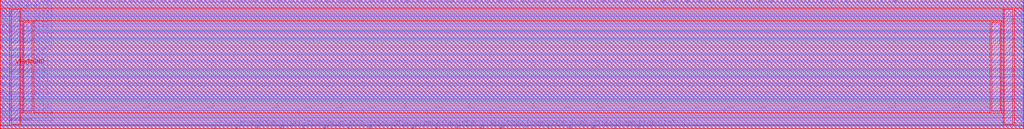
<source format=lef>
##
## LEF for PtnCells ;
## created by Innovus v15.20-p005_1 on Mon Jun 14 18:34:03 2021
##

VERSION 5.7 ;

BUSBITCHARS "[]" ;
DIVIDERCHAR "/" ;

MACRO S_term_single2
  CLASS BLOCK ;
  SIZE 240.1200 BY 30.2600 ;
  FOREIGN S_term_single2 0.0000 0.0000 ;
  ORIGIN 0 0 ;
  SYMMETRY X Y R90 ;
  PIN N1BEG[3]
    DIRECTION OUTPUT ;
    USE SIGNAL ;
    ANTENNAPARTIALCUTAREA 0.0289 LAYER mcon  ;
    ANTENNAPARTIALMETALAREA 1.3952 LAYER met1  ;
    ANTENNAPARTIALMETALSIDEAREA 6.8985 LAYER met1  ;
    ANTENNAPARTIALCUTAREA 0.0225 LAYER via  ;
    ANTENNADIFFAREA 0.4455 LAYER met2  ;
    ANTENNAPARTIALMETALAREA 4.7036 LAYER met2  ;
    ANTENNAPARTIALMETALSIDEAREA 23.282 LAYER met2  ;
    PORT
      LAYER li1 ;
        RECT 13.9450 29.9300 14.1150 30.2600 ;
    END
  END N1BEG[3]
  PIN N1BEG[2]
    DIRECTION OUTPUT ;
    USE SIGNAL ;
    ANTENNAPARTIALMETALAREA 0.16065 LAYER li1  ;
    ANTENNAPARTIALMETALSIDEAREA 0.189 LAYER li1  ;
    ANTENNAPARTIALCUTAREA 0.0289 LAYER mcon  ;
    ANTENNAPARTIALMETALAREA 13.9672 LAYER met1  ;
    ANTENNAPARTIALMETALSIDEAREA 69.7585 LAYER met1  ;
    ANTENNAPARTIALCUTAREA 0.0225 LAYER via  ;
    ANTENNADIFFAREA 0.4455 LAYER met2  ;
    ANTENNAPARTIALMETALAREA 3.862 LAYER met2  ;
    ANTENNAPARTIALMETALSIDEAREA 18.956 LAYER met2  ;
    PORT
      LAYER li1 ;
        RECT 12.5650 29.9300 12.7350 30.2600 ;
    END
  END N1BEG[2]
  PIN N1BEG[1]
    DIRECTION OUTPUT ;
    USE SIGNAL ;
    ANTENNAPARTIALMETALAREA 1.25885 LAYER li1  ;
    ANTENNAPARTIALMETALSIDEAREA 1.481 LAYER li1  ;
    ANTENNAPARTIALCUTAREA 0.0289 LAYER mcon  ;
    ANTENNAPARTIALMETALAREA 0.0832 LAYER met1  ;
    ANTENNAPARTIALMETALSIDEAREA 0.406 LAYER met1  ;
    ANTENNAPARTIALCUTAREA 0.0225 LAYER via  ;
    ANTENNADIFFAREA 0.4455 LAYER met2  ;
    ANTENNAPARTIALMETALAREA 0.8832 LAYER met2  ;
    ANTENNAPARTIALMETALSIDEAREA 4.298 LAYER met2  ;
    PORT
      LAYER li1 ;
        RECT 11.1850 29.9300 11.3550 30.2600 ;
    END
  END N1BEG[1]
  PIN N1BEG[0]
    DIRECTION OUTPUT ;
    USE SIGNAL ;
    ANTENNAPARTIALMETALAREA 1.41525 LAYER li1  ;
    ANTENNAPARTIALMETALSIDEAREA 1.665 LAYER li1  ;
    ANTENNAPARTIALCUTAREA 0.0289 LAYER mcon  ;
    ANTENNAPARTIALMETALAREA 0.0832 LAYER met1  ;
    ANTENNAPARTIALMETALSIDEAREA 0.406 LAYER met1  ;
    ANTENNAPARTIALCUTAREA 0.0225 LAYER via  ;
    ANTENNAPARTIALMETALAREA 0.2309 LAYER met2  ;
    ANTENNAPARTIALMETALSIDEAREA 0.9835 LAYER met2  ;
    ANTENNAPARTIALCUTAREA 0.04 LAYER via2  ;
    ANTENNADIFFAREA 0.4455 LAYER met3  ;
    ANTENNAPARTIALMETALAREA 8.3508 LAYER met3  ;
    ANTENNAPARTIALMETALSIDEAREA 45.008 LAYER met3  ;
    PORT
      LAYER li1 ;
        RECT 10.2650 29.9300 10.4350 30.2600 ;
    END
  END N1BEG[0]
  PIN N2BEG[7]
    DIRECTION OUTPUT ;
    USE SIGNAL ;
    ANTENNAPARTIALCUTAREA 0.0289 LAYER mcon  ;
    ANTENNAPARTIALMETALAREA 16.7868 LAYER met1  ;
    ANTENNAPARTIALMETALSIDEAREA 83.8565 LAYER met1  ;
    ANTENNAPARTIALCUTAREA 0.0225 LAYER via  ;
    ANTENNADIFFAREA 0.4455 LAYER met2  ;
    ANTENNAPARTIALMETALAREA 1.8828 LAYER met2  ;
    ANTENNAPARTIALMETALSIDEAREA 9.296 LAYER met2  ;
    PORT
      LAYER li1 ;
        RECT 24.9850 29.9300 25.1550 30.2600 ;
    END
  END N2BEG[7]
  PIN N2BEG[6]
    DIRECTION OUTPUT ;
    USE SIGNAL ;
    ANTENNAPARTIALMETALAREA 0.73865 LAYER li1  ;
    ANTENNAPARTIALMETALSIDEAREA 0.869 LAYER li1  ;
    ANTENNAPARTIALCUTAREA 0.0289 LAYER mcon  ;
    ANTENNAPARTIALMETALAREA 0.7512 LAYER met1  ;
    ANTENNAPARTIALMETALSIDEAREA 3.6785 LAYER met1  ;
    ANTENNAPARTIALCUTAREA 0.0225 LAYER via  ;
    ANTENNADIFFAREA 0.4455 LAYER met2  ;
    ANTENNAPARTIALMETALAREA 2.3448 LAYER met2  ;
    ANTENNAPARTIALMETALSIDEAREA 11.606 LAYER met2  ;
    PORT
      LAYER li1 ;
        RECT 23.6050 29.9300 23.7750 30.2600 ;
    END
  END N2BEG[6]
  PIN N2BEG[5]
    DIRECTION OUTPUT ;
    USE SIGNAL ;
    ANTENNAPARTIALMETALAREA 1.25885 LAYER li1  ;
    ANTENNAPARTIALMETALSIDEAREA 1.481 LAYER li1  ;
    ANTENNAPARTIALCUTAREA 0.0289 LAYER mcon  ;
    ANTENNAPARTIALMETALAREA 0.3648 LAYER met1  ;
    ANTENNAPARTIALMETALSIDEAREA 1.7465 LAYER met1  ;
    ANTENNAPARTIALCUTAREA 0.0225 LAYER via  ;
    ANTENNADIFFAREA 0.4455 LAYER met2  ;
    ANTENNAPARTIALMETALAREA 4.9416 LAYER met2  ;
    ANTENNAPARTIALMETALSIDEAREA 24.472 LAYER met2  ;
    PORT
      LAYER li1 ;
        RECT 22.2250 29.9300 22.3950 30.2600 ;
    END
  END N2BEG[5]
  PIN N2BEG[4]
    DIRECTION OUTPUT ;
    USE SIGNAL ;
    ANTENNAPARTIALMETALAREA 0.62305 LAYER li1  ;
    ANTENNAPARTIALMETALSIDEAREA 0.733 LAYER li1  ;
    ANTENNAPARTIALCUTAREA 0.0289 LAYER mcon  ;
    ANTENNAPARTIALMETALAREA 1.8292 LAYER met1  ;
    ANTENNAPARTIALMETALSIDEAREA 9.0685 LAYER met1  ;
    ANTENNAPARTIALCUTAREA 0.0225 LAYER via  ;
    ANTENNADIFFAREA 0.4455 LAYER met2  ;
    ANTENNAPARTIALMETALAREA 1.8616 LAYER met2  ;
    ANTENNAPARTIALMETALSIDEAREA 9.072 LAYER met2  ;
    PORT
      LAYER li1 ;
        RECT 20.8450 29.9300 21.0150 30.2600 ;
    END
  END N2BEG[4]
  PIN N2BEG[3]
    DIRECTION OUTPUT ;
    USE SIGNAL ;
    ANTENNAPARTIALMETALAREA 1.25885 LAYER li1  ;
    ANTENNAPARTIALMETALSIDEAREA 1.481 LAYER li1  ;
    ANTENNAPARTIALCUTAREA 0.0289 LAYER mcon  ;
    ANTENNAPARTIALMETALAREA 0.0832 LAYER met1  ;
    ANTENNAPARTIALMETALSIDEAREA 0.406 LAYER met1  ;
    ANTENNAPARTIALCUTAREA 0.0225 LAYER via  ;
    ANTENNAPARTIALMETALAREA 0.7433 LAYER met2  ;
    ANTENNAPARTIALMETALSIDEAREA 3.5455 LAYER met2  ;
    ANTENNAPARTIALCUTAREA 0.04 LAYER via2  ;
    ANTENNAPARTIALMETALAREA 21.9778 LAYER met3  ;
    ANTENNAPARTIALMETALSIDEAREA 118.152 LAYER met3  ;
    ANTENNAPARTIALCUTAREA 0.04 LAYER via3  ;
    ANTENNADIFFAREA 0.4455 LAYER met4  ;
    ANTENNAPARTIALMETALAREA 4.4958 LAYER met4  ;
    ANTENNAPARTIALMETALSIDEAREA 24.448 LAYER met4  ;
    PORT
      LAYER li1 ;
        RECT 19.4650 29.9300 19.6350 30.2600 ;
    END
  END N2BEG[3]
  PIN N2BEG[2]
    DIRECTION OUTPUT ;
    USE SIGNAL ;
    ANTENNAPARTIALMETALAREA 0.93245 LAYER li1  ;
    ANTENNAPARTIALMETALSIDEAREA 1.097 LAYER li1  ;
    ANTENNAPARTIALCUTAREA 0.0289 LAYER mcon  ;
    ANTENNAPARTIALMETALAREA 11.3888 LAYER met1  ;
    ANTENNAPARTIALMETALSIDEAREA 56.8295 LAYER met1  ;
    ANTENNAPARTIALCUTAREA 0.0225 LAYER via  ;
    ANTENNADIFFAREA 0.4455 LAYER met2  ;
    ANTENNAPARTIALMETALAREA 2.5812 LAYER met2  ;
    ANTENNAPARTIALMETALSIDEAREA 12.67 LAYER met2  ;
    PORT
      LAYER li1 ;
        RECT 18.0850 29.9300 18.2550 30.2600 ;
    END
  END N2BEG[2]
  PIN N2BEG[1]
    DIRECTION OUTPUT ;
    USE SIGNAL ;
    ANTENNAPARTIALMETALAREA 1.25885 LAYER li1  ;
    ANTENNAPARTIALMETALSIDEAREA 1.481 LAYER li1  ;
    ANTENNAPARTIALCUTAREA 0.0289 LAYER mcon  ;
    ANTENNAPARTIALMETALAREA 0.0832 LAYER met1  ;
    ANTENNAPARTIALMETALSIDEAREA 0.406 LAYER met1  ;
    ANTENNAPARTIALCUTAREA 0.0225 LAYER via  ;
    ANTENNAPARTIALMETALAREA 1.6827 LAYER met2  ;
    ANTENNAPARTIALMETALSIDEAREA 8.2425 LAYER met2  ;
    ANTENNAPARTIALCUTAREA 0.04 LAYER via2  ;
    ANTENNAPARTIALMETALAREA 14.704 LAYER met3  ;
    ANTENNAPARTIALMETALSIDEAREA 78.888 LAYER met3  ;
    ANTENNAPARTIALCUTAREA 0.04 LAYER via3  ;
    ANTENNADIFFAREA 0.4455 LAYER met4  ;
    ANTENNAPARTIALMETALAREA 7.0902 LAYER met4  ;
    ANTENNAPARTIALMETALSIDEAREA 39.696 LAYER met4  ;
    PORT
      LAYER li1 ;
        RECT 16.7050 29.9300 16.8750 30.2600 ;
    END
  END N2BEG[1]
  PIN N2BEG[0]
    DIRECTION OUTPUT ;
    USE SIGNAL ;
    ANTENNAPARTIALMETALAREA 0.50745 LAYER li1  ;
    ANTENNAPARTIALMETALSIDEAREA 0.597 LAYER li1  ;
    ANTENNAPARTIALCUTAREA 0.0289 LAYER mcon  ;
    ANTENNAPARTIALMETALAREA 2.2324 LAYER met1  ;
    ANTENNAPARTIALMETALSIDEAREA 11.0845 LAYER met1  ;
    ANTENNAPARTIALCUTAREA 0.0225 LAYER via  ;
    ANTENNADIFFAREA 0.4455 LAYER met2  ;
    ANTENNAPARTIALMETALAREA 1.7734 LAYER met2  ;
    ANTENNAPARTIALMETALSIDEAREA 8.631 LAYER met2  ;
    PORT
      LAYER li1 ;
        RECT 15.3250 29.9300 15.4950 30.2600 ;
    END
  END N2BEG[0]
  PIN N2BEGb[7]
    DIRECTION OUTPUT ;
    USE SIGNAL ;
    ANTENNAPARTIALMETALAREA 1.25885 LAYER li1  ;
    ANTENNAPARTIALMETALSIDEAREA 1.481 LAYER li1  ;
    ANTENNAPARTIALCUTAREA 0.0289 LAYER mcon  ;
    ANTENNAPARTIALMETALAREA 1.7816 LAYER met1  ;
    ANTENNAPARTIALMETALSIDEAREA 8.8305 LAYER met1  ;
    ANTENNAPARTIALCUTAREA 0.0225 LAYER via  ;
    ANTENNADIFFAREA 0.4455 LAYER met2  ;
    ANTENNAPARTIALMETALAREA 1.8476 LAYER met2  ;
    ANTENNAPARTIALMETALSIDEAREA 9.002 LAYER met2  ;
    PORT
      LAYER li1 ;
        RECT 35.5650 29.9300 35.7350 30.2600 ;
    END
  END N2BEGb[7]
  PIN N2BEGb[6]
    DIRECTION OUTPUT ;
    USE SIGNAL ;
    ANTENNAPARTIALMETALAREA 0.62305 LAYER li1  ;
    ANTENNAPARTIALMETALSIDEAREA 0.733 LAYER li1  ;
    ANTENNAPARTIALCUTAREA 0.0289 LAYER mcon  ;
    ANTENNAPARTIALMETALAREA 0.3004 LAYER met1  ;
    ANTENNAPARTIALMETALSIDEAREA 1.4245 LAYER met1  ;
    ANTENNAPARTIALCUTAREA 0.0225 LAYER via  ;
    ANTENNADIFFAREA 0.4455 LAYER met2  ;
    ANTENNAPARTIALMETALAREA 2.8304 LAYER met2  ;
    ANTENNAPARTIALMETALSIDEAREA 13.916 LAYER met2  ;
    PORT
      LAYER li1 ;
        RECT 34.1850 29.9300 34.3550 30.2600 ;
    END
  END N2BEGb[6]
  PIN N2BEGb[5]
    DIRECTION OUTPUT ;
    USE SIGNAL ;
    ANTENNAPARTIALMETALAREA 1.25885 LAYER li1  ;
    ANTENNAPARTIALMETALSIDEAREA 1.481 LAYER li1  ;
    ANTENNAPARTIALCUTAREA 0.0289 LAYER mcon  ;
    ANTENNAPARTIALMETALAREA 0.3004 LAYER met1  ;
    ANTENNAPARTIALMETALSIDEAREA 1.4245 LAYER met1  ;
    ANTENNAPARTIALCUTAREA 0.0225 LAYER via  ;
    ANTENNAPARTIALMETALAREA 1.9823 LAYER met2  ;
    ANTENNAPARTIALMETALSIDEAREA 9.7405 LAYER met2  ;
    ANTENNAPARTIALCUTAREA 0.04 LAYER via2  ;
    ANTENNAPARTIALMETALAREA 9.322 LAYER met3  ;
    ANTENNAPARTIALMETALSIDEAREA 50.184 LAYER met3  ;
    ANTENNAPARTIALCUTAREA 0.04 LAYER via3  ;
    ANTENNADIFFAREA 0.4455 LAYER met4  ;
    ANTENNAPARTIALMETALAREA 0.5328 LAYER met4  ;
    ANTENNAPARTIALMETALSIDEAREA 3.312 LAYER met4  ;
    PORT
      LAYER li1 ;
        RECT 33.2650 29.9300 33.4350 30.2600 ;
    END
  END N2BEGb[5]
  PIN N2BEGb[4]
    DIRECTION OUTPUT ;
    USE SIGNAL ;
    ANTENNAPARTIALMETALAREA 1.25885 LAYER li1  ;
    ANTENNAPARTIALMETALSIDEAREA 1.481 LAYER li1  ;
    ANTENNAPARTIALCUTAREA 0.0289 LAYER mcon  ;
    ANTENNAPARTIALMETALAREA 0.0832 LAYER met1  ;
    ANTENNAPARTIALMETALSIDEAREA 0.406 LAYER met1  ;
    ANTENNAPARTIALCUTAREA 0.0225 LAYER via  ;
    ANTENNADIFFAREA 0.4455 LAYER met2  ;
    ANTENNAPARTIALMETALAREA 2.9088 LAYER met2  ;
    ANTENNAPARTIALMETALSIDEAREA 14.308 LAYER met2  ;
    PORT
      LAYER li1 ;
        RECT 31.8850 29.9300 32.0550 30.2600 ;
    END
  END N2BEGb[4]
  PIN N2BEGb[3]
    DIRECTION OUTPUT ;
    USE SIGNAL ;
    ANTENNAPARTIALMETALAREA 0.73865 LAYER li1  ;
    ANTENNAPARTIALMETALSIDEAREA 0.869 LAYER li1  ;
    ANTENNAPARTIALCUTAREA 0.0289 LAYER mcon  ;
    ANTENNAPARTIALMETALAREA 0.558 LAYER met1  ;
    ANTENNAPARTIALMETALSIDEAREA 2.7125 LAYER met1  ;
    ANTENNAPARTIALCUTAREA 0.0225 LAYER via  ;
    ANTENNAPARTIALMETALAREA 2.8377 LAYER met2  ;
    ANTENNAPARTIALMETALSIDEAREA 14.0175 LAYER met2  ;
    ANTENNAPARTIALCUTAREA 0.04 LAYER via2  ;
    ANTENNADIFFAREA 0.4455 LAYER met3  ;
    ANTENNAPARTIALMETALAREA 14.9748 LAYER met3  ;
    ANTENNAPARTIALMETALSIDEAREA 80.336 LAYER met3  ;
    PORT
      LAYER li1 ;
        RECT 30.5050 29.9300 30.6750 30.2600 ;
    END
  END N2BEGb[3]
  PIN N2BEGb[2]
    DIRECTION OUTPUT ;
    USE SIGNAL ;
    ANTENNAPARTIALMETALAREA 1.25885 LAYER li1  ;
    ANTENNAPARTIALMETALSIDEAREA 1.481 LAYER li1  ;
    ANTENNAPARTIALCUTAREA 0.0289 LAYER mcon  ;
    ANTENNAPARTIALMETALAREA 0.0832 LAYER met1  ;
    ANTENNAPARTIALMETALSIDEAREA 0.406 LAYER met1  ;
    ANTENNAPARTIALCUTAREA 0.0225 LAYER via  ;
    ANTENNAPARTIALMETALAREA 0.4017 LAYER met2  ;
    ANTENNAPARTIALMETALSIDEAREA 1.8375 LAYER met2  ;
    ANTENNAPARTIALCUTAREA 0.04 LAYER via2  ;
    ANTENNADIFFAREA 0.4455 LAYER met3  ;
    ANTENNAPARTIALMETALAREA 5.0868 LAYER met3  ;
    ANTENNAPARTIALMETALSIDEAREA 27.6 LAYER met3  ;
    PORT
      LAYER li1 ;
        RECT 29.1250 29.9300 29.2950 30.2600 ;
    END
  END N2BEGb[2]
  PIN N2BEGb[1]
    DIRECTION OUTPUT ;
    USE SIGNAL ;
    ANTENNAPARTIALMETALAREA 0.27625 LAYER li1  ;
    ANTENNAPARTIALMETALSIDEAREA 0.325 LAYER li1  ;
    ANTENNAPARTIALCUTAREA 0.0289 LAYER mcon  ;
    ANTENNAPARTIALMETALAREA 6.3964 LAYER met1  ;
    ANTENNAPARTIALMETALSIDEAREA 31.8675 LAYER met1  ;
    ANTENNAPARTIALCUTAREA 0.0225 LAYER via  ;
    ANTENNAPARTIALMETALAREA 1.4769 LAYER met2  ;
    ANTENNAPARTIALMETALSIDEAREA 7.2135 LAYER met2  ;
    ANTENNAPARTIALCUTAREA 0.04 LAYER via2  ;
    ANTENNAPARTIALMETALAREA 3.205 LAYER met3  ;
    ANTENNAPARTIALMETALSIDEAREA 17.56 LAYER met3  ;
    ANTENNAPARTIALCUTAREA 0.04 LAYER via3  ;
    ANTENNADIFFAREA 0.4455 LAYER met4  ;
    ANTENNAPARTIALMETALAREA 5.9124 LAYER met4  ;
    ANTENNAPARTIALMETALSIDEAREA 32.944 LAYER met4  ;
    PORT
      LAYER li1 ;
        RECT 27.7450 29.9300 27.9150 30.2600 ;
    END
  END N2BEGb[1]
  PIN N2BEGb[0]
    DIRECTION OUTPUT ;
    USE SIGNAL ;
    ANTENNAPARTIALMETALAREA 1.25885 LAYER li1  ;
    ANTENNAPARTIALMETALSIDEAREA 1.481 LAYER li1  ;
    ANTENNAPARTIALCUTAREA 0.0289 LAYER mcon  ;
    ANTENNAPARTIALMETALAREA 0.0832 LAYER met1  ;
    ANTENNAPARTIALMETALSIDEAREA 0.406 LAYER met1  ;
    ANTENNAPARTIALCUTAREA 0.0225 LAYER via  ;
    ANTENNAPARTIALMETALAREA 1.9389 LAYER met2  ;
    ANTENNAPARTIALMETALSIDEAREA 9.5235 LAYER met2  ;
    ANTENNAPARTIALCUTAREA 0.04 LAYER via2  ;
    ANTENNAPARTIALMETALAREA 28.51 LAYER met3  ;
    ANTENNAPARTIALMETALSIDEAREA 152.52 LAYER met3  ;
    ANTENNAPARTIALCUTAREA 0.04 LAYER via3  ;
    ANTENNADIFFAREA 0.4455 LAYER met4  ;
    ANTENNAPARTIALMETALAREA 1.8618 LAYER met4  ;
    ANTENNAPARTIALMETALSIDEAREA 10.4 LAYER met4  ;
    PORT
      LAYER li1 ;
        RECT 26.3650 29.9300 26.5350 30.2600 ;
    END
  END N2BEGb[0]
  PIN N4BEG[15]
    DIRECTION OUTPUT ;
    USE SIGNAL ;
    ANTENNAPARTIALMETALAREA 0.99025 LAYER li1  ;
    ANTENNAPARTIALMETALSIDEAREA 1.165 LAYER li1  ;
    ANTENNAPARTIALCUTAREA 0.0289 LAYER mcon  ;
    ANTENNAPARTIALMETALAREA 14.7904 LAYER met1  ;
    ANTENNAPARTIALMETALSIDEAREA 73.8745 LAYER met1  ;
    ANTENNAPARTIALCUTAREA 0.0225 LAYER via  ;
    ANTENNADIFFAREA 0.4455 LAYER met2  ;
    ANTENNAPARTIALMETALAREA 1.5664 LAYER met2  ;
    ANTENNAPARTIALMETALSIDEAREA 7.714 LAYER met2  ;
    PORT
      LAYER li1 ;
        RECT 57.1850 29.9300 57.3550 30.2600 ;
    END
  END N4BEG[15]
  PIN N4BEG[14]
    DIRECTION OUTPUT ;
    USE SIGNAL ;
    ANTENNAPARTIALMETALAREA 1.08545 LAYER li1  ;
    ANTENNAPARTIALMETALSIDEAREA 1.277 LAYER li1  ;
    ANTENNAPARTIALCUTAREA 0.0289 LAYER mcon  ;
    ANTENNAPARTIALMETALAREA 0.0832 LAYER met1  ;
    ANTENNAPARTIALMETALSIDEAREA 0.406 LAYER met1  ;
    ANTENNAPARTIALCUTAREA 0.0225 LAYER via  ;
    ANTENNADIFFAREA 0.4455 LAYER met2  ;
    ANTENNAPARTIALMETALAREA 4.5132 LAYER met2  ;
    ANTENNAPARTIALMETALSIDEAREA 22.33 LAYER met2  ;
    PORT
      LAYER li1 ;
        RECT 56.2650 29.9300 56.4350 30.2600 ;
    END
  END N4BEG[14]
  PIN N4BEG[13]
    DIRECTION OUTPUT ;
    USE SIGNAL ;
    ANTENNAPARTIALMETALAREA 1.25885 LAYER li1  ;
    ANTENNAPARTIALMETALSIDEAREA 1.481 LAYER li1  ;
    ANTENNAPARTIALCUTAREA 0.0289 LAYER mcon  ;
    ANTENNAPARTIALMETALAREA 11.828 LAYER met1  ;
    ANTENNAPARTIALMETALSIDEAREA 59.0625 LAYER met1  ;
    ANTENNAPARTIALCUTAREA 0.0225 LAYER via  ;
    ANTENNAPARTIALMETALAREA 0.2309 LAYER met2  ;
    ANTENNAPARTIALMETALSIDEAREA 0.9835 LAYER met2  ;
    ANTENNAPARTIALCUTAREA 0.04 LAYER via2  ;
    ANTENNAPARTIALMETALAREA 0.1249 LAYER met3  ;
    ANTENNAPARTIALMETALSIDEAREA 1.136 LAYER met3  ;
    ANTENNAPARTIALCUTAREA 0.04 LAYER via3  ;
    ANTENNADIFFAREA 0.4455 LAYER met4  ;
    ANTENNAPARTIALMETALAREA 2.3694 LAYER met4  ;
    ANTENNAPARTIALMETALSIDEAREA 14.048 LAYER met4  ;
    PORT
      LAYER li1 ;
        RECT 54.8850 29.9300 55.0550 30.2600 ;
    END
  END N4BEG[13]
  PIN N4BEG[12]
    DIRECTION OUTPUT ;
    USE SIGNAL ;
    ANTENNAPARTIALMETALAREA 1.49005 LAYER li1  ;
    ANTENNAPARTIALMETALSIDEAREA 1.753 LAYER li1  ;
    ANTENNAPARTIALCUTAREA 0.0289 LAYER mcon  ;
    ANTENNAPARTIALMETALAREA 0.3648 LAYER met1  ;
    ANTENNAPARTIALMETALSIDEAREA 1.7465 LAYER met1  ;
    ANTENNAPARTIALCUTAREA 0.0225 LAYER via  ;
    ANTENNAPARTIALMETALAREA 1.5357 LAYER met2  ;
    ANTENNAPARTIALMETALSIDEAREA 7.5075 LAYER met2  ;
    ANTENNAPARTIALCUTAREA 0.04 LAYER via2  ;
    ANTENNAPARTIALMETALAREA 5.572 LAYER met3  ;
    ANTENNAPARTIALMETALSIDEAREA 30.184 LAYER met3  ;
    ANTENNAPARTIALCUTAREA 0.04 LAYER via3  ;
    ANTENNADIFFAREA 0.4455 LAYER met4  ;
    ANTENNAPARTIALMETALAREA 5.448 LAYER met4  ;
    ANTENNAPARTIALMETALSIDEAREA 31.408 LAYER met4  ;
    PORT
      LAYER li1 ;
        RECT 53.5050 29.9300 53.6750 30.2600 ;
    END
  END N4BEG[12]
  PIN N4BEG[11]
    DIRECTION OUTPUT ;
    USE SIGNAL ;
    ANTENNAPARTIALMETALAREA 0.62305 LAYER li1  ;
    ANTENNAPARTIALMETALSIDEAREA 0.733 LAYER li1  ;
    ANTENNAPARTIALCUTAREA 0.0289 LAYER mcon  ;
    ANTENNAPARTIALMETALAREA 1.524 LAYER met1  ;
    ANTENNAPARTIALMETALSIDEAREA 7.5425 LAYER met1  ;
    ANTENNAPARTIALCUTAREA 0.0225 LAYER via  ;
    ANTENNAPARTIALMETALAREA 2.7621 LAYER met2  ;
    ANTENNAPARTIALMETALSIDEAREA 13.6395 LAYER met2  ;
    ANTENNAPARTIALCUTAREA 0.04 LAYER via2  ;
    ANTENNAPARTIALMETALAREA 14.704 LAYER met3  ;
    ANTENNAPARTIALMETALSIDEAREA 78.888 LAYER met3  ;
    ANTENNAPARTIALCUTAREA 0.04 LAYER via3  ;
    ANTENNADIFFAREA 0.4455 LAYER met4  ;
    ANTENNAPARTIALMETALAREA 5.0538 LAYER met4  ;
    ANTENNAPARTIALMETALSIDEAREA 27.424 LAYER met4  ;
    PORT
      LAYER li1 ;
        RECT 52.1250 29.9300 52.2950 30.2600 ;
    END
  END N4BEG[11]
  PIN N4BEG[10]
    DIRECTION OUTPUT ;
    USE SIGNAL ;
    ANTENNAPARTIALMETALAREA 0.73865 LAYER li1  ;
    ANTENNAPARTIALMETALSIDEAREA 0.869 LAYER li1  ;
    ANTENNAPARTIALCUTAREA 0.0289 LAYER mcon  ;
    ANTENNAPARTIALMETALAREA 12.584 LAYER met1  ;
    ANTENNAPARTIALMETALSIDEAREA 62.8425 LAYER met1  ;
    ANTENNAPARTIALCUTAREA 0.0225 LAYER via  ;
    ANTENNADIFFAREA 0.4455 LAYER met2  ;
    ANTENNAPARTIALMETALAREA 2.678 LAYER met2  ;
    ANTENNAPARTIALMETALSIDEAREA 13.272 LAYER met2  ;
    PORT
      LAYER li1 ;
        RECT 50.7450 29.9300 50.9150 30.2600 ;
    END
  END N4BEG[10]
  PIN N4BEG[9]
    DIRECTION OUTPUT ;
    USE SIGNAL ;
    ANTENNAPARTIALMETALAREA 1.27925 LAYER li1  ;
    ANTENNAPARTIALMETALSIDEAREA 1.505 LAYER li1  ;
    ANTENNAPARTIALCUTAREA 0.0289 LAYER mcon  ;
    ANTENNAPARTIALMETALAREA 6.8524 LAYER met1  ;
    ANTENNAPARTIALMETALSIDEAREA 34.1845 LAYER met1  ;
    ANTENNAPARTIALCUTAREA 0.0225 LAYER via  ;
    ANTENNADIFFAREA 0.4455 LAYER met2  ;
    ANTENNAPARTIALMETALAREA 1.8856 LAYER met2  ;
    ANTENNAPARTIALMETALSIDEAREA 9.31 LAYER met2  ;
    PORT
      LAYER li1 ;
        RECT 49.3650 29.9300 49.5350 30.2600 ;
    END
  END N4BEG[9]
  PIN N4BEG[8]
    DIRECTION OUTPUT ;
    USE SIGNAL ;
    ANTENNAPARTIALMETALAREA 1.39485 LAYER li1  ;
    ANTENNAPARTIALMETALSIDEAREA 1.641 LAYER li1  ;
    ANTENNAPARTIALCUTAREA 0.0289 LAYER mcon  ;
    ANTENNAPARTIALMETALAREA 16.2548 LAYER met1  ;
    ANTENNAPARTIALMETALSIDEAREA 81.1965 LAYER met1  ;
    ANTENNAPARTIALCUTAREA 0.0225 LAYER via  ;
    ANTENNADIFFAREA 0.4455 LAYER met2  ;
    ANTENNAPARTIALMETALAREA 1.5972 LAYER met2  ;
    ANTENNAPARTIALMETALSIDEAREA 7.868 LAYER met2  ;
    PORT
      LAYER li1 ;
        RECT 47.9850 29.9300 48.1550 30.2600 ;
    END
  END N4BEG[8]
  PIN N4BEG[7]
    DIRECTION OUTPUT ;
    USE SIGNAL ;
    ANTENNAPARTIALMETALAREA 1.49005 LAYER li1  ;
    ANTENNAPARTIALMETALSIDEAREA 1.753 LAYER li1  ;
    ANTENNAPARTIALCUTAREA 0.0289 LAYER mcon  ;
    ANTENNAPARTIALMETALAREA 0.0832 LAYER met1  ;
    ANTENNAPARTIALMETALSIDEAREA 0.406 LAYER met1  ;
    ANTENNAPARTIALCUTAREA 0.0225 LAYER via  ;
    ANTENNAPARTIALMETALAREA 0.8091 LAYER met2  ;
    ANTENNAPARTIALMETALSIDEAREA 3.8745 LAYER met2  ;
    ANTENNAPARTIALCUTAREA 0.04 LAYER via2  ;
    ANTENNAPARTIALMETALAREA 10.543 LAYER met3  ;
    ANTENNAPARTIALMETALSIDEAREA 56.696 LAYER met3  ;
    ANTENNAPARTIALCUTAREA 0.04 LAYER via3  ;
    ANTENNADIFFAREA 0.4455 LAYER met4  ;
    ANTENNAPARTIALMETALAREA 1.6386 LAYER met4  ;
    ANTENNAPARTIALMETALSIDEAREA 9.68 LAYER met4  ;
    PORT
      LAYER li1 ;
        RECT 46.6050 29.9300 46.7750 30.2600 ;
    END
  END N4BEG[7]
  PIN N4BEG[6]
    DIRECTION OUTPUT ;
    USE SIGNAL ;
    ANTENNAPARTIALMETALAREA 0.10285 LAYER li1  ;
    ANTENNAPARTIALMETALSIDEAREA 0.121 LAYER li1  ;
    ANTENNAPARTIALCUTAREA 0.0289 LAYER mcon  ;
    ANTENNAPARTIALMETALAREA 2.8596 LAYER met1  ;
    ANTENNAPARTIALMETALSIDEAREA 14.2205 LAYER met1  ;
    ANTENNAPARTIALCUTAREA 0.0225 LAYER via  ;
    ANTENNAPARTIALMETALAREA 2.7201 LAYER met2  ;
    ANTENNAPARTIALMETALSIDEAREA 13.4295 LAYER met2  ;
    ANTENNAPARTIALCUTAREA 0.04 LAYER via2  ;
    ANTENNAPARTIALMETALAREA 14.428 LAYER met3  ;
    ANTENNAPARTIALMETALSIDEAREA 77.416 LAYER met3  ;
    ANTENNAPARTIALCUTAREA 0.04 LAYER via3  ;
    ANTENNADIFFAREA 0.4455 LAYER met4  ;
    ANTENNAPARTIALMETALAREA 0.4848 LAYER met4  ;
    ANTENNAPARTIALMETALSIDEAREA 3.056 LAYER met4  ;
    PORT
      LAYER li1 ;
        RECT 45.2250 29.9300 45.3950 30.2600 ;
    END
  END N4BEG[6]
  PIN N4BEG[5]
    DIRECTION OUTPUT ;
    USE SIGNAL ;
    ANTENNAPARTIALMETALAREA 1.49005 LAYER li1  ;
    ANTENNAPARTIALMETALSIDEAREA 1.753 LAYER li1  ;
    ANTENNAPARTIALCUTAREA 0.0289 LAYER mcon  ;
    ANTENNAPARTIALMETALAREA 0.0832 LAYER met1  ;
    ANTENNAPARTIALMETALSIDEAREA 0.406 LAYER met1  ;
    ANTENNAPARTIALCUTAREA 0.0225 LAYER via  ;
    ANTENNAPARTIALMETALAREA 2.0047 LAYER met2  ;
    ANTENNAPARTIALMETALSIDEAREA 9.8525 LAYER met2  ;
    ANTENNAPARTIALCUTAREA 0.04 LAYER via2  ;
    ANTENNADIFFAREA 0.4455 LAYER met3  ;
    ANTENNAPARTIALMETALAREA 5.5008 LAYER met3  ;
    ANTENNAPARTIALMETALSIDEAREA 29.808 LAYER met3  ;
    PORT
      LAYER li1 ;
        RECT 43.8450 29.9300 44.0150 30.2600 ;
    END
  END N4BEG[5]
  PIN N4BEG[4]
    DIRECTION OUTPUT ;
    USE SIGNAL ;
    ANTENNAPARTIALMETALAREA 1.49005 LAYER li1  ;
    ANTENNAPARTIALMETALSIDEAREA 1.753 LAYER li1  ;
    ANTENNAPARTIALCUTAREA 0.0289 LAYER mcon  ;
    ANTENNAPARTIALMETALAREA 0.0832 LAYER met1  ;
    ANTENNAPARTIALMETALSIDEAREA 0.406 LAYER met1  ;
    ANTENNAPARTIALCUTAREA 0.0225 LAYER via  ;
    ANTENNADIFFAREA 0.4455 LAYER met2  ;
    ANTENNAPARTIALMETALAREA 2.0256 LAYER met2  ;
    ANTENNAPARTIALMETALSIDEAREA 10.01 LAYER met2  ;
    PORT
      LAYER li1 ;
        RECT 42.4650 29.9300 42.6350 30.2600 ;
    END
  END N4BEG[4]
  PIN N4BEG[3]
    DIRECTION OUTPUT ;
    USE SIGNAL ;
    ANTENNAPARTIALMETALAREA 0.96985 LAYER li1  ;
    ANTENNAPARTIALMETALSIDEAREA 1.141 LAYER li1  ;
    ANTENNAPARTIALCUTAREA 0.0289 LAYER mcon  ;
    ANTENNAPARTIALMETALAREA 3.8088 LAYER met1  ;
    ANTENNAPARTIALMETALSIDEAREA 18.9665 LAYER met1  ;
    ANTENNAPARTIALCUTAREA 0.0225 LAYER via  ;
    ANTENNADIFFAREA 0.4455 LAYER met2  ;
    ANTENNAPARTIALMETALAREA 2.216 LAYER met2  ;
    ANTENNAPARTIALMETALSIDEAREA 10.962 LAYER met2  ;
    PORT
      LAYER li1 ;
        RECT 41.0850 29.9300 41.2550 30.2600 ;
    END
  END N4BEG[3]
  PIN N4BEG[2]
    DIRECTION OUTPUT ;
    USE SIGNAL ;
    ANTENNAPARTIALMETALAREA 1.49005 LAYER li1  ;
    ANTENNAPARTIALMETALSIDEAREA 1.753 LAYER li1  ;
    ANTENNAPARTIALCUTAREA 0.0289 LAYER mcon  ;
    ANTENNAPARTIALMETALAREA 0.0832 LAYER met1  ;
    ANTENNAPARTIALMETALSIDEAREA 0.406 LAYER met1  ;
    ANTENNAPARTIALCUTAREA 0.0225 LAYER via  ;
    ANTENNADIFFAREA 0.4455 LAYER met2  ;
    ANTENNAPARTIALMETALAREA 1.978 LAYER met2  ;
    ANTENNAPARTIALMETALSIDEAREA 9.772 LAYER met2  ;
    PORT
      LAYER li1 ;
        RECT 39.7050 29.9300 39.8750 30.2600 ;
    END
  END N4BEG[2]
  PIN N4BEG[1]
    DIRECTION OUTPUT ;
    USE SIGNAL ;
    ANTENNAPARTIALMETALAREA 0.21845 LAYER li1  ;
    ANTENNAPARTIALMETALSIDEAREA 0.257 LAYER li1  ;
    ANTENNAPARTIALCUTAREA 0.0289 LAYER mcon  ;
    ANTENNAPARTIALMETALAREA 8.076 LAYER met1  ;
    ANTENNAPARTIALMETALSIDEAREA 40.3025 LAYER met1  ;
    ANTENNAPARTIALCUTAREA 0.0225 LAYER via  ;
    ANTENNADIFFAREA 0.4455 LAYER met2  ;
    ANTENNAPARTIALMETALAREA 1.6448 LAYER met2  ;
    ANTENNAPARTIALMETALSIDEAREA 8.106 LAYER met2  ;
    PORT
      LAYER li1 ;
        RECT 38.3250 29.9300 38.4950 30.2600 ;
    END
  END N4BEG[1]
  PIN N4BEG[0]
    DIRECTION OUTPUT ;
    USE SIGNAL ;
    ANTENNAPARTIALMETALAREA 0.50745 LAYER li1  ;
    ANTENNAPARTIALMETALSIDEAREA 0.597 LAYER li1  ;
    ANTENNAPARTIALCUTAREA 0.0289 LAYER mcon  ;
    ANTENNAPARTIALMETALAREA 6.144 LAYER met1  ;
    ANTENNAPARTIALMETALSIDEAREA 30.6425 LAYER met1  ;
    ANTENNAPARTIALCUTAREA 0.0225 LAYER via  ;
    ANTENNAPARTIALMETALAREA 0.4311 LAYER met2  ;
    ANTENNAPARTIALMETALSIDEAREA 1.9845 LAYER met2  ;
    ANTENNAPARTIALCUTAREA 0.04 LAYER via2  ;
    ANTENNAPARTIALMETALAREA 0.469 LAYER met3  ;
    ANTENNAPARTIALMETALSIDEAREA 2.968 LAYER met3  ;
    ANTENNAPARTIALCUTAREA 0.04 LAYER via3  ;
    ANTENNADIFFAREA 0.4455 LAYER met4  ;
    ANTENNAPARTIALMETALAREA 1.8618 LAYER met4  ;
    ANTENNAPARTIALMETALSIDEAREA 10.4 LAYER met4  ;
    PORT
      LAYER li1 ;
        RECT 36.9450 29.9300 37.1150 30.2600 ;
    END
  END N4BEG[0]
  PIN NN4BEG[15]
    DIRECTION OUTPUT ;
    USE SIGNAL ;
    ANTENNAPARTIALMETALAREA 1.49005 LAYER li1  ;
    ANTENNAPARTIALMETALSIDEAREA 1.753 LAYER li1  ;
    ANTENNAPARTIALCUTAREA 0.0289 LAYER mcon  ;
    ANTENNAPARTIALMETALAREA 0.1716 LAYER met1  ;
    ANTENNAPARTIALMETALSIDEAREA 0.7805 LAYER met1  ;
    ANTENNAPARTIALCUTAREA 0.0225 LAYER via  ;
    ANTENNADIFFAREA 0.4455 LAYER met2  ;
    ANTENNAPARTIALMETALAREA 1.7876 LAYER met2  ;
    ANTENNAPARTIALMETALSIDEAREA 8.82 LAYER met2  ;
    PORT
      LAYER li1 ;
        RECT 79.2650 29.9300 79.4350 30.2600 ;
    END
  END NN4BEG[15]
  PIN NN4BEG[14]
    DIRECTION OUTPUT ;
    USE SIGNAL ;
    ANTENNAPARTIALMETALAREA 0.73865 LAYER li1  ;
    ANTENNAPARTIALMETALSIDEAREA 0.869 LAYER li1  ;
    ANTENNAPARTIALCUTAREA 0.0289 LAYER mcon  ;
    ANTENNAPARTIALMETALAREA 1.1376 LAYER met1  ;
    ANTENNAPARTIALMETALSIDEAREA 5.6105 LAYER met1  ;
    ANTENNAPARTIALCUTAREA 0.0225 LAYER via  ;
    ANTENNADIFFAREA 0.4455 LAYER met2  ;
    ANTENNAPARTIALMETALAREA 1.264 LAYER met2  ;
    ANTENNAPARTIALMETALSIDEAREA 6.202 LAYER met2  ;
    PORT
      LAYER li1 ;
        RECT 77.8850 29.9300 78.0550 30.2600 ;
    END
  END NN4BEG[14]
  PIN NN4BEG[13]
    DIRECTION OUTPUT ;
    USE SIGNAL ;
    ANTENNAPARTIALMETALAREA 0.10285 LAYER li1  ;
    ANTENNAPARTIALMETALSIDEAREA 0.121 LAYER li1  ;
    ANTENNAPARTIALCUTAREA 0.0289 LAYER mcon  ;
    ANTENNAPARTIALMETALAREA 13.0992 LAYER met1  ;
    ANTENNAPARTIALMETALSIDEAREA 65.4185 LAYER met1  ;
    ANTENNAPARTIALCUTAREA 0.0225 LAYER via  ;
    ANTENNADIFFAREA 0.4455 LAYER met2  ;
    ANTENNAPARTIALMETALAREA 2.8068 LAYER met2  ;
    ANTENNAPARTIALMETALSIDEAREA 13.916 LAYER met2  ;
    PORT
      LAYER li1 ;
        RECT 76.5050 29.9300 76.6750 30.2600 ;
    END
  END NN4BEG[13]
  PIN NN4BEG[12]
    DIRECTION OUTPUT ;
    USE SIGNAL ;
    ANTENNAPARTIALMETALAREA 1.49005 LAYER li1  ;
    ANTENNAPARTIALMETALSIDEAREA 1.753 LAYER li1  ;
    ANTENNAPARTIALCUTAREA 0.0289 LAYER mcon  ;
    ANTENNAPARTIALMETALAREA 0.0832 LAYER met1  ;
    ANTENNAPARTIALMETALSIDEAREA 0.406 LAYER met1  ;
    ANTENNAPARTIALCUTAREA 0.0225 LAYER via  ;
    ANTENNADIFFAREA 0.4455 LAYER met2  ;
    ANTENNAPARTIALMETALAREA 0.6452 LAYER met2  ;
    ANTENNAPARTIALMETALSIDEAREA 3.108 LAYER met2  ;
    PORT
      LAYER li1 ;
        RECT 75.1250 29.9300 75.2950 30.2600 ;
    END
  END NN4BEG[12]
  PIN NN4BEG[11]
    DIRECTION OUTPUT ;
    USE SIGNAL ;
    ANTENNAPARTIALMETALAREA 0.56525 LAYER li1  ;
    ANTENNAPARTIALMETALSIDEAREA 0.665 LAYER li1  ;
    ANTENNAPARTIALCUTAREA 0.0289 LAYER mcon  ;
    ANTENNAPARTIALMETALAREA 1.846 LAYER met1  ;
    ANTENNAPARTIALMETALSIDEAREA 9.1525 LAYER met1  ;
    ANTENNAPARTIALCUTAREA 0.0225 LAYER via  ;
    ANTENNADIFFAREA 0.4455 LAYER met2  ;
    ANTENNAPARTIALMETALAREA 2.7424 LAYER met2  ;
    ANTENNAPARTIALMETALSIDEAREA 13.594 LAYER met2  ;
    PORT
      LAYER li1 ;
        RECT 73.7450 29.9300 73.9150 30.2600 ;
    END
  END NN4BEG[11]
  PIN NN4BEG[10]
    DIRECTION OUTPUT ;
    USE SIGNAL ;
    ANTENNAPARTIALMETALAREA 0.33405 LAYER li1  ;
    ANTENNAPARTIALMETALSIDEAREA 0.393 LAYER li1  ;
    ANTENNAPARTIALCUTAREA 0.0289 LAYER mcon  ;
    ANTENNAPARTIALMETALAREA 3.456 LAYER met1  ;
    ANTENNAPARTIALMETALSIDEAREA 17.2025 LAYER met1  ;
    ANTENNAPARTIALCUTAREA 0.0225 LAYER via  ;
    ANTENNADIFFAREA 0.4455 LAYER met2  ;
    ANTENNAPARTIALMETALAREA 3.2502 LAYER met2  ;
    ANTENNAPARTIALMETALSIDEAREA 15.897 LAYER met2  ;
    PORT
      LAYER li1 ;
        RECT 72.3650 29.9300 72.5350 30.2600 ;
    END
  END NN4BEG[10]
  PIN NN4BEG[9]
    DIRECTION OUTPUT ;
    USE SIGNAL ;
    ANTENNAPARTIALMETALAREA 0.96985 LAYER li1  ;
    ANTENNAPARTIALMETALSIDEAREA 1.141 LAYER li1  ;
    ANTENNAPARTIALCUTAREA 0.0289 LAYER mcon  ;
    ANTENNAPARTIALMETALAREA 0.236 LAYER met1  ;
    ANTENNAPARTIALMETALSIDEAREA 1.1025 LAYER met1  ;
    ANTENNAPARTIALCUTAREA 0.0225 LAYER via  ;
    ANTENNADIFFAREA 0.4455 LAYER met2  ;
    ANTENNAPARTIALMETALAREA 3.7824 LAYER met2  ;
    ANTENNAPARTIALMETALSIDEAREA 18.676 LAYER met2  ;
    PORT
      LAYER li1 ;
        RECT 70.9850 29.9300 71.1550 30.2600 ;
    END
  END NN4BEG[9]
  PIN NN4BEG[8]
    DIRECTION OUTPUT ;
    USE SIGNAL ;
    ANTENNAPARTIALMETALAREA 0.21845 LAYER li1  ;
    ANTENNAPARTIALMETALSIDEAREA 0.257 LAYER li1  ;
    ANTENNAPARTIALCUTAREA 0.0289 LAYER mcon  ;
    ANTENNAPARTIALMETALAREA 3.9396 LAYER met1  ;
    ANTENNAPARTIALMETALSIDEAREA 19.614 LAYER met1  ;
    ANTENNAPARTIALCUTAREA 0.0225 LAYER via  ;
    ANTENNADIFFAREA 0.4455 LAYER met2  ;
    ANTENNAPARTIALMETALAREA 0.6452 LAYER met2  ;
    ANTENNAPARTIALMETALSIDEAREA 3.108 LAYER met2  ;
    PORT
      LAYER li1 ;
        RECT 69.6050 29.9300 69.7750 30.2600 ;
    END
  END NN4BEG[8]
  PIN NN4BEG[7]
    DIRECTION OUTPUT ;
    USE SIGNAL ;
    ANTENNAPARTIALMETALAREA 0.96985 LAYER li1  ;
    ANTENNAPARTIALMETALSIDEAREA 1.141 LAYER li1  ;
    ANTENNAPARTIALCUTAREA 0.0289 LAYER mcon  ;
    ANTENNAPARTIALMETALAREA 0.0832 LAYER met1  ;
    ANTENNAPARTIALMETALSIDEAREA 0.406 LAYER met1  ;
    ANTENNAPARTIALCUTAREA 0.0225 LAYER via  ;
    ANTENNADIFFAREA 0.4455 LAYER met2  ;
    ANTENNAPARTIALMETALAREA 4.7036 LAYER met2  ;
    ANTENNAPARTIALMETALSIDEAREA 23.282 LAYER met2  ;
    PORT
      LAYER li1 ;
        RECT 68.2250 29.9300 68.3950 30.2600 ;
    END
  END NN4BEG[7]
  PIN NN4BEG[6]
    DIRECTION OUTPUT ;
    USE SIGNAL ;
    ANTENNAPARTIALMETALAREA 1.49005 LAYER li1  ;
    ANTENNAPARTIALMETALSIDEAREA 1.753 LAYER li1  ;
    ANTENNAPARTIALCUTAREA 0.0289 LAYER mcon  ;
    ANTENNAPARTIALMETALAREA 0.9444 LAYER met1  ;
    ANTENNAPARTIALMETALSIDEAREA 4.6445 LAYER met1  ;
    ANTENNAPARTIALCUTAREA 0.0225 LAYER via  ;
    ANTENNADIFFAREA 0.4455 LAYER met2  ;
    ANTENNAPARTIALMETALAREA 1.1548 LAYER met2  ;
    ANTENNAPARTIALMETALSIDEAREA 5.656 LAYER met2  ;
    PORT
      LAYER li1 ;
        RECT 66.8450 29.9300 67.0150 30.2600 ;
    END
  END NN4BEG[6]
  PIN NN4BEG[5]
    DIRECTION OUTPUT ;
    USE SIGNAL ;
    ANTENNAPARTIALMETALAREA 0.73865 LAYER li1  ;
    ANTENNAPARTIALMETALSIDEAREA 0.869 LAYER li1  ;
    ANTENNAPARTIALCUTAREA 0.0289 LAYER mcon  ;
    ANTENNAPARTIALMETALAREA 1.5884 LAYER met1  ;
    ANTENNAPARTIALMETALSIDEAREA 7.8645 LAYER met1  ;
    ANTENNAPARTIALCUTAREA 0.0225 LAYER via  ;
    ANTENNAPARTIALMETALAREA 3.0099 LAYER met2  ;
    ANTENNAPARTIALMETALSIDEAREA 14.8785 LAYER met2  ;
    ANTENNAPARTIALCUTAREA 0.04 LAYER via2  ;
    ANTENNADIFFAREA 0.4455 LAYER met3  ;
    ANTENNAPARTIALMETALAREA 24.0828 LAYER met3  ;
    ANTENNAPARTIALMETALSIDEAREA 128.912 LAYER met3  ;
    PORT
      LAYER li1 ;
        RECT 65.4650 29.9300 65.6350 30.2600 ;
    END
  END NN4BEG[5]
  PIN NN4BEG[4]
    DIRECTION OUTPUT ;
    USE SIGNAL ;
    ANTENNAPARTIALMETALAREA 1.43225 LAYER li1  ;
    ANTENNAPARTIALMETALSIDEAREA 1.685 LAYER li1  ;
    ANTENNAPARTIALCUTAREA 0.0289 LAYER mcon  ;
    ANTENNAPARTIALMETALAREA 12.2788 LAYER met1  ;
    ANTENNAPARTIALMETALSIDEAREA 61.3165 LAYER met1  ;
    ANTENNAPARTIALCUTAREA 0.0225 LAYER via  ;
    ANTENNADIFFAREA 0.4455 LAYER met2  ;
    ANTENNAPARTIALMETALAREA 0.7404 LAYER met2  ;
    ANTENNAPARTIALMETALSIDEAREA 3.584 LAYER met2  ;
    PORT
      LAYER li1 ;
        RECT 64.0850 29.9300 64.2550 30.2600 ;
    END
  END NN4BEG[4]
  PIN NN4BEG[3]
    DIRECTION OUTPUT ;
    USE SIGNAL ;
    ANTENNAPARTIALMETALAREA 1.08545 LAYER li1  ;
    ANTENNAPARTIALMETALSIDEAREA 1.277 LAYER li1  ;
    ANTENNAPARTIALCUTAREA 0.0289 LAYER mcon  ;
    ANTENNAPARTIALMETALAREA 2.3612 LAYER met1  ;
    ANTENNAPARTIALMETALSIDEAREA 11.7285 LAYER met1  ;
    ANTENNAPARTIALCUTAREA 0.0225 LAYER via  ;
    ANTENNADIFFAREA 0.4455 LAYER met2  ;
    ANTENNAPARTIALMETALAREA 1.0736 LAYER met2  ;
    ANTENNAPARTIALMETALSIDEAREA 5.25 LAYER met2  ;
    PORT
      LAYER li1 ;
        RECT 62.7050 29.9300 62.8750 30.2600 ;
    END
  END NN4BEG[3]
  PIN NN4BEG[2]
    DIRECTION OUTPUT ;
    USE SIGNAL ;
    ANTENNAPARTIALMETALAREA 0.44965 LAYER li1  ;
    ANTENNAPARTIALMETALSIDEAREA 0.529 LAYER li1  ;
    ANTENNAPARTIALCUTAREA 0.0289 LAYER mcon  ;
    ANTENNAPARTIALMETALAREA 3.3272 LAYER met1  ;
    ANTENNAPARTIALMETALSIDEAREA 16.5585 LAYER met1  ;
    ANTENNAPARTIALCUTAREA 0.0225 LAYER via  ;
    ANTENNADIFFAREA 0.4455 LAYER met2  ;
    ANTENNAPARTIALMETALAREA 2.7088 LAYER met2  ;
    ANTENNAPARTIALMETALSIDEAREA 13.426 LAYER met2  ;
    PORT
      LAYER li1 ;
        RECT 61.3250 29.9300 61.4950 30.2600 ;
    END
  END NN4BEG[2]
  PIN NN4BEG[1]
    DIRECTION OUTPUT ;
    USE SIGNAL ;
    ANTENNAPARTIALMETALAREA 1.08545 LAYER li1  ;
    ANTENNAPARTIALMETALSIDEAREA 1.277 LAYER li1  ;
    ANTENNAPARTIALCUTAREA 0.0289 LAYER mcon  ;
    ANTENNAPARTIALMETALAREA 0.0832 LAYER met1  ;
    ANTENNAPARTIALMETALSIDEAREA 0.406 LAYER met1  ;
    ANTENNAPARTIALCUTAREA 0.0225 LAYER via  ;
    ANTENNAPARTIALMETALAREA 3.4915 LAYER met2  ;
    ANTENNAPARTIALMETALSIDEAREA 17.2865 LAYER met2  ;
    ANTENNAPARTIALCUTAREA 0.04 LAYER via2  ;
    ANTENNADIFFAREA 0.4455 LAYER met3  ;
    ANTENNAPARTIALMETALAREA 19.4388 LAYER met3  ;
    ANTENNAPARTIALMETALSIDEAREA 104.144 LAYER met3  ;
    PORT
      LAYER li1 ;
        RECT 59.9450 29.9300 60.1150 30.2600 ;
    END
  END NN4BEG[1]
  PIN NN4BEG[0]
    DIRECTION OUTPUT ;
    USE SIGNAL ;
    ANTENNAPARTIALMETALAREA 0.29665 LAYER li1  ;
    ANTENNAPARTIALMETALSIDEAREA 0.349 LAYER li1  ;
    ANTENNAPARTIALCUTAREA 0.0289 LAYER mcon  ;
    ANTENNAPARTIALMETALAREA 4.028 LAYER met1  ;
    ANTENNAPARTIALMETALSIDEAREA 19.9885 LAYER met1  ;
    ANTENNAPARTIALCUTAREA 0.0225 LAYER via  ;
    ANTENNADIFFAREA 0.4455 LAYER met2  ;
    ANTENNAPARTIALMETALAREA 4.3338 LAYER met2  ;
    ANTENNAPARTIALMETALSIDEAREA 21.315 LAYER met2  ;
    PORT
      LAYER li1 ;
        RECT 58.5650 29.9300 58.7350 30.2600 ;
    END
  END NN4BEG[0]
  PIN S1END[3]
    DIRECTION INPUT ;
    USE SIGNAL ;
    ANTENNAPARTIALMETALAREA 0.52785 LAYER li1  ;
    ANTENNAPARTIALMETALSIDEAREA 0.621 LAYER li1  ;
    ANTENNAPARTIALCUTAREA 0.0289 LAYER mcon  ;
    ANTENNAPARTIALMETALAREA 0.0832 LAYER met1  ;
    ANTENNAPARTIALMETALSIDEAREA 0.406 LAYER met1  ;
    ANTENNAPARTIALCUTAREA 0.0225 LAYER via  ;
    ANTENNAPARTIALMETALAREA 2.7336 LAYER met2  ;
    ANTENNAPARTIALMETALSIDEAREA 13.314 LAYER met2  ;
    ANTENNAMODEL OXIDE1 ;
    ANTENNAGATEAREA 0.159 LAYER met2  ;
    ANTENNAMAXAREACAR 18.5418 LAYER met2  ;
    ANTENNAMAXSIDEAREACAR 87.2013 LAYER met2  ;
    ANTENNAMAXCUTCAR 0.32327 LAYER via2  ;
    PORT
      LAYER li1 ;
        RECT 84.3250 29.9300 84.4950 30.2600 ;
    END
  END S1END[3]
  PIN S1END[2]
    DIRECTION INPUT ;
    USE SIGNAL ;
    ANTENNAPARTIALMETALAREA 0.62305 LAYER li1  ;
    ANTENNAPARTIALMETALSIDEAREA 0.733 LAYER li1  ;
    ANTENNAPARTIALCUTAREA 0.0289 LAYER mcon  ;
    ANTENNAPARTIALMETALAREA 0.6224 LAYER met1  ;
    ANTENNAPARTIALMETALSIDEAREA 3.0345 LAYER met1  ;
    ANTENNAPARTIALCUTAREA 0.0225 LAYER via  ;
    ANTENNAPARTIALMETALAREA 1.6784 LAYER met2  ;
    ANTENNAPARTIALMETALSIDEAREA 8.274 LAYER met2  ;
    ANTENNAMODEL OXIDE1 ;
    ANTENNAGATEAREA 0.159 LAYER met2  ;
    ANTENNAMAXAREACAR 29.1355 LAYER met2  ;
    ANTENNAMAXSIDEAREACAR 136.324 LAYER met2  ;
    ANTENNAMAXCUTCAR 0.32327 LAYER via2  ;
    PORT
      LAYER li1 ;
        RECT 82.9450 29.9300 83.1150 30.2600 ;
    END
  END S1END[2]
  PIN S1END[1]
    DIRECTION INPUT ;
    USE SIGNAL ;
    ANTENNAPARTIALMETALAREA 1.49005 LAYER li1  ;
    ANTENNAPARTIALMETALSIDEAREA 1.753 LAYER li1  ;
    ANTENNAPARTIALCUTAREA 0.0289 LAYER mcon  ;
    ANTENNAPARTIALMETALAREA 0.236 LAYER met1  ;
    ANTENNAPARTIALMETALSIDEAREA 1.1025 LAYER met1  ;
    ANTENNAPARTIALCUTAREA 0.0225 LAYER via  ;
    ANTENNAPARTIALMETALAREA 0.6173 LAYER met2  ;
    ANTENNAPARTIALMETALSIDEAREA 2.9155 LAYER met2  ;
    ANTENNAPARTIALCUTAREA 0.04 LAYER via2  ;
    ANTENNAPARTIALMETALAREA 1.09 LAYER met3  ;
    ANTENNAPARTIALMETALSIDEAREA 6.28 LAYER met3  ;
    ANTENNAPARTIALCUTAREA 0.04 LAYER via3  ;
    ANTENNAPARTIALMETALAREA 10.7046 LAYER met4  ;
    ANTENNAPARTIALMETALSIDEAREA 58.032 LAYER met4  ;
    ANTENNAMODEL OXIDE1 ;
    ANTENNAGATEAREA 0.159 LAYER met4  ;
    ANTENNAMAXAREACAR 77.2481 LAYER met4  ;
    ANTENNAMAXSIDEAREACAR 413.415 LAYER met4  ;
    ANTENNAMAXCUTCAR 0.826415 LAYER via4  ;
    PORT
      LAYER li1 ;
        RECT 81.5650 29.9300 81.7350 30.2600 ;
    END
  END S1END[1]
  PIN S1END[0]
    DIRECTION INPUT ;
    USE SIGNAL ;
    ANTENNAPARTIALMETALAREA 1.08545 LAYER li1  ;
    ANTENNAPARTIALMETALSIDEAREA 1.277 LAYER li1  ;
    ANTENNAPARTIALCUTAREA 0.0289 LAYER mcon  ;
    ANTENNAPARTIALMETALAREA 11.2316 LAYER met1  ;
    ANTENNAPARTIALMETALSIDEAREA 56.0805 LAYER met1  ;
    ANTENNAPARTIALCUTAREA 0.0225 LAYER via  ;
    ANTENNAPARTIALMETALAREA 1.5832 LAYER met2  ;
    ANTENNAPARTIALMETALSIDEAREA 7.798 LAYER met2  ;
    ANTENNAMODEL OXIDE1 ;
    ANTENNAGATEAREA 0.159 LAYER met2  ;
    ANTENNAMAXAREACAR 11.3066 LAYER met2  ;
    ANTENNAMAXSIDEAREACAR 52.5094 LAYER met2  ;
    ANTENNAMAXCUTCAR 0.32327 LAYER via2  ;
    PORT
      LAYER li1 ;
        RECT 80.1850 29.9300 80.3550 30.2600 ;
    END
  END S1END[0]
  PIN S2MID[7]
    DIRECTION INPUT ;
    USE SIGNAL ;
    ANTENNAPARTIALMETALAREA 0.136 LAYER li1  ;
    ANTENNAPARTIALMETALSIDEAREA 0.16 LAYER li1  ;
    ANTENNAPARTIALCUTAREA 0.0289 LAYER mcon  ;
    ANTENNAPARTIALMETALAREA 3.134 LAYER met1  ;
    ANTENNAPARTIALMETALSIDEAREA 15.5925 LAYER met1  ;
    ANTENNAPARTIALCUTAREA 0.0225 LAYER via  ;
    ANTENNAPARTIALMETALAREA 2.1068 LAYER met2  ;
    ANTENNAPARTIALMETALSIDEAREA 10.416 LAYER met2  ;
    ANTENNAMODEL OXIDE1 ;
    ANTENNAGATEAREA 0.159 LAYER met2  ;
    ANTENNAMAXAREACAR 14.5997 LAYER met2  ;
    ANTENNAMAXSIDEAREACAR 68.9748 LAYER met2  ;
    ANTENNAMAXCUTCAR 0.32327 LAYER via2  ;
    PORT
      LAYER li1 ;
        RECT 105.9450 29.9300 106.1150 30.2600 ;
    END
  END S2MID[7]
  PIN S2MID[6]
    DIRECTION INPUT ;
    USE SIGNAL ;
    ANTENNAPARTIALMETALAREA 0.33405 LAYER li1  ;
    ANTENNAPARTIALMETALSIDEAREA 0.393 LAYER li1  ;
    ANTENNAPARTIALCUTAREA 0.0289 LAYER mcon  ;
    ANTENNAPARTIALMETALAREA 4.064 LAYER met1  ;
    ANTENNAPARTIALMETALSIDEAREA 20.2055 LAYER met1  ;
    ANTENNAPARTIALCUTAREA 0.0225 LAYER via  ;
    ANTENNAPARTIALMETALAREA 2.5016 LAYER met2  ;
    ANTENNAPARTIALMETALSIDEAREA 12.39 LAYER met2  ;
    ANTENNAMODEL OXIDE1 ;
    ANTENNAGATEAREA 0.159 LAYER met2  ;
    ANTENNAMAXAREACAR 17.0827 LAYER met2  ;
    ANTENNAMAXSIDEAREACAR 81.3899 LAYER met2  ;
    ANTENNAMAXCUTCAR 0.32327 LAYER via2  ;
    PORT
      LAYER li1 ;
        RECT 104.5650 29.9300 104.7350 30.2600 ;
    END
  END S2MID[6]
  PIN S2MID[5]
    DIRECTION INPUT ;
    USE SIGNAL ;
    ANTENNAPARTIALMETALAREA 1.14325 LAYER li1  ;
    ANTENNAPARTIALMETALSIDEAREA 1.345 LAYER li1  ;
    ANTENNAPARTIALCUTAREA 0.0289 LAYER mcon  ;
    ANTENNAPARTIALMETALAREA 0.0832 LAYER met1  ;
    ANTENNAPARTIALMETALSIDEAREA 0.406 LAYER met1  ;
    ANTENNAPARTIALCUTAREA 0.0225 LAYER via  ;
    ANTENNAPARTIALMETALAREA 2.2972 LAYER met2  ;
    ANTENNAPARTIALMETALSIDEAREA 11.368 LAYER met2  ;
    ANTENNAMODEL OXIDE1 ;
    ANTENNAGATEAREA 0.159 LAYER met2  ;
    ANTENNAMAXAREACAR 17.9733 LAYER met2  ;
    ANTENNAMAXSIDEAREACAR 85.4182 LAYER met2  ;
    ANTENNAMAXCUTCAR 0.32327 LAYER via2  ;
    PORT
      LAYER li1 ;
        RECT 103.1850 29.9300 103.3550 30.2600 ;
    END
  END S2MID[5]
  PIN S2MID[4]
    DIRECTION INPUT ;
    USE SIGNAL ;
    ANTENNAPARTIALMETALAREA 0.73865 LAYER li1  ;
    ANTENNAPARTIALMETALSIDEAREA 0.869 LAYER li1  ;
    ANTENNAPARTIALCUTAREA 0.0289 LAYER mcon  ;
    ANTENNAPARTIALMETALAREA 1.3952 LAYER met1  ;
    ANTENNAPARTIALMETALSIDEAREA 6.8985 LAYER met1  ;
    ANTENNAPARTIALCUTAREA 0.0225 LAYER via  ;
    ANTENNAPARTIALMETALAREA 2.752 LAYER met2  ;
    ANTENNAPARTIALMETALSIDEAREA 13.524 LAYER met2  ;
    ANTENNAMODEL OXIDE1 ;
    ANTENNAGATEAREA 0.159 LAYER met2  ;
    ANTENNAMAXAREACAR 20.0236 LAYER met2  ;
    ANTENNAMAXSIDEAREACAR 94.9277 LAYER met2  ;
    ANTENNAMAXCUTCAR 0.32327 LAYER via2  ;
    PORT
      LAYER li1 ;
        RECT 102.2650 29.9300 102.4350 30.2600 ;
    END
  END S2MID[4]
  PIN S2MID[3]
    DIRECTION INPUT ;
    USE SIGNAL ;
    ANTENNAPARTIALMETALAREA 1.14325 LAYER li1  ;
    ANTENNAPARTIALMETALSIDEAREA 1.345 LAYER li1  ;
    ANTENNAPARTIALCUTAREA 0.0289 LAYER mcon  ;
    ANTENNAPARTIALMETALAREA 1.7816 LAYER met1  ;
    ANTENNAPARTIALMETALSIDEAREA 8.8305 LAYER met1  ;
    ANTENNAPARTIALCUTAREA 0.0225 LAYER via  ;
    ANTENNAPARTIALMETALAREA 1.1688 LAYER met2  ;
    ANTENNAPARTIALMETALSIDEAREA 5.726 LAYER met2  ;
    ANTENNAMODEL OXIDE1 ;
    ANTENNAGATEAREA 0.159 LAYER met2  ;
    ANTENNAMAXAREACAR 16.4865 LAYER met2  ;
    ANTENNAMAXSIDEAREACAR 73.5692 LAYER met2  ;
    ANTENNAMAXCUTCAR 0.32327 LAYER via2  ;
    PORT
      LAYER li1 ;
        RECT 100.8850 29.9300 101.0550 30.2600 ;
    END
  END S2MID[3]
  PIN S2MID[2]
    DIRECTION INPUT ;
    USE SIGNAL ;
    ANTENNAPARTIALMETALAREA 1.37445 LAYER li1  ;
    ANTENNAPARTIALMETALSIDEAREA 1.617 LAYER li1  ;
    ANTENNAPARTIALCUTAREA 0.0289 LAYER mcon  ;
    ANTENNAPARTIALMETALAREA 0.9444 LAYER met1  ;
    ANTENNAPARTIALMETALSIDEAREA 4.6445 LAYER met1  ;
    ANTENNAPARTIALCUTAREA 0.0225 LAYER via  ;
    ANTENNAPARTIALMETALAREA 1.7945 LAYER met2  ;
    ANTENNAPARTIALMETALSIDEAREA 8.6835 LAYER met2  ;
    ANTENNAPARTIALCUTAREA 0.04 LAYER via2  ;
    ANTENNAPARTIALMETALAREA 1.825 LAYER met3  ;
    ANTENNAPARTIALMETALSIDEAREA 10.2 LAYER met3  ;
    ANTENNAPARTIALCUTAREA 0.04 LAYER via3  ;
    ANTENNAPARTIALMETALAREA 5.1552 LAYER met4  ;
    ANTENNAPARTIALMETALSIDEAREA 29.376 LAYER met4  ;
    ANTENNAMODEL OXIDE1 ;
    ANTENNAGATEAREA 0.159 LAYER met4  ;
    ANTENNAMAXAREACAR 50.2934 LAYER met4  ;
    ANTENNAMAXSIDEAREACAR 268.808 LAYER met4  ;
    ANTENNAMAXCUTCAR 0.826415 LAYER via4  ;
    PORT
      LAYER li1 ;
        RECT 99.5050 29.9300 99.6750 30.2600 ;
    END
  END S2MID[2]
  PIN S2MID[1]
    DIRECTION INPUT ;
    USE SIGNAL ;
    ANTENNAPARTIALMETALAREA 1.98645 LAYER li1  ;
    ANTENNAPARTIALMETALSIDEAREA 2.337 LAYER li1  ;
    ANTENNAPARTIALCUTAREA 0.0289 LAYER mcon  ;
    ANTENNAPARTIALMETALAREA 0.6868 LAYER met1  ;
    ANTENNAPARTIALMETALSIDEAREA 3.3565 LAYER met1  ;
    ANTENNAPARTIALCUTAREA 0.0225 LAYER via  ;
    ANTENNAPARTIALMETALAREA 2.3712 LAYER met2  ;
    ANTENNAPARTIALMETALSIDEAREA 11.62 LAYER met2  ;
    ANTENNAMODEL OXIDE1 ;
    ANTENNAGATEAREA 0.159 LAYER met2  ;
    ANTENNAMAXAREACAR 19.5519 LAYER met2  ;
    ANTENNAMAXSIDEAREACAR 86.7642 LAYER met2  ;
    ANTENNAMAXCUTCAR 0.32327 LAYER via2  ;
    PORT
      LAYER li1 ;
        RECT 98.1250 29.9300 98.2950 30.2600 ;
    END
  END S2MID[1]
  PIN S2MID[0]
    DIRECTION INPUT ;
    USE SIGNAL ;
    ANTENNAPARTIALMETALAREA 0.8126 LAYER li1  ;
    ANTENNAPARTIALMETALSIDEAREA 0.956 LAYER li1  ;
    ANTENNAPARTIALCUTAREA 0.0289 LAYER mcon  ;
    ANTENNAPARTIALMETALAREA 6.0244 LAYER met1  ;
    ANTENNAPARTIALMETALSIDEAREA 29.9705 LAYER met1  ;
    ANTENNAPARTIALCUTAREA 0.0225 LAYER via  ;
    ANTENNAPARTIALMETALAREA 1.0736 LAYER met2  ;
    ANTENNAPARTIALMETALSIDEAREA 5.25 LAYER met2  ;
    ANTENNAMODEL OXIDE1 ;
    ANTENNAGATEAREA 0.159 LAYER met2  ;
    ANTENNAMAXAREACAR 13.8211 LAYER met2  ;
    ANTENNAMAXSIDEAREACAR 58.8522 LAYER met2  ;
    ANTENNAMAXCUTCAR 0.32327 LAYER via2  ;
    PORT
      LAYER li1 ;
        RECT 96.7450 29.9300 96.9150 30.2600 ;
    END
  END S2MID[0]
  PIN S2END[7]
    DIRECTION INPUT ;
    USE SIGNAL ;
    ANTENNAPARTIALMETALAREA 0.27625 LAYER li1  ;
    ANTENNAPARTIALMETALSIDEAREA 0.325 LAYER li1  ;
    ANTENNAPARTIALCUTAREA 0.0289 LAYER mcon  ;
    ANTENNAPARTIALMETALAREA 2.2968 LAYER met1  ;
    ANTENNAPARTIALMETALSIDEAREA 11.4065 LAYER met1  ;
    ANTENNAPARTIALCUTAREA 0.0225 LAYER via  ;
    ANTENNAPARTIALMETALAREA 1.5833 LAYER met2  ;
    ANTENNAPARTIALMETALSIDEAREA 7.7455 LAYER met2  ;
    ANTENNAPARTIALCUTAREA 0.04 LAYER via2  ;
    ANTENNAPARTIALMETALAREA 0.20245 LAYER met3  ;
    ANTENNAPARTIALMETALSIDEAREA 1.512 LAYER met3  ;
    ANTENNAPARTIALCUTAREA 0.04 LAYER via3  ;
    ANTENNAPARTIALMETALAREA 6.0396 LAYER met4  ;
    ANTENNAPARTIALMETALSIDEAREA 33.152 LAYER met4  ;
    ANTENNAMODEL OXIDE1 ;
    ANTENNAGATEAREA 0.159 LAYER met4  ;
    ANTENNAMAXAREACAR 50.6167 LAYER met4  ;
    ANTENNAMAXSIDEAREACAR 269.509 LAYER met4  ;
    ANTENNAMAXCUTCAR 0.826415 LAYER via4  ;
    PORT
      LAYER li1 ;
        RECT 95.3650 29.9300 95.5350 30.2600 ;
    END
  END S2END[7]
  PIN S2END[6]
    DIRECTION INPUT ;
    USE SIGNAL ;
    ANTENNAPARTIALMETALAREA 0.44965 LAYER li1  ;
    ANTENNAPARTIALMETALSIDEAREA 0.529 LAYER li1  ;
    ANTENNAPARTIALCUTAREA 0.0289 LAYER mcon  ;
    ANTENNAPARTIALMETALAREA 2.168 LAYER met1  ;
    ANTENNAPARTIALMETALSIDEAREA 10.7625 LAYER met1  ;
    ANTENNAPARTIALCUTAREA 0.0225 LAYER via  ;
    ANTENNAPARTIALMETALAREA 3.4308 LAYER met2  ;
    ANTENNAPARTIALMETALSIDEAREA 16.8 LAYER met2  ;
    ANTENNAMODEL OXIDE1 ;
    ANTENNAGATEAREA 0.159 LAYER met2  ;
    ANTENNAMAXAREACAR 26.2575 LAYER met2  ;
    ANTENNAMAXSIDEAREACAR 120.94 LAYER met2  ;
    ANTENNAMAXCUTCAR 0.32327 LAYER via2  ;
    PORT
      LAYER li1 ;
        RECT 93.9850 29.9300 94.1550 30.2600 ;
    END
  END S2END[6]
  PIN S2END[5]
    DIRECTION INPUT ;
    USE SIGNAL ;
    ANTENNAPARTIALMETALAREA 0.62305 LAYER li1  ;
    ANTENNAPARTIALMETALSIDEAREA 0.733 LAYER li1  ;
    ANTENNAPARTIALCUTAREA 0.0289 LAYER mcon  ;
    ANTENNAPARTIALMETALAREA 2.9048 LAYER met1  ;
    ANTENNAPARTIALMETALSIDEAREA 14.4095 LAYER met1  ;
    ANTENNAPARTIALCUTAREA 0.0225 LAYER via  ;
    ANTENNAPARTIALMETALAREA 0.5599 LAYER met2  ;
    ANTENNAPARTIALMETALSIDEAREA 2.6285 LAYER met2  ;
    ANTENNAPARTIALCUTAREA 0.04 LAYER via2  ;
    ANTENNAPARTIALMETALAREA 4.471 LAYER met3  ;
    ANTENNAPARTIALMETALSIDEAREA 24.312 LAYER met3  ;
    ANTENNAPARTIALCUTAREA 0.04 LAYER via3  ;
    ANTENNAPARTIALMETALAREA 5.1648 LAYER met4  ;
    ANTENNAPARTIALMETALSIDEAREA 28.016 LAYER met4  ;
    ANTENNAMODEL OXIDE1 ;
    ANTENNAGATEAREA 0.159 LAYER met4  ;
    ANTENNAMAXAREACAR 69.0632 LAYER met4  ;
    ANTENNAMAXSIDEAREACAR 366.918 LAYER met4  ;
    ANTENNAMAXCUTCAR 0.826415 LAYER via4  ;
    PORT
      LAYER li1 ;
        RECT 92.6050 29.9300 92.7750 30.2600 ;
    END
  END S2END[5]
  PIN S2END[4]
    DIRECTION INPUT ;
    USE SIGNAL ;
    ANTENNAPARTIALMETALAREA 1.37445 LAYER li1  ;
    ANTENNAPARTIALMETALSIDEAREA 1.617 LAYER li1  ;
    ANTENNAPARTIALCUTAREA 0.0289 LAYER mcon  ;
    ANTENNAPARTIALMETALAREA 0.236 LAYER met1  ;
    ANTENNAPARTIALMETALSIDEAREA 1.1025 LAYER met1  ;
    ANTENNAPARTIALCUTAREA 0.0225 LAYER via  ;
    ANTENNAPARTIALMETALAREA 2.0424 LAYER met2  ;
    ANTENNAPARTIALMETALSIDEAREA 10.094 LAYER met2  ;
    ANTENNAMODEL OXIDE1 ;
    ANTENNAGATEAREA 0.159 LAYER met2  ;
    ANTENNAMAXAREACAR 15.9657 LAYER met2  ;
    ANTENNAMAXSIDEAREACAR 75.3805 LAYER met2  ;
    ANTENNAMAXCUTCAR 0.32327 LAYER via2  ;
    PORT
      LAYER li1 ;
        RECT 91.2250 29.9300 91.3950 30.2600 ;
    END
  END S2END[4]
  PIN S2END[3]
    DIRECTION INPUT ;
    USE SIGNAL ;
    ANTENNAPARTIALMETALAREA 0.68085 LAYER li1  ;
    ANTENNAPARTIALMETALSIDEAREA 0.801 LAYER li1  ;
    ANTENNAPARTIALCUTAREA 0.0289 LAYER mcon  ;
    ANTENNAPARTIALMETALAREA 11.3128 LAYER met1  ;
    ANTENNAPARTIALMETALSIDEAREA 56.4865 LAYER met1  ;
    ANTENNAPARTIALCUTAREA 0.0225 LAYER via  ;
    ANTENNAPARTIALMETALAREA 2.0452 LAYER met2  ;
    ANTENNAPARTIALMETALSIDEAREA 10.108 LAYER met2  ;
    ANTENNAMODEL OXIDE1 ;
    ANTENNAGATEAREA 0.159 LAYER met2  ;
    ANTENNAMAXAREACAR 14.2123 LAYER met2  ;
    ANTENNAMAXSIDEAREACAR 67.0377 LAYER met2  ;
    ANTENNAMAXCUTCAR 0.32327 LAYER via2  ;
    PORT
      LAYER li1 ;
        RECT 89.8450 29.9300 90.0150 30.2600 ;
    END
  END S2END[3]
  PIN S2END[2]
    DIRECTION INPUT ;
    USE SIGNAL ;
    ANTENNAPARTIALMETALAREA 0.73865 LAYER li1  ;
    ANTENNAPARTIALMETALSIDEAREA 0.869 LAYER li1  ;
    ANTENNAPARTIALCUTAREA 0.0289 LAYER mcon  ;
    ANTENNAPARTIALMETALAREA 1.9748 LAYER met1  ;
    ANTENNAPARTIALMETALSIDEAREA 9.7965 LAYER met1  ;
    ANTENNAPARTIALCUTAREA 0.0225 LAYER via  ;
    ANTENNAPARTIALMETALAREA 3.0096 LAYER met2  ;
    ANTENNAPARTIALMETALSIDEAREA 14.812 LAYER met2  ;
    ANTENNAMODEL OXIDE1 ;
    ANTENNAGATEAREA 0.159 LAYER met2  ;
    ANTENNAMAXAREACAR 23.2638 LAYER met2  ;
    ANTENNAMAXSIDEAREACAR 111.129 LAYER met2  ;
    ANTENNAMAXCUTCAR 0.32327 LAYER via2  ;
    PORT
      LAYER li1 ;
        RECT 88.4650 29.9300 88.6350 30.2600 ;
    END
  END S2END[2]
  PIN S2END[1]
    DIRECTION INPUT ;
    USE SIGNAL ;
    ANTENNAPARTIALMETALAREA 0.21845 LAYER li1  ;
    ANTENNAPARTIALMETALSIDEAREA 0.257 LAYER li1  ;
    ANTENNAPARTIALCUTAREA 0.0289 LAYER mcon  ;
    ANTENNAPARTIALMETALAREA 1.4596 LAYER met1  ;
    ANTENNAPARTIALMETALSIDEAREA 7.2205 LAYER met1  ;
    ANTENNAPARTIALCUTAREA 0.0225 LAYER via  ;
    ANTENNAPARTIALMETALAREA 6.2262 LAYER met2  ;
    ANTENNAPARTIALMETALSIDEAREA 30.541 LAYER met2  ;
    ANTENNAMODEL OXIDE1 ;
    ANTENNAGATEAREA 0.159 LAYER met2  ;
    ANTENNAMAXAREACAR 40.5079 LAYER met2  ;
    ANTENNAMAXSIDEAREACAR 195.547 LAYER met2  ;
    ANTENNAMAXCUTCAR 0.32327 LAYER via2  ;
    PORT
      LAYER li1 ;
        RECT 87.0850 29.9300 87.2550 30.2600 ;
    END
  END S2END[1]
  PIN S2END[0]
    DIRECTION INPUT ;
    USE SIGNAL ;
    ANTENNAPARTIALMETALAREA 0.68085 LAYER li1  ;
    ANTENNAPARTIALMETALSIDEAREA 0.801 LAYER li1  ;
    ANTENNAPARTIALCUTAREA 0.0289 LAYER mcon  ;
    ANTENNAPARTIALMETALAREA 2.1036 LAYER met1  ;
    ANTENNAPARTIALMETALSIDEAREA 10.4405 LAYER met1  ;
    ANTENNAPARTIALCUTAREA 0.0225 LAYER via  ;
    ANTENNAPARTIALMETALAREA 2.3308 LAYER met2  ;
    ANTENNAPARTIALMETALSIDEAREA 11.536 LAYER met2  ;
    ANTENNAMODEL OXIDE1 ;
    ANTENNAGATEAREA 0.159 LAYER met2  ;
    ANTENNAMAXAREACAR 18.0827 LAYER met2  ;
    ANTENNAMAXSIDEAREACAR 80.1604 LAYER met2  ;
    ANTENNAMAXCUTCAR 0.32327 LAYER via2  ;
    PORT
      LAYER li1 ;
        RECT 85.7050 29.9300 85.8750 30.2600 ;
    END
  END S2END[0]
  PIN SS4END[15]
    DIRECTION INPUT ;
    USE SIGNAL ;
    ANTENNAPARTIALMETALAREA 0.27625 LAYER li1  ;
    ANTENNAPARTIALMETALSIDEAREA 0.325 LAYER li1  ;
    ANTENNAPARTIALCUTAREA 0.0289 LAYER mcon  ;
    ANTENNAPARTIALMETALAREA 1.846 LAYER met1  ;
    ANTENNAPARTIALMETALSIDEAREA 9.1525 LAYER met1  ;
    ANTENNAPARTIALCUTAREA 0.0225 LAYER via  ;
    ANTENNAPARTIALMETALAREA 2.8348 LAYER met2  ;
    ANTENNAPARTIALMETALSIDEAREA 14.056 LAYER met2  ;
    ANTENNAMODEL OXIDE1 ;
    ANTENNAGATEAREA 0.159 LAYER met2  ;
    ANTENNAMAXAREACAR 24.1104 LAYER met2  ;
    ANTENNAMAXSIDEAREACAR 116.104 LAYER met2  ;
    ANTENNAMAXCUTCAR 0.32327 LAYER via2  ;
    PORT
      LAYER li1 ;
        RECT 149.1850 29.9300 149.3550 30.2600 ;
    END
  END SS4END[15]
  PIN SS4END[14]
    DIRECTION INPUT ;
    USE SIGNAL ;
    ANTENNAPARTIALMETALAREA 0.27625 LAYER li1  ;
    ANTENNAPARTIALMETALSIDEAREA 0.325 LAYER li1  ;
    ANTENNAPARTIALCUTAREA 0.0289 LAYER mcon  ;
    ANTENNAPARTIALMETALAREA 1.7816 LAYER met1  ;
    ANTENNAPARTIALMETALSIDEAREA 8.8305 LAYER met1  ;
    ANTENNAPARTIALCUTAREA 0.0225 LAYER via  ;
    ANTENNAPARTIALMETALAREA 3.449 LAYER met2  ;
    ANTENNAPARTIALMETALSIDEAREA 16.891 LAYER met2  ;
    ANTENNAMODEL OXIDE1 ;
    ANTENNAGATEAREA 0.159 LAYER met2  ;
    ANTENNAMAXAREACAR 23.0412 LAYER met2  ;
    ANTENNAMAXSIDEAREACAR 109.698 LAYER met2  ;
    ANTENNAMAXCUTCAR 0.32327 LAYER via2  ;
    PORT
      LAYER li1 ;
        RECT 148.2650 29.9300 148.4350 30.2600 ;
    END
  END SS4END[14]
  PIN SS4END[13]
    DIRECTION INPUT ;
    USE SIGNAL ;
    ANTENNAPARTIALMETALAREA 0.62305 LAYER li1  ;
    ANTENNAPARTIALMETALSIDEAREA 0.733 LAYER li1  ;
    ANTENNAPARTIALCUTAREA 0.0289 LAYER mcon  ;
    ANTENNAPARTIALMETALAREA 0.236 LAYER met1  ;
    ANTENNAPARTIALMETALSIDEAREA 1.1025 LAYER met1  ;
    ANTENNAPARTIALCUTAREA 0.0225 LAYER via  ;
    ANTENNAPARTIALMETALAREA 2.6695 LAYER met2  ;
    ANTENNAPARTIALMETALSIDEAREA 13.0585 LAYER met2  ;
    ANTENNAPARTIALCUTAREA 0.04 LAYER via2  ;
    ANTENNAPARTIALMETALAREA 0.883 LAYER met3  ;
    ANTENNAPARTIALMETALSIDEAREA 5.176 LAYER met3  ;
    ANTENNAPARTIALCUTAREA 0.04 LAYER via3  ;
    ANTENNAPARTIALMETALAREA 5.0442 LAYER met4  ;
    ANTENNAPARTIALMETALSIDEAREA 28.784 LAYER met4  ;
    ANTENNAMODEL OXIDE1 ;
    ANTENNAGATEAREA 0.159 LAYER met4  ;
    ANTENNAMAXAREACAR 36.4651 LAYER met4  ;
    ANTENNAMAXSIDEAREACAR 203.594 LAYER met4  ;
    ANTENNAMAXCUTCAR 0.826415 LAYER via4  ;
    PORT
      LAYER li1 ;
        RECT 146.8850 29.9300 147.0550 30.2600 ;
    END
  END SS4END[13]
  PIN SS4END[12]
    DIRECTION INPUT ;
    USE SIGNAL ;
    ANTENNAPARTIALMETALAREA 0.79645 LAYER li1  ;
    ANTENNAPARTIALMETALSIDEAREA 0.937 LAYER li1  ;
    ANTENNAPARTIALCUTAREA 0.0289 LAYER mcon  ;
    ANTENNAPARTIALMETALAREA 0.8156 LAYER met1  ;
    ANTENNAPARTIALMETALSIDEAREA 4.0005 LAYER met1  ;
    ANTENNAPARTIALCUTAREA 0.0225 LAYER via  ;
    ANTENNAPARTIALMETALAREA 1.4236 LAYER met2  ;
    ANTENNAPARTIALMETALSIDEAREA 7 LAYER met2  ;
    ANTENNAMODEL OXIDE1 ;
    ANTENNAGATEAREA 0.159 LAYER met2  ;
    ANTENNAMAXAREACAR 12.0739 LAYER met2  ;
    ANTENNAMAXSIDEAREACAR 55.9214 LAYER met2  ;
    ANTENNAMAXCUTCAR 0.32327 LAYER via2  ;
    PORT
      LAYER li1 ;
        RECT 145.5050 29.9300 145.6750 30.2600 ;
    END
  END SS4END[12]
  PIN SS4END[11]
    DIRECTION INPUT ;
    USE SIGNAL ;
    ANTENNAPARTIALMETALAREA 1.18405 LAYER li1  ;
    ANTENNAPARTIALMETALSIDEAREA 1.393 LAYER li1  ;
    ANTENNAPARTIALCUTAREA 0.0289 LAYER mcon  ;
    ANTENNAPARTIALMETALAREA 0.88 LAYER met1  ;
    ANTENNAPARTIALMETALSIDEAREA 4.3225 LAYER met1  ;
    ANTENNAPARTIALCUTAREA 0.0225 LAYER via  ;
    ANTENNAPARTIALMETALAREA 1.1688 LAYER met2  ;
    ANTENNAPARTIALMETALSIDEAREA 5.726 LAYER met2  ;
    ANTENNAMODEL OXIDE1 ;
    ANTENNAGATEAREA 0.159 LAYER met2  ;
    ANTENNAMAXAREACAR 9.25629 LAYER met2  ;
    ANTENNAMAXSIDEAREACAR 41.8333 LAYER met2  ;
    ANTENNAMAXCUTCAR 0.32327 LAYER via2  ;
    PORT
      LAYER li1 ;
        RECT 144.1250 29.9300 144.2950 30.2600 ;
    END
  END SS4END[11]
  PIN SS4END[10]
    DIRECTION INPUT ;
    USE SIGNAL ;
    ANTENNAPARTIALMETALAREA 0.50745 LAYER li1  ;
    ANTENNAPARTIALMETALSIDEAREA 0.597 LAYER li1  ;
    ANTENNAPARTIALCUTAREA 0.0289 LAYER mcon  ;
    ANTENNAPARTIALMETALAREA 2.2324 LAYER met1  ;
    ANTENNAPARTIALMETALSIDEAREA 11.0845 LAYER met1  ;
    ANTENNAPARTIALCUTAREA 0.0225 LAYER via  ;
    ANTENNAPARTIALMETALAREA 2.7396 LAYER met2  ;
    ANTENNAPARTIALMETALSIDEAREA 13.58 LAYER met2  ;
    ANTENNAMODEL OXIDE1 ;
    ANTENNAGATEAREA 0.159 LAYER met2  ;
    ANTENNAMAXAREACAR 20.3318 LAYER met2  ;
    ANTENNAMAXSIDEAREACAR 94.1855 LAYER met2  ;
    ANTENNAMAXCUTCAR 0.32327 LAYER via2  ;
    PORT
      LAYER li1 ;
        RECT 142.7450 29.9300 142.9150 30.2600 ;
    END
  END SS4END[10]
  PIN SS4END[9]
    DIRECTION INPUT ;
    USE SIGNAL ;
    ANTENNAPARTIALMETALAREA 0.16065 LAYER li1  ;
    ANTENNAPARTIALMETALSIDEAREA 0.189 LAYER li1  ;
    ANTENNAPARTIALCUTAREA 0.0289 LAYER mcon  ;
    ANTENNAPARTIALMETALAREA 0.88 LAYER met1  ;
    ANTENNAPARTIALMETALSIDEAREA 4.3225 LAYER met1  ;
    ANTENNAPARTIALCUTAREA 0.0225 LAYER via  ;
    ANTENNAPARTIALMETALAREA 1.3915 LAYER met2  ;
    ANTENNAPARTIALMETALSIDEAREA 6.7865 LAYER met2  ;
    ANTENNAPARTIALCUTAREA 0.04 LAYER via2  ;
    ANTENNAPARTIALMETALAREA 0.331 LAYER met3  ;
    ANTENNAPARTIALMETALSIDEAREA 2.232 LAYER met3  ;
    ANTENNAPARTIALCUTAREA 0.04 LAYER via3  ;
    ANTENNAPARTIALMETALAREA 3.4842 LAYER met4  ;
    ANTENNAPARTIALMETALSIDEAREA 20.464 LAYER met4  ;
    ANTENNAMODEL OXIDE1 ;
    ANTENNAGATEAREA 0.159 LAYER met4  ;
    ANTENNAMAXAREACAR 40.6167 LAYER met4  ;
    ANTENNAMAXSIDEAREACAR 216.623 LAYER met4  ;
    ANTENNAMAXCUTCAR 0.826415 LAYER via4  ;
    PORT
      LAYER li1 ;
        RECT 141.3650 29.9300 141.5350 30.2600 ;
    END
  END SS4END[9]
  PIN SS4END[8]
    DIRECTION INPUT ;
    USE SIGNAL ;
    ANTENNAPARTIALMETALAREA 1.02765 LAYER li1  ;
    ANTENNAPARTIALMETALSIDEAREA 1.209 LAYER li1  ;
    ANTENNAPARTIALCUTAREA 0.0289 LAYER mcon  ;
    ANTENNAPARTIALMETALAREA 0.1716 LAYER met1  ;
    ANTENNAPARTIALMETALSIDEAREA 0.7805 LAYER met1  ;
    ANTENNAPARTIALCUTAREA 0.0225 LAYER via  ;
    ANTENNAPARTIALMETALAREA 2.44 LAYER met2  ;
    ANTENNAPARTIALMETALSIDEAREA 12.082 LAYER met2  ;
    ANTENNAMODEL OXIDE1 ;
    ANTENNAGATEAREA 0.159 LAYER met2  ;
    ANTENNAMAXAREACAR 17.1984 LAYER met2  ;
    ANTENNAMAXSIDEAREACAR 81.544 LAYER met2  ;
    ANTENNAMAXCUTCAR 0.32327 LAYER via2  ;
    PORT
      LAYER li1 ;
        RECT 139.9850 29.9300 140.1550 30.2600 ;
    END
  END SS4END[8]
  PIN SS4END[7]
    DIRECTION INPUT ;
    USE SIGNAL ;
    ANTENNAPARTIALMETALAREA 0.33405 LAYER li1  ;
    ANTENNAPARTIALMETALSIDEAREA 0.393 LAYER li1  ;
    ANTENNAPARTIALCUTAREA 0.0289 LAYER mcon  ;
    ANTENNAPARTIALMETALAREA 1.5884 LAYER met1  ;
    ANTENNAPARTIALMETALSIDEAREA 7.8645 LAYER met1  ;
    ANTENNAPARTIALCUTAREA 0.0225 LAYER via  ;
    ANTENNAPARTIALMETALAREA 2.4188 LAYER met2  ;
    ANTENNAPARTIALMETALSIDEAREA 11.858 LAYER met2  ;
    ANTENNAMODEL OXIDE1 ;
    ANTENNAGATEAREA 0.159 LAYER met2  ;
    ANTENNAMAXAREACAR 18.6777 LAYER met2  ;
    ANTENNAMAXSIDEAREACAR 83.783 LAYER met2  ;
    ANTENNAMAXCUTCAR 0.32327 LAYER via2  ;
    PORT
      LAYER li1 ;
        RECT 138.6050 29.9300 138.7750 30.2600 ;
    END
  END SS4END[7]
  PIN SS4END[6]
    DIRECTION INPUT ;
    USE SIGNAL ;
    ANTENNAPARTIALMETALAREA 0.56525 LAYER li1  ;
    ANTENNAPARTIALMETALSIDEAREA 0.665 LAYER li1  ;
    ANTENNAPARTIALCUTAREA 0.0289 LAYER mcon  ;
    ANTENNAPARTIALMETALAREA 2.168 LAYER met1  ;
    ANTENNAPARTIALMETALSIDEAREA 10.7625 LAYER met1  ;
    ANTENNAPARTIALCUTAREA 0.0225 LAYER via  ;
    ANTENNAPARTIALMETALAREA 2.6136 LAYER met2  ;
    ANTENNAPARTIALMETALSIDEAREA 12.95 LAYER met2  ;
    ANTENNAMODEL OXIDE1 ;
    ANTENNAGATEAREA 0.159 LAYER met2  ;
    ANTENNAMAXAREACAR 18.9418 LAYER met2  ;
    ANTENNAMAXSIDEAREACAR 86.2704 LAYER met2  ;
    ANTENNAMAXCUTCAR 0.32327 LAYER via2  ;
    PORT
      LAYER li1 ;
        RECT 137.2250 29.9300 137.3950 30.2600 ;
    END
  END SS4END[6]
  PIN SS4END[5]
    DIRECTION INPUT ;
    USE SIGNAL ;
    ANTENNAPARTIALMETALAREA 0.27625 LAYER li1  ;
    ANTENNAPARTIALMETALSIDEAREA 0.325 LAYER li1  ;
    ANTENNAPARTIALCUTAREA 0.0289 LAYER mcon  ;
    ANTENNAPARTIALMETALAREA 1.1376 LAYER met1  ;
    ANTENNAPARTIALMETALSIDEAREA 5.6105 LAYER met1  ;
    ANTENNAPARTIALCUTAREA 0.0225 LAYER via  ;
    ANTENNAPARTIALMETALAREA 2.2216 LAYER met2  ;
    ANTENNAPARTIALMETALSIDEAREA 10.99 LAYER met2  ;
    ANTENNAMODEL OXIDE1 ;
    ANTENNAGATEAREA 0.159 LAYER met2  ;
    ANTENNAMAXAREACAR 26.6475 LAYER met2  ;
    ANTENNAMAXSIDEAREACAR 124.374 LAYER met2  ;
    ANTENNAMAXCUTCAR 0.32327 LAYER via2  ;
    PORT
      LAYER li1 ;
        RECT 135.8450 29.9300 136.0150 30.2600 ;
    END
  END SS4END[5]
  PIN SS4END[4]
    DIRECTION INPUT ;
    USE SIGNAL ;
    ANTENNAPARTIALMETALAREA 0.56525 LAYER li1  ;
    ANTENNAPARTIALMETALSIDEAREA 0.665 LAYER li1  ;
    ANTENNAPARTIALCUTAREA 0.0289 LAYER mcon  ;
    ANTENNAPARTIALMETALAREA 2.3252 LAYER met1  ;
    ANTENNAPARTIALMETALSIDEAREA 11.5115 LAYER met1  ;
    ANTENNAPARTIALCUTAREA 0.0225 LAYER via  ;
    ANTENNAPARTIALMETALAREA 2.85 LAYER met2  ;
    ANTENNAPARTIALMETALSIDEAREA 14.014 LAYER met2  ;
    ANTENNAMODEL OXIDE1 ;
    ANTENNAGATEAREA 0.159 LAYER met2  ;
    ANTENNAMAXAREACAR 19.8299 LAYER met2  ;
    ANTENNAMAXSIDEAREACAR 93.9591 LAYER met2  ;
    ANTENNAMAXCUTCAR 0.32327 LAYER via2  ;
    PORT
      LAYER li1 ;
        RECT 134.4650 29.9300 134.6350 30.2600 ;
    END
  END SS4END[4]
  PIN SS4END[3]
    DIRECTION INPUT ;
    USE SIGNAL ;
    ANTENNAPARTIALMETALAREA 1.02765 LAYER li1  ;
    ANTENNAPARTIALMETALSIDEAREA 1.209 LAYER li1  ;
    ANTENNAPARTIALCUTAREA 0.0289 LAYER mcon  ;
    ANTENNAPARTIALMETALAREA 0.3648 LAYER met1  ;
    ANTENNAPARTIALMETALSIDEAREA 1.7465 LAYER met1  ;
    ANTENNAPARTIALCUTAREA 0.0225 LAYER via  ;
    ANTENNAPARTIALMETALAREA 0.4213 LAYER met2  ;
    ANTENNAPARTIALMETALSIDEAREA 1.9355 LAYER met2  ;
    ANTENNAPARTIALCUTAREA 0.04 LAYER via2  ;
    ANTENNAPARTIALMETALAREA 9.301 LAYER met3  ;
    ANTENNAPARTIALMETALSIDEAREA 50.072 LAYER met3  ;
    ANTENNAPARTIALCUTAREA 0.04 LAYER via3  ;
    ANTENNAPARTIALMETALAREA 2.4588 LAYER met4  ;
    ANTENNAPARTIALMETALSIDEAREA 13.584 LAYER met4  ;
    ANTENNAMODEL OXIDE1 ;
    ANTENNAGATEAREA 0.159 LAYER met4  ;
    ANTENNAMAXAREACAR 59.8179 LAYER met4  ;
    ANTENNAMAXSIDEAREACAR 314.019 LAYER met4  ;
    ANTENNAMAXCUTCAR 0.826415 LAYER via4  ;
    PORT
      LAYER li1 ;
        RECT 133.0850 29.9300 133.2550 30.2600 ;
    END
  END SS4END[3]
  PIN SS4END[2]
    DIRECTION INPUT ;
    USE SIGNAL ;
    ANTENNAPARTIALMETALAREA 0.62305 LAYER li1  ;
    ANTENNAPARTIALMETALSIDEAREA 0.733 LAYER li1  ;
    ANTENNAPARTIALCUTAREA 0.0289 LAYER mcon  ;
    ANTENNAPARTIALMETALAREA 2.0392 LAYER met1  ;
    ANTENNAPARTIALMETALSIDEAREA 10.1185 LAYER met1  ;
    ANTENNAPARTIALCUTAREA 0.0225 LAYER via  ;
    ANTENNAPARTIALMETALAREA 2.5616 LAYER met2  ;
    ANTENNAPARTIALMETALSIDEAREA 12.572 LAYER met2  ;
    ANTENNAMODEL OXIDE1 ;
    ANTENNAGATEAREA 0.159 LAYER met2  ;
    ANTENNAMAXAREACAR 17.4601 LAYER met2  ;
    ANTENNAMAXSIDEAREACAR 82.5346 LAYER met2  ;
    ANTENNAMAXCUTCAR 0.32327 LAYER via2  ;
    PORT
      LAYER li1 ;
        RECT 131.7050 29.9300 131.8750 30.2600 ;
    END
  END SS4END[2]
  PIN SS4END[1]
    DIRECTION INPUT ;
    USE SIGNAL ;
    ANTENNAPARTIALMETALAREA 0.62305 LAYER li1  ;
    ANTENNAPARTIALMETALSIDEAREA 0.733 LAYER li1  ;
    ANTENNAPARTIALCUTAREA 0.0289 LAYER mcon  ;
    ANTENNAPARTIALMETALAREA 0.7512 LAYER met1  ;
    ANTENNAPARTIALMETALSIDEAREA 3.6785 LAYER met1  ;
    ANTENNAPARTIALCUTAREA 0.0225 LAYER via  ;
    ANTENNAPARTIALMETALAREA 1.4808 LAYER met2  ;
    ANTENNAPARTIALMETALSIDEAREA 7.168 LAYER met2  ;
    ANTENNAMODEL OXIDE1 ;
    ANTENNAGATEAREA 0.159 LAYER met2  ;
    ANTENNAMAXAREACAR 10.6626 LAYER met2  ;
    ANTENNAMAXSIDEAREACAR 48.5472 LAYER met2  ;
    ANTENNAMAXCUTCAR 0.32327 LAYER via2  ;
    PORT
      LAYER li1 ;
        RECT 130.3250 29.9300 130.4950 30.2600 ;
    END
  END SS4END[1]
  PIN SS4END[0]
    DIRECTION INPUT ;
    USE SIGNAL ;
    ANTENNAPARTIALMETALAREA 1.14325 LAYER li1  ;
    ANTENNAPARTIALMETALSIDEAREA 1.345 LAYER li1  ;
    ANTENNAPARTIALCUTAREA 0.0289 LAYER mcon  ;
    ANTENNAPARTIALMETALAREA 0.236 LAYER met1  ;
    ANTENNAPARTIALMETALSIDEAREA 1.1025 LAYER met1  ;
    ANTENNAPARTIALCUTAREA 0.0225 LAYER via  ;
    ANTENNAPARTIALMETALAREA 0.4241 LAYER met2  ;
    ANTENNAPARTIALMETALSIDEAREA 1.9495 LAYER met2  ;
    ANTENNAPARTIALCUTAREA 0.04 LAYER via2  ;
    ANTENNAPARTIALMETALAREA 0.492625 LAYER met3  ;
    ANTENNAPARTIALMETALSIDEAREA 3.088 LAYER met3  ;
    ANTENNAPARTIALCUTAREA 0.04 LAYER via3  ;
    ANTENNAPARTIALMETALAREA 3.2376 LAYER met4  ;
    ANTENNAPARTIALMETALSIDEAREA 18.208 LAYER met4  ;
    ANTENNAMODEL OXIDE1 ;
    ANTENNAGATEAREA 0.159 LAYER met4  ;
    ANTENNAMAXAREACAR 91.6091 LAYER met4  ;
    ANTENNAMAXSIDEAREACAR 489.799 LAYER met4  ;
    ANTENNAMAXCUTCAR 0.826415 LAYER via4  ;
    PORT
      LAYER li1 ;
        RECT 128.9450 29.9300 129.1150 30.2600 ;
    END
  END SS4END[0]
  PIN S4END[15]
    DIRECTION INPUT ;
    USE SIGNAL ;
    ANTENNAPARTIALMETALAREA 0.44965 LAYER li1  ;
    ANTENNAPARTIALMETALSIDEAREA 0.529 LAYER li1  ;
    ANTENNAPARTIALCUTAREA 0.0289 LAYER mcon  ;
    ANTENNAPARTIALMETALAREA 0.1716 LAYER met1  ;
    ANTENNAPARTIALMETALSIDEAREA 0.7805 LAYER met1  ;
    ANTENNAPARTIALCUTAREA 0.0225 LAYER via  ;
    ANTENNAPARTIALMETALAREA 1.814 LAYER met2  ;
    ANTENNAPARTIALMETALSIDEAREA 8.834 LAYER met2  ;
    ANTENNAMODEL OXIDE1 ;
    ANTENNAGATEAREA 0.159 LAYER met2  ;
    ANTENNAMAXAREACAR 27.006 LAYER met2  ;
    ANTENNAMAXSIDEAREACAR 129.84 LAYER met2  ;
    ANTENNAMAXCUTCAR 0.32327 LAYER via2  ;
    PORT
      LAYER li1 ;
        RECT 127.5650 29.9300 127.7350 30.2600 ;
    END
  END S4END[15]
  PIN S4END[14]
    DIRECTION INPUT ;
    USE SIGNAL ;
    ANTENNAPARTIALMETALAREA 0.73865 LAYER li1  ;
    ANTENNAPARTIALMETALSIDEAREA 0.869 LAYER li1  ;
    ANTENNAPARTIALCUTAREA 0.0289 LAYER mcon  ;
    ANTENNAPARTIALMETALAREA 0.88 LAYER met1  ;
    ANTENNAPARTIALMETALSIDEAREA 4.3225 LAYER met1  ;
    ANTENNAPARTIALCUTAREA 0.0225 LAYER via  ;
    ANTENNAPARTIALMETALAREA 2.2032 LAYER met2  ;
    ANTENNAPARTIALMETALSIDEAREA 10.78 LAYER met2  ;
    ANTENNAMODEL OXIDE1 ;
    ANTENNAGATEAREA 0.159 LAYER met2  ;
    ANTENNAMAXAREACAR 19.9909 LAYER met2  ;
    ANTENNAMAXSIDEAREACAR 94.5314 LAYER met2  ;
    ANTENNAMAXCUTCAR 0.32327 LAYER via2  ;
    PORT
      LAYER li1 ;
        RECT 126.1850 29.9300 126.3550 30.2600 ;
    END
  END S4END[14]
  PIN S4END[13]
    DIRECTION INPUT ;
    USE SIGNAL ;
    ANTENNAPARTIALMETALAREA 4.01625 LAYER li1  ;
    ANTENNAPARTIALMETALSIDEAREA 4.725 LAYER li1  ;
    ANTENNAPARTIALCUTAREA 0.0289 LAYER mcon  ;
    ANTENNAPARTIALMETALAREA 1.7288 LAYER met1  ;
    ANTENNAPARTIALMETALSIDEAREA 8.5295 LAYER met1  ;
    ANTENNAPARTIALCUTAREA 0.0225 LAYER via  ;
    ANTENNAPARTIALMETALAREA 2.2398 LAYER met2  ;
    ANTENNAPARTIALMETALSIDEAREA 11.081 LAYER met2  ;
    ANTENNAMODEL OXIDE1 ;
    ANTENNAGATEAREA 0.159 LAYER met2  ;
    ANTENNAMAXAREACAR 15.4362 LAYER met2  ;
    ANTENNAMAXSIDEAREACAR 73.1572 LAYER met2  ;
    ANTENNAMAXCUTCAR 0.32327 LAYER via2  ;
    PORT
      LAYER li1 ;
        RECT 125.2650 29.9300 125.4350 30.2600 ;
    END
  END S4END[13]
  PIN S4END[12]
    DIRECTION INPUT ;
    USE SIGNAL ;
    ANTENNAPARTIALMETALAREA 0.96985 LAYER li1  ;
    ANTENNAPARTIALMETALSIDEAREA 1.141 LAYER li1  ;
    ANTENNAPARTIALCUTAREA 0.0289 LAYER mcon  ;
    ANTENNAPARTIALMETALAREA 6.7404 LAYER met1  ;
    ANTENNAPARTIALMETALSIDEAREA 33.6245 LAYER met1  ;
    ANTENNAPARTIALCUTAREA 0.0225 LAYER via  ;
    ANTENNAPARTIALMETALAREA 2.5688 LAYER met2  ;
    ANTENNAPARTIALMETALSIDEAREA 12.726 LAYER met2  ;
    ANTENNAMODEL OXIDE1 ;
    ANTENNAGATEAREA 0.159 LAYER met2  ;
    ANTENNAMAXAREACAR 18.0613 LAYER met2  ;
    ANTENNAMAXSIDEAREACAR 85.8585 LAYER met2  ;
    ANTENNAMAXCUTCAR 0.32327 LAYER via2  ;
    PORT
      LAYER li1 ;
        RECT 123.8850 29.9300 124.0550 30.2600 ;
    END
  END S4END[12]
  PIN S4END[11]
    DIRECTION INPUT ;
    USE SIGNAL ;
    ANTENNAPARTIALMETALAREA 2.17685 LAYER li1  ;
    ANTENNAPARTIALMETALSIDEAREA 2.561 LAYER li1  ;
    ANTENNAPARTIALCUTAREA 0.0289 LAYER mcon  ;
    ANTENNAPARTIALMETALAREA 0.88 LAYER met1  ;
    ANTENNAPARTIALMETALSIDEAREA 4.3225 LAYER met1  ;
    ANTENNAPARTIALCUTAREA 0.0225 LAYER via  ;
    ANTENNAPARTIALMETALAREA 6.68 LAYER met2  ;
    ANTENNAPARTIALMETALSIDEAREA 32.928 LAYER met2  ;
    ANTENNAMODEL OXIDE1 ;
    ANTENNAGATEAREA 0.159 LAYER met2  ;
    ANTENNAMAXAREACAR 44.728 LAYER met2  ;
    ANTENNAMAXSIDEAREACAR 216.965 LAYER met2  ;
    ANTENNAMAXCUTCAR 0.32327 LAYER via2  ;
    PORT
      LAYER li1 ;
        RECT 122.5050 29.9300 122.6750 30.2600 ;
    END
  END S4END[11]
  PIN S4END[10]
    DIRECTION INPUT ;
    USE SIGNAL ;
    ANTENNAPARTIALMETALAREA 1.51725 LAYER li1  ;
    ANTENNAPARTIALMETALSIDEAREA 1.785 LAYER li1  ;
    ANTENNAPARTIALCUTAREA 0.0289 LAYER mcon  ;
    ANTENNAPARTIALMETALAREA 0.1716 LAYER met1  ;
    ANTENNAPARTIALMETALSIDEAREA 0.7805 LAYER met1  ;
    ANTENNAPARTIALCUTAREA 0.0225 LAYER via  ;
    ANTENNAPARTIALMETALAREA 2.8948 LAYER met2  ;
    ANTENNAPARTIALMETALSIDEAREA 14.238 LAYER met2  ;
    ANTENNAMODEL OXIDE1 ;
    ANTENNAGATEAREA 0.159 LAYER met2  ;
    ANTENNAMAXAREACAR 24.4651 LAYER met2  ;
    ANTENNAMAXSIDEAREACAR 111.33 LAYER met2  ;
    ANTENNAMAXCUTCAR 0.32327 LAYER via2  ;
    PORT
      LAYER li1 ;
        RECT 121.1250 29.9300 121.2950 30.2600 ;
    END
  END S4END[10]
  PIN S4END[9]
    DIRECTION INPUT ;
    USE SIGNAL ;
    ANTENNAPARTIALMETALAREA 0.81685 LAYER li1  ;
    ANTENNAPARTIALMETALSIDEAREA 0.961 LAYER li1  ;
    ANTENNAPARTIALCUTAREA 0.0289 LAYER mcon  ;
    ANTENNAPARTIALMETALAREA 0.0832 LAYER met1  ;
    ANTENNAPARTIALMETALSIDEAREA 0.406 LAYER met1  ;
    ANTENNAPARTIALCUTAREA 0.0225 LAYER via  ;
    ANTENNAPARTIALMETALAREA 2.3616 LAYER met2  ;
    ANTENNAPARTIALMETALSIDEAREA 11.69 LAYER met2  ;
    ANTENNAMODEL OXIDE1 ;
    ANTENNAGATEAREA 0.159 LAYER met2  ;
    ANTENNAMAXAREACAR 17.1632 LAYER met2  ;
    ANTENNAMAXSIDEAREACAR 81.3679 LAYER met2  ;
    ANTENNAMAXCUTCAR 0.32327 LAYER via2  ;
    PORT
      LAYER li1 ;
        RECT 119.7450 29.9300 119.9150 30.2600 ;
    END
  END S4END[9]
  PIN S4END[8]
    DIRECTION INPUT ;
    USE SIGNAL ;
    ANTENNAPARTIALMETALAREA 1.16705 LAYER li1  ;
    ANTENNAPARTIALMETALSIDEAREA 1.373 LAYER li1  ;
    ANTENNAPARTIALCUTAREA 0.0289 LAYER mcon  ;
    ANTENNAPARTIALMETALAREA 0.1716 LAYER met1  ;
    ANTENNAPARTIALMETALSIDEAREA 0.7805 LAYER met1  ;
    ANTENNAPARTIALCUTAREA 0.0225 LAYER via  ;
    ANTENNAPARTIALMETALAREA 2.3616 LAYER met2  ;
    ANTENNAPARTIALMETALSIDEAREA 11.69 LAYER met2  ;
    ANTENNAMODEL OXIDE1 ;
    ANTENNAGATEAREA 0.159 LAYER met2  ;
    ANTENNAMAXAREACAR 17.5682 LAYER met2  ;
    ANTENNAMAXSIDEAREACAR 83.3931 LAYER met2  ;
    ANTENNAMAXCUTCAR 0.32327 LAYER via2  ;
    PORT
      LAYER li1 ;
        RECT 118.3650 29.9300 118.5350 30.2600 ;
    END
  END S4END[8]
  PIN S4END[7]
    DIRECTION INPUT ;
    USE SIGNAL ;
    ANTENNAPARTIALMETALAREA 0.62305 LAYER li1  ;
    ANTENNAPARTIALMETALSIDEAREA 0.733 LAYER li1  ;
    ANTENNAPARTIALCUTAREA 0.0289 LAYER mcon  ;
    ANTENNAPARTIALMETALAREA 1.2664 LAYER met1  ;
    ANTENNAPARTIALMETALSIDEAREA 6.2545 LAYER met1  ;
    ANTENNAPARTIALCUTAREA 0.0225 LAYER via  ;
    ANTENNAPARTIALMETALAREA 1.6309 LAYER met2  ;
    ANTENNAPARTIALMETALSIDEAREA 7.9835 LAYER met2  ;
    ANTENNAPARTIALCUTAREA 0.04 LAYER via2  ;
    ANTENNAPARTIALMETALAREA 4.972 LAYER met3  ;
    ANTENNAPARTIALMETALSIDEAREA 26.984 LAYER met3  ;
    ANTENNAPARTIALCUTAREA 0.04 LAYER via3  ;
    ANTENNAPARTIALMETALAREA 1.7016 LAYER met4  ;
    ANTENNAPARTIALMETALSIDEAREA 10.016 LAYER met4  ;
    ANTENNAMODEL OXIDE1 ;
    ANTENNAGATEAREA 0.159 LAYER met4  ;
    ANTENNAMAXAREACAR 26.9588 LAYER met4  ;
    ANTENNAMAXSIDEAREACAR 146.453 LAYER met4  ;
    ANTENNAMAXCUTCAR 0.826415 LAYER via4  ;
    PORT
      LAYER li1 ;
        RECT 116.9850 29.9300 117.1550 30.2600 ;
    END
  END S4END[7]
  PIN S4END[6]
    DIRECTION INPUT ;
    USE SIGNAL ;
    ANTENNAPARTIALMETALAREA 1.29965 LAYER li1  ;
    ANTENNAPARTIALMETALSIDEAREA 1.529 LAYER li1  ;
    ANTENNAPARTIALCUTAREA 0.0289 LAYER mcon  ;
    ANTENNAPARTIALMETALAREA 1.1376 LAYER met1  ;
    ANTENNAPARTIALMETALSIDEAREA 5.6105 LAYER met1  ;
    ANTENNAPARTIALCUTAREA 0.0225 LAYER via  ;
    ANTENNAPARTIALMETALAREA 2.0784 LAYER met2  ;
    ANTENNAPARTIALMETALSIDEAREA 10.038 LAYER met2  ;
    ANTENNAMODEL OXIDE1 ;
    ANTENNAGATEAREA 0.159 LAYER met2  ;
    ANTENNAMAXAREACAR 14.977 LAYER met2  ;
    ANTENNAMAXSIDEAREACAR 68.9528 LAYER met2  ;
    ANTENNAMAXCUTCAR 0.32327 LAYER via2  ;
    PORT
      LAYER li1 ;
        RECT 115.6050 29.9300 115.7750 30.2600 ;
    END
  END S4END[6]
  PIN S4END[5]
    DIRECTION INPUT ;
    USE SIGNAL ;
    ANTENNAPARTIALMETALAREA 0.16065 LAYER li1  ;
    ANTENNAPARTIALMETALSIDEAREA 0.189 LAYER li1  ;
    ANTENNAPARTIALCUTAREA 0.0289 LAYER mcon  ;
    ANTENNAPARTIALMETALAREA 6.568 LAYER met1  ;
    ANTENNAPARTIALMETALSIDEAREA 32.6515 LAYER met1  ;
    ANTENNAPARTIALCUTAREA 0.0225 LAYER via  ;
    ANTENNAPARTIALMETALAREA 2.09 LAYER met2  ;
    ANTENNAPARTIALMETALSIDEAREA 10.332 LAYER met2  ;
    ANTENNAMODEL OXIDE1 ;
    ANTENNAGATEAREA 0.159 LAYER met2  ;
    ANTENNAMAXAREACAR 16.1858 LAYER met2  ;
    ANTENNAMAXSIDEAREACAR 76.4811 LAYER met2  ;
    ANTENNAMAXCUTCAR 0.32327 LAYER via2  ;
    PORT
      LAYER li1 ;
        RECT 114.2250 29.9300 114.3950 30.2600 ;
    END
  END S4END[5]
  PIN S4END[4]
    DIRECTION INPUT ;
    USE SIGNAL ;
    ANTENNAPARTIALMETALAREA 0.62305 LAYER li1  ;
    ANTENNAPARTIALMETALSIDEAREA 0.733 LAYER li1  ;
    ANTENNAPARTIALCUTAREA 0.0289 LAYER mcon  ;
    ANTENNAPARTIALMETALAREA 0.558 LAYER met1  ;
    ANTENNAPARTIALMETALSIDEAREA 2.7125 LAYER met1  ;
    ANTENNAPARTIALCUTAREA 0.0225 LAYER via  ;
    ANTENNAPARTIALMETALAREA 4.1898 LAYER met2  ;
    ANTENNAPARTIALMETALSIDEAREA 20.713 LAYER met2  ;
    ANTENNAMODEL OXIDE1 ;
    ANTENNAGATEAREA 0.159 LAYER met2  ;
    ANTENNAMAXAREACAR 28.6613 LAYER met2  ;
    ANTENNAMAXSIDEAREACAR 138.116 LAYER met2  ;
    ANTENNAMAXCUTCAR 0.32327 LAYER via2  ;
    PORT
      LAYER li1 ;
        RECT 112.8450 29.9300 113.0150 30.2600 ;
    END
  END S4END[4]
  PIN S4END[3]
    DIRECTION INPUT ;
    USE SIGNAL ;
    ANTENNAPARTIALMETALAREA 0.27625 LAYER li1  ;
    ANTENNAPARTIALMETALSIDEAREA 0.325 LAYER li1  ;
    ANTENNAPARTIALCUTAREA 0.0289 LAYER mcon  ;
    ANTENNAPARTIALMETALAREA 2.3612 LAYER met1  ;
    ANTENNAPARTIALMETALSIDEAREA 11.7285 LAYER met1  ;
    ANTENNAPARTIALCUTAREA 0.0225 LAYER via  ;
    ANTENNAPARTIALMETALAREA 3.3134 LAYER met2  ;
    ANTENNAPARTIALMETALSIDEAREA 16.331 LAYER met2  ;
    ANTENNAMODEL OXIDE1 ;
    ANTENNAGATEAREA 0.159 LAYER met2  ;
    ANTENNAMAXAREACAR 24.7959 LAYER met2  ;
    ANTENNAMAXSIDEAREACAR 112.494 LAYER met2  ;
    ANTENNAMAXCUTCAR 0.32327 LAYER via2  ;
    PORT
      LAYER li1 ;
        RECT 111.4650 29.9300 111.6350 30.2600 ;
    END
  END S4END[3]
  PIN S4END[2]
    DIRECTION INPUT ;
    USE SIGNAL ;
    ANTENNAPARTIALMETALAREA 0.44965 LAYER li1  ;
    ANTENNAPARTIALMETALSIDEAREA 0.529 LAYER li1  ;
    ANTENNAPARTIALCUTAREA 0.0289 LAYER mcon  ;
    ANTENNAPARTIALMETALAREA 2.4256 LAYER met1  ;
    ANTENNAPARTIALMETALSIDEAREA 12.0505 LAYER met1  ;
    ANTENNAPARTIALCUTAREA 0.0225 LAYER via  ;
    ANTENNAPARTIALMETALAREA 1.4741 LAYER met2  ;
    ANTENNAPARTIALMETALSIDEAREA 7.1995 LAYER met2  ;
    ANTENNAPARTIALCUTAREA 0.04 LAYER via2  ;
    ANTENNAPARTIALMETALAREA 3.091 LAYER met3  ;
    ANTENNAPARTIALMETALSIDEAREA 16.952 LAYER met3  ;
    ANTENNAPARTIALCUTAREA 0.04 LAYER via3  ;
    ANTENNAPARTIALMETALAREA 0.3258 LAYER met4  ;
    ANTENNAPARTIALMETALSIDEAREA 2.208 LAYER met4  ;
    ANTENNAMODEL OXIDE1 ;
    ANTENNAGATEAREA 0.159 LAYER met4  ;
    ANTENNAMAXAREACAR 78.7814 LAYER met4  ;
    ANTENNAMAXSIDEAREACAR 418.138 LAYER met4  ;
    ANTENNAMAXCUTCAR 0.826415 LAYER via4  ;
    PORT
      LAYER li1 ;
        RECT 110.0850 29.9300 110.2550 30.2600 ;
    END
  END S4END[2]
  PIN S4END[1]
    DIRECTION INPUT ;
    USE SIGNAL ;
    ANTENNAPARTIALMETALAREA 0.136 LAYER li1  ;
    ANTENNAPARTIALMETALSIDEAREA 0.16 LAYER li1  ;
    ANTENNAPARTIALCUTAREA 0.0289 LAYER mcon  ;
    ANTENNAPARTIALMETALAREA 4.0564 LAYER met1  ;
    ANTENNAPARTIALMETALSIDEAREA 20.0935 LAYER met1  ;
    ANTENNAPARTIALCUTAREA 0.0225 LAYER via  ;
    ANTENNAPARTIALMETALAREA 1.8115 LAYER met2  ;
    ANTENNAPARTIALMETALSIDEAREA 8.8865 LAYER met2  ;
    ANTENNAPARTIALCUTAREA 0.04 LAYER via2  ;
    ANTENNAPARTIALMETALAREA 8.1228 LAYER met3  ;
    ANTENNAPARTIALMETALSIDEAREA 43.792 LAYER met3  ;
    ANTENNAMODEL OXIDE1 ;
    ANTENNAGATEAREA 0.159 LAYER met3  ;
    ANTENNAMAXAREACAR 55.184 LAYER met3  ;
    ANTENNAMAXSIDEAREACAR 291.126 LAYER met3  ;
    ANTENNAMAXCUTCAR 0.574843 LAYER via3  ;
    PORT
      LAYER li1 ;
        RECT 108.7050 29.9300 108.8750 30.2600 ;
    END
  END S4END[1]
  PIN S4END[0]
    DIRECTION INPUT ;
    USE SIGNAL ;
    ANTENNAPARTIALMETALAREA 0.76245 LAYER li1  ;
    ANTENNAPARTIALMETALSIDEAREA 0.897 LAYER li1  ;
    ANTENNAPARTIALCUTAREA 0.0289 LAYER mcon  ;
    ANTENNAPARTIALMETALAREA 0.0832 LAYER met1  ;
    ANTENNAPARTIALMETALSIDEAREA 0.406 LAYER met1  ;
    ANTENNAPARTIALCUTAREA 0.0225 LAYER via  ;
    ANTENNAPARTIALMETALAREA 2.164 LAYER met2  ;
    ANTENNAPARTIALMETALSIDEAREA 10.584 LAYER met2  ;
    ANTENNAMODEL OXIDE1 ;
    ANTENNAGATEAREA 0.159 LAYER met2  ;
    ANTENNAMAXAREACAR 15.9204 LAYER met2  ;
    ANTENNAMAXSIDEAREACAR 74.4119 LAYER met2  ;
    ANTENNAMAXCUTCAR 0.32327 LAYER via2  ;
    PORT
      LAYER li1 ;
        RECT 107.3250 29.9300 107.4950 30.2600 ;
    END
  END S4END[0]
  PIN FrameData[31]
    DIRECTION INPUT ;
    USE SIGNAL ;
    ANTENNAPARTIALMETALAREA 0.0578 LAYER li1  ;
    ANTENNAPARTIALMETALSIDEAREA 0.068 LAYER li1  ;
    ANTENNAPARTIALCUTAREA 0.0289 LAYER mcon  ;
    ANTENNAPARTIALMETALAREA 3.9068 LAYER met1  ;
    ANTENNAPARTIALMETALSIDEAREA 19.4565 LAYER met1  ;
    ANTENNAPARTIALCUTAREA 0.0225 LAYER via  ;
    ANTENNAPARTIALMETALAREA 3.2068 LAYER met2  ;
    ANTENNAPARTIALMETALSIDEAREA 15.68 LAYER met2  ;
    ANTENNAMODEL OXIDE1 ;
    ANTENNAGATEAREA 0.159 LAYER met2  ;
    ANTENNAMAXAREACAR 21.5179 LAYER met2  ;
    ANTENNAMAXSIDEAREACAR 102.082 LAYER met2  ;
    ANTENNAMAXCUTCAR 0.32327 LAYER via2  ;
    PORT
      LAYER li1 ;
        RECT 0.0000 28.6450 0.3300 28.8150 ;
    END
  END FrameData[31]
  PIN FrameData[30]
    DIRECTION INPUT ;
    USE SIGNAL ;
    ANTENNAPARTIALMETALAREA 2.0672 LAYER li1  ;
    ANTENNAPARTIALMETALSIDEAREA 2.432 LAYER li1  ;
    ANTENNAPARTIALCUTAREA 0.0289 LAYER mcon  ;
    ANTENNAPARTIALMETALAREA 11.3436 LAYER met1  ;
    ANTENNAPARTIALMETALSIDEAREA 56.6405 LAYER met1  ;
    ANTENNAPARTIALCUTAREA 0.0225 LAYER via  ;
    ANTENNAPARTIALMETALAREA 0.3905 LAYER met2  ;
    ANTENNAPARTIALMETALSIDEAREA 1.7815 LAYER met2  ;
    ANTENNAPARTIALCUTAREA 0.04 LAYER via2  ;
    ANTENNAPARTIALMETALAREA 0.469 LAYER met3  ;
    ANTENNAPARTIALMETALSIDEAREA 2.968 LAYER met3  ;
    ANTENNAPARTIALCUTAREA 0.04 LAYER via3  ;
    ANTENNAPARTIALMETALAREA 5.5386 LAYER met4  ;
    ANTENNAPARTIALMETALSIDEAREA 30.48 LAYER met4  ;
    ANTENNAMODEL OXIDE1 ;
    ANTENNAGATEAREA 0.159 LAYER met4  ;
    ANTENNAMAXAREACAR 95.1475 LAYER met4  ;
    ANTENNAMAXSIDEAREACAR 512.67 LAYER met4  ;
    ANTENNAMAXCUTCAR 0.826415 LAYER via4  ;
    PORT
      LAYER li1 ;
        RECT 0.0000 26.6050 0.3300 26.7750 ;
    END
  END FrameData[30]
  PIN FrameData[29]
    DIRECTION INPUT ;
    USE SIGNAL ;
    ANTENNAPARTIALMETALAREA 0.136 LAYER li1  ;
    ANTENNAPARTIALMETALSIDEAREA 0.16 LAYER li1  ;
    ANTENNAPARTIALCUTAREA 0.0289 LAYER mcon  ;
    ANTENNAPARTIALMETALAREA 4.3576 LAYER met1  ;
    ANTENNAPARTIALMETALSIDEAREA 21.7105 LAYER met1  ;
    ANTENNAPARTIALCUTAREA 0.0225 LAYER via  ;
    ANTENNAPARTIALMETALAREA 1.3116 LAYER met2  ;
    ANTENNAPARTIALMETALSIDEAREA 6.44 LAYER met2  ;
    ANTENNAMODEL OXIDE1 ;
    ANTENNAGATEAREA 0.159 LAYER met2  ;
    ANTENNAMAXAREACAR 60.0274 LAYER met2  ;
    ANTENNAMAXSIDEAREACAR 292.431 LAYER met2  ;
    ANTENNAMAXCUTCAR 0.32327 LAYER via2  ;
    PORT
      LAYER li1 ;
        RECT 0.0000 24.9050 0.3300 25.0750 ;
    END
  END FrameData[29]
  PIN FrameData[28]
    DIRECTION INPUT ;
    USE SIGNAL ;
    ANTENNAPARTIALMETALAREA 1.6014 LAYER li1  ;
    ANTENNAPARTIALMETALSIDEAREA 1.884 LAYER li1  ;
    ANTENNAPARTIALCUTAREA 0.0289 LAYER mcon  ;
    ANTENNAPARTIALMETALAREA 11.0356 LAYER met1  ;
    ANTENNAPARTIALMETALSIDEAREA 55.1005 LAYER met1  ;
    ANTENNAPARTIALCUTAREA 0.0225 LAYER via  ;
    ANTENNAPARTIALMETALAREA 2.858 LAYER met2  ;
    ANTENNAPARTIALMETALSIDEAREA 13.818 LAYER met2  ;
    ANTENNAMODEL OXIDE1 ;
    ANTENNAGATEAREA 0.159 LAYER met2  ;
    ANTENNAMAXAREACAR 19.3242 LAYER met2  ;
    ANTENNAMAXSIDEAREACAR 90.3711 LAYER met2  ;
    ANTENNAMAXCUTCAR 0.32327 LAYER via2  ;
    PORT
      LAYER li1 ;
        RECT 0.0000 22.8650 0.3300 23.0350 ;
    END
  END FrameData[28]
  PIN FrameData[27]
    DIRECTION INPUT ;
    USE SIGNAL ;
    ANTENNAPARTIALMETALAREA 0.1156 LAYER li1  ;
    ANTENNAPARTIALMETALSIDEAREA 0.136 LAYER li1  ;
    ANTENNAPARTIALCUTAREA 0.0289 LAYER mcon  ;
    ANTENNAPARTIALMETALAREA 12.808 LAYER met1  ;
    ANTENNAPARTIALMETALSIDEAREA 63.9625 LAYER met1  ;
    ANTENNAPARTIALCUTAREA 0.0225 LAYER via  ;
    ANTENNAPARTIALMETALAREA 4.8392 LAYER met2  ;
    ANTENNAPARTIALMETALSIDEAREA 23.842 LAYER met2  ;
    ANTENNAMODEL OXIDE1 ;
    ANTENNAGATEAREA 0.159 LAYER met2  ;
    ANTENNAMAXAREACAR 31.7846 LAYER met2  ;
    ANTENNAMAXSIDEAREACAR 153.415 LAYER met2  ;
    ANTENNAMAXCUTCAR 0.32327 LAYER via2  ;
    PORT
      LAYER li1 ;
        RECT 0.0000 21.1650 0.3300 21.3350 ;
    END
  END FrameData[27]
  PIN FrameData[26]
    DIRECTION INPUT ;
    USE SIGNAL ;
    ANTENNAPARTIALMETALAREA 0.0578 LAYER li1  ;
    ANTENNAPARTIALMETALSIDEAREA 0.068 LAYER li1  ;
    ANTENNAPARTIALCUTAREA 0.0289 LAYER mcon  ;
    ANTENNAPARTIALMETALAREA 6.8822 LAYER met1  ;
    ANTENNAPARTIALMETALSIDEAREA 34.2965 LAYER met1  ;
    ANTENNAPARTIALCUTAREA 0.0225 LAYER via  ;
    ANTENNAPARTIALMETALAREA 0.3135 LAYER met2  ;
    ANTENNAPARTIALMETALSIDEAREA 1.3965 LAYER met2  ;
    ANTENNAPARTIALCUTAREA 0.04 LAYER via2  ;
    ANTENNAPARTIALMETALAREA 12.958 LAYER met3  ;
    ANTENNAPARTIALMETALSIDEAREA 69.576 LAYER met3  ;
    ANTENNAPARTIALCUTAREA 0.04 LAYER via3  ;
    ANTENNAPARTIALMETALAREA 1.0656 LAYER met4  ;
    ANTENNAPARTIALMETALSIDEAREA 6.624 LAYER met4  ;
    ANTENNAMODEL OXIDE1 ;
    ANTENNAGATEAREA 0.159 LAYER met4  ;
    ANTENNAMAXAREACAR 21.4909 LAYER met4  ;
    ANTENNAMAXSIDEAREACAR 116.664 LAYER met4  ;
    ANTENNAMAXCUTCAR 0.826415 LAYER via4  ;
    PORT
      LAYER li1 ;
        RECT 0.0000 19.1250 0.3300 19.2950 ;
    END
  END FrameData[26]
  PIN FrameData[25]
    DIRECTION INPUT ;
    USE SIGNAL ;
    ANTENNAPARTIALCUTAREA 0.0289 LAYER mcon  ;
    ANTENNAPARTIALMETALAREA 12.7076 LAYER met1  ;
    ANTENNAPARTIALMETALSIDEAREA 63.4235 LAYER met1  ;
    ANTENNAPARTIALCUTAREA 0.0225 LAYER via  ;
    ANTENNAPARTIALMETALAREA 0.5234 LAYER met2  ;
    ANTENNAPARTIALMETALSIDEAREA 2.499 LAYER met2  ;
    ANTENNAMODEL OXIDE1 ;
    ANTENNAGATEAREA 0.159 LAYER met2  ;
    ANTENNAMAXAREACAR 5.6022 LAYER met2  ;
    ANTENNAMAXSIDEAREACAR 23.5629 LAYER met2  ;
    ANTENNAMAXCUTCAR 0.32327 LAYER via2  ;
    PORT
      LAYER li1 ;
        RECT 0.0000 17.4250 0.3300 17.5950 ;
    END
  END FrameData[25]
  PIN FrameData[24]
    DIRECTION INPUT ;
    USE SIGNAL ;
    ANTENNAPARTIALMETALAREA 0.1156 LAYER li1  ;
    ANTENNAPARTIALMETALSIDEAREA 0.136 LAYER li1  ;
    ANTENNAPARTIALCUTAREA 0.0289 LAYER mcon  ;
    ANTENNAPARTIALMETALAREA 1.349 LAYER met1  ;
    ANTENNAPARTIALMETALSIDEAREA 6.6675 LAYER met1  ;
    ANTENNAPARTIALCUTAREA 0.0225 LAYER via  ;
    ANTENNAPARTIALMETALAREA 0.1751 LAYER met2  ;
    ANTENNAPARTIALMETALSIDEAREA 0.6475 LAYER met2  ;
    ANTENNAPARTIALCUTAREA 0.04 LAYER via2  ;
    ANTENNAPARTIALMETALAREA 11.737 LAYER met3  ;
    ANTENNAPARTIALMETALSIDEAREA 63.064 LAYER met3  ;
    ANTENNAPARTIALCUTAREA 0.04 LAYER via3  ;
    ANTENNAPARTIALMETALAREA 0.9696 LAYER met4  ;
    ANTENNAPARTIALMETALSIDEAREA 6.112 LAYER met4  ;
    ANTENNAMODEL OXIDE1 ;
    ANTENNAGATEAREA 0.159 LAYER met4  ;
    ANTENNAMAXAREACAR 82.6456 LAYER met4  ;
    ANTENNAMAXSIDEAREACAR 440.547 LAYER met4  ;
    ANTENNAMAXCUTCAR 0.826415 LAYER via4  ;
    PORT
      LAYER li1 ;
        RECT 0.0000 15.7250 0.3300 15.8950 ;
    END
  END FrameData[24]
  PIN FrameData[23]
    DIRECTION INPUT ;
    USE SIGNAL ;
    ANTENNAPARTIALMETALAREA 0.697 LAYER li1  ;
    ANTENNAPARTIALMETALSIDEAREA 0.82 LAYER li1  ;
    ANTENNAPARTIALCUTAREA 0.0289 LAYER mcon  ;
    ANTENNAPARTIALMETALAREA 12.5028 LAYER met1  ;
    ANTENNAPARTIALMETALSIDEAREA 62.4365 LAYER met1  ;
    ANTENNAPARTIALCUTAREA 0.0225 LAYER via  ;
    ANTENNAPARTIALMETALAREA 0.4336 LAYER met2  ;
    ANTENNAPARTIALMETALSIDEAREA 1.932 LAYER met2  ;
    ANTENNAMODEL OXIDE1 ;
    ANTENNAGATEAREA 0.159 LAYER met2  ;
    ANTENNAMAXAREACAR 4.07642 LAYER met2  ;
    ANTENNAMAXSIDEAREACAR 15.6164 LAYER met2  ;
    ANTENNAMAXCUTCAR 0.32327 LAYER via2  ;
    PORT
      LAYER li1 ;
        RECT 0.0000 13.6850 0.3300 13.8550 ;
    END
  END FrameData[23]
  PIN FrameData[22]
    DIRECTION INPUT ;
    USE SIGNAL ;
    ANTENNAPARTIALCUTAREA 0.0289 LAYER mcon  ;
    ANTENNAPARTIALMETALAREA 1.5884 LAYER met1  ;
    ANTENNAPARTIALMETALSIDEAREA 7.8645 LAYER met1  ;
    ANTENNAPARTIALCUTAREA 0.0225 LAYER via  ;
    ANTENNAPARTIALMETALAREA 0.5823 LAYER met2  ;
    ANTENNAPARTIALMETALSIDEAREA 2.7405 LAYER met2  ;
    ANTENNAPARTIALCUTAREA 0.04 LAYER via2  ;
    ANTENNAPARTIALMETALAREA 21.673 LAYER met3  ;
    ANTENNAPARTIALMETALSIDEAREA 116.056 LAYER met3  ;
    ANTENNAPARTIALCUTAREA 0.04 LAYER via3  ;
    ANTENNAPARTIALMETALAREA 3.8196 LAYER met4  ;
    ANTENNAPARTIALMETALSIDEAREA 21.312 LAYER met4  ;
    ANTENNAMODEL OXIDE1 ;
    ANTENNAGATEAREA 0.159 LAYER met4  ;
    ANTENNAMAXAREACAR 40.6204 LAYER met4  ;
    ANTENNAMAXSIDEAREACAR 213.314 LAYER met4  ;
    ANTENNAMAXCUTCAR 0.826415 LAYER via4  ;
    PORT
      LAYER li1 ;
        RECT 0.0000 11.9850 0.3300 12.1550 ;
    END
  END FrameData[22]
  PIN FrameData[21]
    DIRECTION INPUT ;
    USE SIGNAL ;
    ANTENNAPARTIALMETALAREA 0.1734 LAYER li1  ;
    ANTENNAPARTIALMETALSIDEAREA 0.204 LAYER li1  ;
    ANTENNAPARTIALCUTAREA 0.0289 LAYER mcon  ;
    ANTENNAPARTIALMETALAREA 1.8768 LAYER met1  ;
    ANTENNAPARTIALMETALSIDEAREA 9.3065 LAYER met1  ;
    ANTENNAPARTIALCUTAREA 0.0225 LAYER via  ;
    ANTENNAPARTIALMETALAREA 1.2753 LAYER met2  ;
    ANTENNAPARTIALMETALSIDEAREA 6.2055 LAYER met2  ;
    ANTENNAPARTIALCUTAREA 0.04 LAYER via2  ;
    ANTENNAPARTIALMETALAREA 18.934 LAYER met3  ;
    ANTENNAPARTIALMETALSIDEAREA 101.448 LAYER met3  ;
    ANTENNAPARTIALCUTAREA 0.04 LAYER via3  ;
    ANTENNAPARTIALMETALAREA 1.6212 LAYER met4  ;
    ANTENNAPARTIALMETALSIDEAREA 10.528 LAYER met4  ;
    ANTENNAMODEL OXIDE1 ;
    ANTENNAGATEAREA 0.159 LAYER met4  ;
    ANTENNAMAXAREACAR 64.511 LAYER met4  ;
    ANTENNAMAXSIDEAREACAR 350.233 LAYER met4  ;
    ANTENNAMAXCUTCAR 0.826415 LAYER via4  ;
    PORT
      LAYER li1 ;
        RECT 0.0000 10.2850 0.3300 10.4550 ;
    END
  END FrameData[21]
  PIN FrameData[20]
    DIRECTION INPUT ;
    USE SIGNAL ;
    ANTENNAPARTIALMETALAREA 1.4688 LAYER li1  ;
    ANTENNAPARTIALMETALSIDEAREA 1.728 LAYER li1  ;
    ANTENNAPARTIALCUTAREA 0.0289 LAYER mcon  ;
    ANTENNAPARTIALMETALAREA 18.4444 LAYER met1  ;
    ANTENNAPARTIALMETALSIDEAREA 92.1445 LAYER met1  ;
    ANTENNAPARTIALCUTAREA 0.0225 LAYER via  ;
    ANTENNAPARTIALMETALAREA 2.0116 LAYER met2  ;
    ANTENNAPARTIALMETALSIDEAREA 9.94 LAYER met2  ;
    ANTENNAMODEL OXIDE1 ;
    ANTENNAGATEAREA 0.159 LAYER met2  ;
    ANTENNAMAXAREACAR 14.0009 LAYER met2  ;
    ANTENNAMAXSIDEAREACAR 65.9811 LAYER met2  ;
    ANTENNAMAXCUTCAR 0.32327 LAYER via2  ;
    PORT
      LAYER li1 ;
        RECT 0.0000 8.2450 0.3300 8.4150 ;
    END
  END FrameData[20]
  PIN FrameData[19]
    DIRECTION INPUT ;
    USE SIGNAL ;
    ANTENNAPARTIALMETALAREA 0.0578 LAYER li1  ;
    ANTENNAPARTIALMETALSIDEAREA 0.068 LAYER li1  ;
    ANTENNAPARTIALCUTAREA 0.0289 LAYER mcon  ;
    ANTENNAPARTIALMETALAREA 2.7476 LAYER met1  ;
    ANTENNAPARTIALMETALSIDEAREA 13.6605 LAYER met1  ;
    ANTENNAPARTIALCUTAREA 0.0225 LAYER via  ;
    ANTENNAPARTIALMETALAREA 1.2207 LAYER met2  ;
    ANTENNAPARTIALMETALSIDEAREA 5.9325 LAYER met2  ;
    ANTENNAPARTIALCUTAREA 0.04 LAYER via2  ;
    ANTENNAPARTIALMETALAREA 20.869 LAYER met3  ;
    ANTENNAPARTIALMETALSIDEAREA 111.768 LAYER met3  ;
    ANTENNAPARTIALCUTAREA 0.04 LAYER via3  ;
    ANTENNAPARTIALMETALAREA 0.5328 LAYER met4  ;
    ANTENNAPARTIALMETALSIDEAREA 3.312 LAYER met4  ;
    ANTENNAMODEL OXIDE1 ;
    ANTENNAGATEAREA 0.159 LAYER met4  ;
    ANTENNAMAXAREACAR 71.9777 LAYER met4  ;
    ANTENNAMAXSIDEAREACAR 383.726 LAYER met4  ;
    ANTENNAMAXCUTCAR 0.826415 LAYER via4  ;
    PORT
      LAYER li1 ;
        RECT 0.0000 6.5450 0.3300 6.7150 ;
    END
  END FrameData[19]
  PIN FrameData[18]
    DIRECTION INPUT ;
    USE SIGNAL ;
    ANTENNAPARTIALMETALAREA 0.1734 LAYER li1  ;
    ANTENNAPARTIALMETALSIDEAREA 0.204 LAYER li1  ;
    ANTENNAPARTIALCUTAREA 0.0289 LAYER mcon  ;
    ANTENNAPARTIALMETALAREA 8.72 LAYER met1  ;
    ANTENNAPARTIALMETALSIDEAREA 43.5225 LAYER met1  ;
    ANTENNAPARTIALCUTAREA 0.0225 LAYER via  ;
    ANTENNAPARTIALMETALAREA 3.228 LAYER met2  ;
    ANTENNAPARTIALMETALSIDEAREA 15.904 LAYER met2  ;
    ANTENNAMODEL OXIDE1 ;
    ANTENNAGATEAREA 0.159 LAYER met2  ;
    ANTENNAMAXAREACAR 21.6513 LAYER met2  ;
    ANTENNAMAXSIDEAREACAR 103.491 LAYER met2  ;
    ANTENNAMAXCUTCAR 0.32327 LAYER via2  ;
    PORT
      LAYER li1 ;
        RECT 0.0000 4.5050 0.3300 4.6750 ;
    END
  END FrameData[18]
  PIN FrameData[17]
    DIRECTION INPUT ;
    USE SIGNAL ;
    ANTENNAPARTIALMETALAREA 0.42245 LAYER li1  ;
    ANTENNAPARTIALMETALSIDEAREA 0.497 LAYER li1  ;
    ANTENNAPARTIALCUTAREA 0.0289 LAYER mcon  ;
    ANTENNAPARTIALMETALAREA 13.2588 LAYER met1  ;
    ANTENNAPARTIALMETALSIDEAREA 66.2165 LAYER met1  ;
    ANTENNAPARTIALCUTAREA 0.0225 LAYER via  ;
    ANTENNAPARTIALMETALAREA 1.6712 LAYER met2  ;
    ANTENNAPARTIALMETALSIDEAREA 8.12 LAYER met2  ;
    ANTENNAMODEL OXIDE1 ;
    ANTENNAGATEAREA 0.159 LAYER met2  ;
    ANTENNAMAXAREACAR 14.0362 LAYER met2  ;
    ANTENNAMAXSIDEAREACAR 64.9906 LAYER met2  ;
    ANTENNAMAXCUTCAR 0.32327 LAYER via2  ;
    PORT
      LAYER li1 ;
        RECT 0.0000 2.8050 0.3300 2.9750 ;
    END
  END FrameData[17]
  PIN FrameData[16]
    DIRECTION INPUT ;
    USE SIGNAL ;
    ANTENNAPARTIALMETALAREA 0.2312 LAYER li1  ;
    ANTENNAPARTIALMETALSIDEAREA 0.272 LAYER li1  ;
    ANTENNAPARTIALCUTAREA 0.0289 LAYER mcon  ;
    ANTENNAPARTIALMETALAREA 15.5464 LAYER met1  ;
    ANTENNAPARTIALMETALSIDEAREA 77.6545 LAYER met1  ;
    ANTENNAPARTIALCUTAREA 0.0225 LAYER via  ;
    ANTENNAPARTIALMETALAREA 1.264 LAYER met2  ;
    ANTENNAPARTIALMETALSIDEAREA 6.202 LAYER met2  ;
    ANTENNAMODEL OXIDE1 ;
    ANTENNAGATEAREA 0.159 LAYER met2  ;
    ANTENNAMAXAREACAR 10.2601 LAYER met2  ;
    ANTENNAMAXSIDEAREACAR 46.8522 LAYER met2  ;
    ANTENNAMAXCUTCAR 0.32327 LAYER via2  ;
    PORT
      LAYER li1 ;
        RECT 0.0000 1.1050 0.3300 1.2750 ;
    END
  END FrameData[16]
  PIN FrameData[15]
    DIRECTION INPUT ;
    USE SIGNAL ;
    ANTENNAPARTIALMETALAREA 1.938 LAYER met2  ;
    ANTENNAPARTIALMETALSIDEAREA 9.464 LAYER met2  ;
    ANTENNAMODEL OXIDE1 ;
    ANTENNAGATEAREA 0.159 LAYER met2  ;
    ANTENNAMAXAREACAR 53.5796 LAYER met2  ;
    ANTENNAMAXSIDEAREACAR 256.965 LAYER met2  ;
    ANTENNAMAXCUTCAR 0.32327 LAYER via2  ;
    PORT
      LAYER met2 ;
        RECT 0.0000 27.6400 0.4850 27.7800 ;
    END
  END FrameData[15]
  PIN FrameData[14]
    DIRECTION INPUT ;
    USE SIGNAL ;
    ANTENNAPARTIALMETALAREA 2.6751 LAYER met2  ;
    ANTENNAPARTIALMETALSIDEAREA 13.1495 LAYER met2  ;
    ANTENNAMODEL OXIDE1 ;
    ANTENNAGATEAREA 0.159 LAYER met2  ;
    ANTENNAMAXAREACAR 18.6638 LAYER met2  ;
    ANTENNAMAXSIDEAREACAR 88.1918 LAYER met2  ;
    ANTENNAMAXCUTCAR 0.32327 LAYER via2  ;
    PORT
      LAYER met2 ;
        RECT 0.0000 25.9400 0.4850 26.0800 ;
    END
  END FrameData[14]
  PIN FrameData[13]
    DIRECTION INPUT ;
    USE SIGNAL ;
    ANTENNAPARTIALMETALAREA 0.6641 LAYER met2  ;
    ANTENNAPARTIALMETALSIDEAREA 3.0415 LAYER met2  ;
    ANTENNAPARTIALCUTAREA 0.04 LAYER via2  ;
    ANTENNAPARTIALMETALAREA 5.92 LAYER met3  ;
    ANTENNAPARTIALMETALSIDEAREA 32.04 LAYER met3  ;
    ANTENNAPARTIALCUTAREA 0.04 LAYER via3  ;
    ANTENNAPARTIALMETALAREA 6.9696 LAYER met4  ;
    ANTENNAPARTIALMETALSIDEAREA 38.112 LAYER met4  ;
    ANTENNAMODEL OXIDE1 ;
    ANTENNAGATEAREA 0.159 LAYER met4  ;
    ANTENNAMAXAREACAR 54.0569 LAYER met4  ;
    ANTENNAMAXSIDEAREACAR 290.818 LAYER met4  ;
    ANTENNAMAXCUTCAR 0.826415 LAYER via4  ;
    PORT
      LAYER met2 ;
        RECT 0.0000 24.2400 0.4850 24.3800 ;
    END
  END FrameData[13]
  PIN FrameData[12]
    DIRECTION INPUT ;
    USE SIGNAL ;
    ANTENNAPARTIALMETALAREA 1.151 LAYER met2  ;
    ANTENNAPARTIALMETALSIDEAREA 5.411 LAYER met2  ;
    ANTENNAMODEL OXIDE1 ;
    ANTENNAGATEAREA 0.159 LAYER met2  ;
    ANTENNAMAXAREACAR 8.58836 LAYER met2  ;
    ANTENNAMAXSIDEAREACAR 37.4969 LAYER met2  ;
    ANTENNAMAXCUTCAR 0.32327 LAYER via2  ;
    PORT
      LAYER met2 ;
        RECT 0.0000 22.5400 0.4850 22.6800 ;
    END
  END FrameData[12]
  PIN FrameData[11]
    DIRECTION INPUT ;
    USE SIGNAL ;
    ANTENNAPARTIALMETALAREA 1.7087 LAYER met2  ;
    ANTENNAPARTIALMETALSIDEAREA 8.3825 LAYER met2  ;
    ANTENNAPARTIALCUTAREA 0.04 LAYER via2  ;
    ANTENNAPARTIALMETALAREA 30.346 LAYER met3  ;
    ANTENNAPARTIALMETALSIDEAREA 162.312 LAYER met3  ;
    ANTENNAPARTIALCUTAREA 0.04 LAYER via3  ;
    ANTENNAPARTIALMETALAREA 7.0806 LAYER met4  ;
    ANTENNAPARTIALMETALSIDEAREA 38.704 LAYER met4  ;
    ANTENNAMODEL OXIDE1 ;
    ANTENNAGATEAREA 0.159 LAYER met4  ;
    ANTENNAMAXAREACAR 51.7695 LAYER met4  ;
    ANTENNAMAXSIDEAREACAR 273.61 LAYER met4  ;
    ANTENNAMAXCUTCAR 0.826415 LAYER via4  ;
    PORT
      LAYER met2 ;
        RECT 0.0000 20.8400 0.4850 20.9800 ;
    END
  END FrameData[11]
  PIN FrameData[10]
    DIRECTION INPUT ;
    USE SIGNAL ;
    ANTENNAPARTIALMETALAREA 1.1731 LAYER met2  ;
    ANTENNAPARTIALMETALSIDEAREA 5.7575 LAYER met2  ;
    ANTENNAMODEL OXIDE1 ;
    ANTENNAGATEAREA 0.159 LAYER met2  ;
    ANTENNAMAXAREACAR 77.038 LAYER met2  ;
    ANTENNAMAXSIDEAREACAR 380.805 LAYER met2  ;
    ANTENNAMAXCUTCAR 0.32327 LAYER via2  ;
    PORT
      LAYER met2 ;
        RECT 0.0000 19.1400 0.4850 19.2800 ;
    END
  END FrameData[10]
  PIN FrameData[9]
    DIRECTION INPUT ;
    USE SIGNAL ;
    ANTENNAPARTIALMETALAREA 0.7635 LAYER met2  ;
    ANTENNAPARTIALMETALSIDEAREA 3.5385 LAYER met2  ;
    ANTENNAPARTIALCUTAREA 0.04 LAYER via2  ;
    ANTENNAPARTIALMETALAREA 5.9008 LAYER met3  ;
    ANTENNAPARTIALMETALSIDEAREA 32.408 LAYER met3  ;
    ANTENNAPARTIALCUTAREA 0.04 LAYER via3  ;
    ANTENNAPARTIALMETALAREA 11.5956 LAYER met4  ;
    ANTENNAPARTIALMETALSIDEAREA 62.784 LAYER met4  ;
    ANTENNAMODEL OXIDE1 ;
    ANTENNAGATEAREA 0.159 LAYER met4  ;
    ANTENNAMAXAREACAR 115.032 LAYER met4  ;
    ANTENNAMAXSIDEAREACAR 609.132 LAYER met4  ;
    ANTENNAMAXCUTCAR 0.826415 LAYER via4  ;
    PORT
      LAYER met2 ;
        RECT 0.0000 17.4400 0.4850 17.5800 ;
    END
  END FrameData[9]
  PIN FrameData[8]
    DIRECTION INPUT ;
    USE SIGNAL ;
    ANTENNAPARTIALMETALAREA 0.9776 LAYER met2  ;
    ANTENNAPARTIALMETALSIDEAREA 4.662 LAYER met2  ;
    ANTENNAMODEL OXIDE1 ;
    ANTENNAGATEAREA 0.159 LAYER met2  ;
    ANTENNAMAXAREACAR 8.45881 LAYER met2  ;
    ANTENNAMAXSIDEAREACAR 37.1667 LAYER met2  ;
    ANTENNAMAXCUTCAR 0.32327 LAYER via2  ;
    PORT
      LAYER met2 ;
        RECT 0.0000 15.7400 0.4850 15.8800 ;
    END
  END FrameData[8]
  PIN FrameData[7]
    DIRECTION INPUT ;
    USE SIGNAL ;
    ANTENNAPARTIALMETALAREA 0.6097 LAYER met2  ;
    ANTENNAPARTIALMETALSIDEAREA 2.8875 LAYER met2  ;
    ANTENNAPARTIALCUTAREA 0.04 LAYER via2  ;
    ANTENNAPARTIALMETALAREA 38.161 LAYER met3  ;
    ANTENNAPARTIALMETALSIDEAREA 203.992 LAYER met3  ;
    ANTENNAPARTIALCUTAREA 0.04 LAYER via3  ;
    ANTENNAPARTIALMETALAREA 3.8358 LAYER met4  ;
    ANTENNAPARTIALMETALSIDEAREA 20.928 LAYER met4  ;
    ANTENNAMODEL OXIDE1 ;
    ANTENNAGATEAREA 0.159 LAYER met4  ;
    ANTENNAMAXAREACAR 31.1642 LAYER met4  ;
    ANTENNAMAXSIDEAREACAR 165.928 LAYER met4  ;
    ANTENNAMAXCUTCAR 0.826415 LAYER via4  ;
    PORT
      LAYER met2 ;
        RECT 0.0000 14.0400 0.4850 14.1800 ;
    END
  END FrameData[7]
  PIN FrameData[6]
    DIRECTION INPUT ;
    USE SIGNAL ;
    ANTENNAPARTIALMETALAREA 0.2079 LAYER met2  ;
    ANTENNAPARTIALMETALSIDEAREA 0.8785 LAYER met2  ;
    ANTENNAPARTIALCUTAREA 0.04 LAYER via2  ;
    ANTENNAPARTIALMETALAREA 20.6188 LAYER met3  ;
    ANTENNAPARTIALMETALSIDEAREA 110.904 LAYER met3  ;
    ANTENNAPARTIALCUTAREA 0.04 LAYER via3  ;
    ANTENNAPARTIALMETALAREA 0.6516 LAYER met4  ;
    ANTENNAPARTIALMETALSIDEAREA 4.416 LAYER met4  ;
    ANTENNAMODEL OXIDE1 ;
    ANTENNAGATEAREA 0.159 LAYER met4  ;
    ANTENNAMAXAREACAR 69.4582 LAYER met4  ;
    ANTENNAMAXSIDEAREACAR 354.415 LAYER met4  ;
    ANTENNAMAXCUTCAR 0.826415 LAYER via4  ;
    PORT
      LAYER met2 ;
        RECT 0.0000 12.3400 0.4850 12.4800 ;
    END
  END FrameData[6]
  PIN FrameData[5]
    DIRECTION INPUT ;
    USE SIGNAL ;
    ANTENNAPARTIALMETALAREA 0.1897 LAYER met2  ;
    ANTENNAPARTIALMETALSIDEAREA 0.7875 LAYER met2  ;
    ANTENNAPARTIALCUTAREA 0.04 LAYER via2  ;
    ANTENNAPARTIALMETALAREA 15.946 LAYER met3  ;
    ANTENNAPARTIALMETALSIDEAREA 85.512 LAYER met3  ;
    ANTENNAPARTIALCUTAREA 0.04 LAYER via3  ;
    ANTENNAPARTIALMETALAREA 10.5582 LAYER met4  ;
    ANTENNAPARTIALMETALSIDEAREA 58.192 LAYER met4  ;
    ANTENNAMODEL OXIDE1 ;
    ANTENNAGATEAREA 0.159 LAYER met4  ;
    ANTENNAMAXAREACAR 80.4531 LAYER met4  ;
    ANTENNAMAXSIDEAREACAR 437.541 LAYER met4  ;
    ANTENNAMAXCUTCAR 0.826415 LAYER via4  ;
    PORT
      LAYER met2 ;
        RECT 0.0000 10.6400 0.4850 10.7800 ;
    END
  END FrameData[5]
  PIN FrameData[4]
    DIRECTION INPUT ;
    USE SIGNAL ;
    ANTENNAPARTIALMETALAREA 1.8923 LAYER met2  ;
    ANTENNAPARTIALMETALSIDEAREA 9.1175 LAYER met2  ;
    ANTENNAMODEL OXIDE1 ;
    ANTENNAGATEAREA 0.159 LAYER met2  ;
    ANTENNAMAXAREACAR 13.2506 LAYER met2  ;
    ANTENNAMAXSIDEAREACAR 60.8082 LAYER met2  ;
    ANTENNAMAXCUTCAR 0.32327 LAYER via2  ;
    PORT
      LAYER met2 ;
        RECT 0.0000 8.9400 0.4850 9.0800 ;
    END
  END FrameData[4]
  PIN FrameData[3]
    DIRECTION INPUT ;
    USE SIGNAL ;
    ANTENNAPARTIALMETALAREA 2.776 LAYER met2  ;
    ANTENNAPARTIALMETALSIDEAREA 13.3 LAYER met2  ;
    ANTENNAMODEL OXIDE1 ;
    ANTENNAGATEAREA 0.159 LAYER met2  ;
    ANTENNAMAXAREACAR 19.3645 LAYER met2  ;
    ANTENNAMAXSIDEAREACAR 89.4686 LAYER met2  ;
    ANTENNAMAXCUTCAR 0.32327 LAYER via2  ;
    PORT
      LAYER met2 ;
        RECT 0.0000 7.2400 0.4850 7.3800 ;
    END
  END FrameData[3]
  PIN FrameData[2]
    DIRECTION INPUT ;
    USE SIGNAL ;
    ANTENNAPARTIALMETALAREA 0.5968 LAYER met2  ;
    ANTENNAPARTIALMETALSIDEAREA 2.758 LAYER met2  ;
    ANTENNAMODEL OXIDE1 ;
    ANTENNAGATEAREA 0.159 LAYER met2  ;
    ANTENNAMAXAREACAR 5.10283 LAYER met2  ;
    ANTENNAMAXSIDEAREACAR 20.8113 LAYER met2  ;
    ANTENNAMAXCUTCAR 0.32327 LAYER via2  ;
    PORT
      LAYER met2 ;
        RECT 0.0000 5.5400 0.4850 5.6800 ;
    END
  END FrameData[2]
  PIN FrameData[1]
    DIRECTION INPUT ;
    USE SIGNAL ;
    ANTENNAPARTIALMETALAREA 1.5985 LAYER met2  ;
    ANTENNAPARTIALMETALSIDEAREA 7.7665 LAYER met2  ;
    ANTENNAMODEL OXIDE1 ;
    ANTENNAGATEAREA 0.159 LAYER met2  ;
    ANTENNAMAXAREACAR 13.9236 LAYER met2  ;
    ANTENNAMAXSIDEAREACAR 60.0755 LAYER met2  ;
    ANTENNAMAXCUTCAR 0.32327 LAYER via2  ;
    PORT
      LAYER met2 ;
        RECT 0.0000 3.8400 0.4850 3.9800 ;
    END
  END FrameData[1]
  PIN FrameData[0]
    DIRECTION INPUT ;
    USE SIGNAL ;
    ANTENNAPARTIALMETALAREA 0.2933 LAYER met2  ;
    ANTENNAPARTIALMETALSIDEAREA 1.3055 LAYER met2  ;
    ANTENNAPARTIALCUTAREA 0.04 LAYER via2  ;
    ANTENNAPARTIALMETALAREA 20.2528 LAYER met3  ;
    ANTENNAPARTIALMETALSIDEAREA 108.952 LAYER met3  ;
    ANTENNAPARTIALCUTAREA 0.04 LAYER via3  ;
    ANTENNAPARTIALMETALAREA 0.6516 LAYER met4  ;
    ANTENNAPARTIALMETALSIDEAREA 4.416 LAYER met4  ;
    ANTENNAMODEL OXIDE1 ;
    ANTENNAGATEAREA 0.159 LAYER met4  ;
    ANTENNAMAXAREACAR 64.5022 LAYER met4  ;
    ANTENNAMAXSIDEAREACAR 327.657 LAYER met4  ;
    ANTENNAMAXCUTCAR 0.826415 LAYER via4  ;
    PORT
      LAYER met2 ;
        RECT 0.0000 2.1400 0.4850 2.2800 ;
    END
  END FrameData[0]
  PIN FrameData_O[31]
    DIRECTION OUTPUT ;
    USE SIGNAL ;
    ANTENNADIFFAREA 0.4455 LAYER met2  ;
    ANTENNAPARTIALMETALAREA 2.7626 LAYER met2  ;
    ANTENNAPARTIALMETALSIDEAREA 13.587 LAYER met2  ;
    PORT
      LAYER met2 ;
        RECT 239.6350 28.6600 240.1200 28.8000 ;
    END
  END FrameData_O[31]
  PIN FrameData_O[30]
    DIRECTION OUTPUT ;
    USE SIGNAL ;
    ANTENNADIFFAREA 0.4455 LAYER met2  ;
    ANTENNAPARTIALMETALAREA 3.3219 LAYER met2  ;
    ANTENNAPARTIALMETALSIDEAREA 16.3835 LAYER met2  ;
    PORT
      LAYER met2 ;
        RECT 239.6350 26.6200 240.1200 26.7600 ;
    END
  END FrameData_O[30]
  PIN FrameData_O[29]
    DIRECTION OUTPUT ;
    USE SIGNAL ;
    ANTENNAPARTIALMETALAREA 0.5964 LAYER met2  ;
    ANTENNAPARTIALMETALSIDEAREA 2.821 LAYER met2  ;
    ANTENNAPARTIALCUTAREA 0.04 LAYER via2  ;
    ANTENNADIFFAREA 0.4455 LAYER met3  ;
    ANTENNAPARTIALMETALAREA 30.2448 LAYER met3  ;
    ANTENNAPARTIALMETALSIDEAREA 161.776 LAYER met3  ;
    PORT
      LAYER met2 ;
        RECT 239.6350 24.9200 240.1200 25.0600 ;
    END
  END FrameData_O[29]
  PIN FrameData_O[28]
    DIRECTION OUTPUT ;
    USE SIGNAL ;
    ANTENNADIFFAREA 0.4455 LAYER met2  ;
    ANTENNAPARTIALMETALAREA 2.4866 LAYER met2  ;
    ANTENNAPARTIALMETALSIDEAREA 12.089 LAYER met2  ;
    PORT
      LAYER met2 ;
        RECT 239.6350 22.8800 240.1200 23.0200 ;
    END
  END FrameData_O[28]
  PIN FrameData_O[27]
    DIRECTION OUTPUT ;
    USE SIGNAL ;
    ANTENNADIFFAREA 0.4455 LAYER met2  ;
    ANTENNAPARTIALMETALAREA 4.812 LAYER met2  ;
    ANTENNAPARTIALMETALSIDEAREA 23.716 LAYER met2  ;
    PORT
      LAYER met2 ;
        RECT 239.6350 21.1800 240.1200 21.3200 ;
    END
  END FrameData_O[27]
  PIN FrameData_O[26]
    DIRECTION OUTPUT ;
    USE SIGNAL ;
    ANTENNADIFFAREA 0.4455 LAYER met2  ;
    ANTENNAPARTIALMETALAREA 0.4064 LAYER met2  ;
    ANTENNAPARTIALMETALSIDEAREA 1.806 LAYER met2  ;
    PORT
      LAYER met2 ;
        RECT 239.6350 19.1400 240.1200 19.2800 ;
    END
  END FrameData_O[26]
  PIN FrameData_O[25]
    DIRECTION OUTPUT ;
    USE SIGNAL ;
    ANTENNADIFFAREA 0.4455 LAYER met2  ;
    ANTENNAPARTIALMETALAREA 1.6844 LAYER met2  ;
    ANTENNAPARTIALMETALSIDEAREA 8.078 LAYER met2  ;
    PORT
      LAYER met2 ;
        RECT 239.6350 17.4400 240.1200 17.5800 ;
    END
  END FrameData_O[25]
  PIN FrameData_O[24]
    DIRECTION OUTPUT ;
    USE SIGNAL ;
    ANTENNADIFFAREA 0.4455 LAYER met2  ;
    ANTENNAPARTIALMETALAREA 5.3699 LAYER met2  ;
    ANTENNAPARTIALMETALSIDEAREA 26.5055 LAYER met2  ;
    PORT
      LAYER met2 ;
        RECT 239.6350 15.7400 240.1200 15.8800 ;
    END
  END FrameData_O[24]
  PIN FrameData_O[23]
    DIRECTION OUTPUT ;
    USE SIGNAL ;
    ANTENNAPARTIALMETALAREA 0.2037 LAYER met2  ;
    ANTENNAPARTIALMETALSIDEAREA 0.8575 LAYER met2  ;
    ANTENNAPARTIALCUTAREA 0.04 LAYER via2  ;
    ANTENNADIFFAREA 0.4455 LAYER met3  ;
    ANTENNAPARTIALMETALAREA 34.7826 LAYER met3  ;
    ANTENNAPARTIALMETALSIDEAREA 186.448 LAYER met3  ;
    PORT
      LAYER met2 ;
        RECT 239.6350 13.7000 240.1200 13.8400 ;
    END
  END FrameData_O[23]
  PIN FrameData_O[22]
    DIRECTION OUTPUT ;
    USE SIGNAL ;
    ANTENNADIFFAREA 0.4455 LAYER met2  ;
    ANTENNAPARTIALMETALAREA 3.6579 LAYER met2  ;
    ANTENNAPARTIALMETALSIDEAREA 18.0635 LAYER met2  ;
    PORT
      LAYER met2 ;
        RECT 239.6350 12.0000 240.1200 12.1400 ;
    END
  END FrameData_O[22]
  PIN FrameData_O[21]
    DIRECTION OUTPUT ;
    USE SIGNAL ;
    ANTENNADIFFAREA 0.4455 LAYER met2  ;
    ANTENNAPARTIALMETALAREA 0.1462 LAYER met2  ;
    ANTENNAPARTIALMETALSIDEAREA 0.623 LAYER met2  ;
    PORT
      LAYER met2 ;
        RECT 239.6350 10.3000 240.1200 10.4400 ;
    END
  END FrameData_O[21]
  PIN FrameData_O[20]
    DIRECTION OUTPUT ;
    USE SIGNAL ;
    ANTENNAPARTIALMETALAREA 0.1813 LAYER met2  ;
    ANTENNAPARTIALMETALSIDEAREA 0.7455 LAYER met2  ;
    ANTENNAPARTIALCUTAREA 0.04 LAYER via2  ;
    ANTENNADIFFAREA 0.4455 LAYER met3  ;
    ANTENNAPARTIALMETALAREA 29.0508 LAYER met3  ;
    ANTENNAPARTIALMETALSIDEAREA 155.408 LAYER met3  ;
    PORT
      LAYER met2 ;
        RECT 239.6350 8.2600 240.1200 8.4000 ;
    END
  END FrameData_O[20]
  PIN FrameData_O[19]
    DIRECTION OUTPUT ;
    USE SIGNAL ;
    ANTENNAPARTIALMETALAREA 0.2485 LAYER met2  ;
    ANTENNAPARTIALMETALSIDEAREA 1.0815 LAYER met2  ;
    ANTENNAPARTIALCUTAREA 0.04 LAYER via2  ;
    ANTENNADIFFAREA 0.4455 LAYER met3  ;
    ANTENNAPARTIALMETALAREA 25.3728 LAYER met3  ;
    ANTENNAPARTIALMETALSIDEAREA 135.792 LAYER met3  ;
    PORT
      LAYER met2 ;
        RECT 239.6350 6.5600 240.1200 6.7000 ;
    END
  END FrameData_O[19]
  PIN FrameData_O[18]
    DIRECTION OUTPUT ;
    USE SIGNAL ;
    ANTENNAPARTIALMETALAREA 3.7028 LAYER met2  ;
    ANTENNAPARTIALMETALSIDEAREA 18.235 LAYER met2  ;
    ANTENNAPARTIALCUTAREA 0.04 LAYER via2  ;
    ANTENNAPARTIALMETALAREA 11.44 LAYER met3  ;
    ANTENNAPARTIALMETALSIDEAREA 61.48 LAYER met3  ;
    ANTENNAPARTIALCUTAREA 0.04 LAYER via3  ;
    ANTENNADIFFAREA 0.4455 LAYER met4  ;
    ANTENNAPARTIALMETALAREA 1.6866 LAYER met4  ;
    ANTENNAPARTIALMETALSIDEAREA 9.936 LAYER met4  ;
    PORT
      LAYER met2 ;
        RECT 239.6350 4.5200 240.1200 4.6600 ;
    END
  END FrameData_O[18]
  PIN FrameData_O[17]
    DIRECTION OUTPUT ;
    USE SIGNAL ;
    ANTENNADIFFAREA 0.4455 LAYER met2  ;
    ANTENNAPARTIALMETALAREA 2.0969 LAYER met2  ;
    ANTENNAPARTIALMETALSIDEAREA 10.2585 LAYER met2  ;
    PORT
      LAYER met2 ;
        RECT 239.6350 2.8200 240.1200 2.9600 ;
    END
  END FrameData_O[17]
  PIN FrameData_O[16]
    DIRECTION OUTPUT ;
    USE SIGNAL ;
    ANTENNADIFFAREA 0.4455 LAYER met2  ;
    ANTENNAPARTIALMETALAREA 0.7914 LAYER met2  ;
    ANTENNAPARTIALMETALSIDEAREA 3.731 LAYER met2  ;
    PORT
      LAYER met2 ;
        RECT 239.6350 1.1200 240.1200 1.2600 ;
    END
  END FrameData_O[16]
  PIN FrameData_O[15]
    DIRECTION OUTPUT ;
    USE SIGNAL ;
    ANTENNAPARTIALMETALAREA 0.0578 LAYER li1  ;
    ANTENNAPARTIALMETALSIDEAREA 0.068 LAYER li1  ;
    ANTENNAPARTIALCUTAREA 0.0289 LAYER mcon  ;
    ANTENNAPARTIALMETALAREA 15.4988 LAYER met1  ;
    ANTENNAPARTIALMETALSIDEAREA 77.4165 LAYER met1  ;
    ANTENNAPARTIALCUTAREA 0.0225 LAYER via  ;
    ANTENNAPARTIALMETALAREA 1.0681 LAYER met2  ;
    ANTENNAPARTIALMETALSIDEAREA 5.1695 LAYER met2  ;
    ANTENNAPARTIALCUTAREA 0.04 LAYER via2  ;
    ANTENNAPARTIALMETALAREA 0.592 LAYER met3  ;
    ANTENNAPARTIALMETALSIDEAREA 3.624 LAYER met3  ;
    ANTENNAPARTIALCUTAREA 0.04 LAYER via3  ;
    ANTENNADIFFAREA 0.4455 LAYER met4  ;
    ANTENNAPARTIALMETALAREA 1.5858 LAYER met4  ;
    ANTENNAPARTIALMETALSIDEAREA 8.928 LAYER met4  ;
    PORT
      LAYER li1 ;
        RECT 239.7900 27.6250 240.1200 27.7950 ;
    END
  END FrameData_O[15]
  PIN FrameData_O[14]
    DIRECTION OUTPUT ;
    USE SIGNAL ;
    ANTENNAPARTIALMETALAREA 0.0578 LAYER li1  ;
    ANTENNAPARTIALMETALSIDEAREA 0.068 LAYER li1  ;
    ANTENNAPARTIALCUTAREA 0.0289 LAYER mcon  ;
    ANTENNAPARTIALMETALAREA 13.0439 LAYER met1  ;
    ANTENNAPARTIALMETALSIDEAREA 65.142 LAYER met1  ;
    ANTENNAPARTIALCUTAREA 0.0225 LAYER via  ;
    ANTENNADIFFAREA 0.4455 LAYER met2  ;
    ANTENNAPARTIALMETALAREA 1.8616 LAYER met2  ;
    ANTENNAPARTIALMETALSIDEAREA 9.072 LAYER met2  ;
    PORT
      LAYER li1 ;
        RECT 239.7900 25.9250 240.1200 26.0950 ;
    END
  END FrameData_O[14]
  PIN FrameData_O[13]
    DIRECTION OUTPUT ;
    USE SIGNAL ;
    ANTENNAPARTIALMETALAREA 0.1156 LAYER li1  ;
    ANTENNAPARTIALMETALSIDEAREA 0.136 LAYER li1  ;
    ANTENNAPARTIALCUTAREA 0.0289 LAYER mcon  ;
    ANTENNAPARTIALMETALAREA 11.2264 LAYER met1  ;
    ANTENNAPARTIALMETALSIDEAREA 56.0175 LAYER met1  ;
    ANTENNAPARTIALCUTAREA 0.0225 LAYER via  ;
    ANTENNADIFFAREA 0.4455 LAYER met2  ;
    ANTENNAPARTIALMETALAREA 2.2972 LAYER met2  ;
    ANTENNAPARTIALMETALSIDEAREA 11.368 LAYER met2  ;
    PORT
      LAYER li1 ;
        RECT 239.7900 24.2250 240.1200 24.3950 ;
    END
  END FrameData_O[13]
  PIN FrameData_O[12]
    DIRECTION OUTPUT ;
    USE SIGNAL ;
    ANTENNAPARTIALMETALAREA 0.1156 LAYER li1  ;
    ANTENNAPARTIALMETALSIDEAREA 0.136 LAYER li1  ;
    ANTENNAPARTIALCUTAREA 0.0289 LAYER mcon  ;
    ANTENNAPARTIALMETALAREA 14.9836 LAYER met1  ;
    ANTENNAPARTIALMETALSIDEAREA 74.8405 LAYER met1  ;
    ANTENNAPARTIALCUTAREA 0.0225 LAYER via  ;
    ANTENNADIFFAREA 0.4455 LAYER met2  ;
    ANTENNAPARTIALMETALAREA 1.1264 LAYER met2  ;
    ANTENNAPARTIALMETALSIDEAREA 5.278 LAYER met2  ;
    PORT
      LAYER li1 ;
        RECT 239.7900 22.5250 240.1200 22.6950 ;
    END
  END FrameData_O[12]
  PIN FrameData_O[11]
    DIRECTION OUTPUT ;
    USE SIGNAL ;
    ANTENNAPARTIALMETALAREA 0.1156 LAYER li1  ;
    ANTENNAPARTIALMETALSIDEAREA 0.136 LAYER li1  ;
    ANTENNAPARTIALCUTAREA 0.0289 LAYER mcon  ;
    ANTENNAPARTIALMETALAREA 12.5196 LAYER met1  ;
    ANTENNAPARTIALMETALSIDEAREA 62.5205 LAYER met1  ;
    ANTENNAPARTIALCUTAREA 0.0225 LAYER via  ;
    ANTENNADIFFAREA 0.4455 LAYER met2  ;
    ANTENNAPARTIALMETALAREA 1.8996 LAYER met2  ;
    ANTENNAPARTIALMETALSIDEAREA 9.38 LAYER met2  ;
    PORT
      LAYER li1 ;
        RECT 239.7900 20.8250 240.1200 20.9950 ;
    END
  END FrameData_O[11]
  PIN FrameData_O[10]
    DIRECTION OUTPUT ;
    USE SIGNAL ;
    ANTENNAPARTIALMETALAREA 0.2312 LAYER li1  ;
    ANTENNAPARTIALMETALSIDEAREA 0.272 LAYER li1  ;
    ANTENNAPARTIALCUTAREA 0.0289 LAYER mcon  ;
    ANTENNAPARTIALMETALAREA 0.3648 LAYER met1  ;
    ANTENNAPARTIALMETALSIDEAREA 1.7465 LAYER met1  ;
    ANTENNAPARTIALCUTAREA 0.0225 LAYER via  ;
    ANTENNAPARTIALMETALAREA 1.0163 LAYER met2  ;
    ANTENNAPARTIALMETALSIDEAREA 4.9105 LAYER met2  ;
    ANTENNAPARTIALCUTAREA 0.04 LAYER via2  ;
    ANTENNAPARTIALMETALAREA 29.932 LAYER met3  ;
    ANTENNAPARTIALMETALSIDEAREA 160.104 LAYER met3  ;
    ANTENNAPARTIALCUTAREA 0.04 LAYER via3  ;
    ANTENNADIFFAREA 0.4455 LAYER met4  ;
    ANTENNAPARTIALMETALAREA 22.3986 LAYER met4  ;
    ANTENNAPARTIALMETALSIDEAREA 120.4 LAYER met4  ;
    PORT
      LAYER li1 ;
        RECT 239.7900 19.1250 240.1200 19.2950 ;
    END
  END FrameData_O[10]
  PIN FrameData_O[9]
    DIRECTION OUTPUT ;
    USE SIGNAL ;
    ANTENNAPARTIALMETALAREA 2.0094 LAYER li1  ;
    ANTENNAPARTIALMETALSIDEAREA 2.364 LAYER li1  ;
    ANTENNAPARTIALCUTAREA 0.0289 LAYER mcon  ;
    ANTENNADIFFAREA 0.4455 LAYER met1  ;
    ANTENNAPARTIALMETALAREA 10.2344 LAYER met1  ;
    ANTENNAPARTIALMETALSIDEAREA 51.135 LAYER met1  ;
    PORT
      LAYER li1 ;
        RECT 239.7900 17.4250 240.1200 17.5950 ;
    END
  END FrameData_O[9]
  PIN FrameData_O[8]
    DIRECTION OUTPUT ;
    USE SIGNAL ;
    ANTENNAPARTIALMETALAREA 0.1156 LAYER li1  ;
    ANTENNAPARTIALMETALSIDEAREA 0.136 LAYER li1  ;
    ANTENNAPARTIALCUTAREA 0.0289 LAYER mcon  ;
    ANTENNAPARTIALMETALAREA 10.4084 LAYER met1  ;
    ANTENNAPARTIALMETALSIDEAREA 51.9645 LAYER met1  ;
    ANTENNAPARTIALCUTAREA 0.0225 LAYER via  ;
    ANTENNAPARTIALMETALAREA 0.1049 LAYER met2  ;
    ANTENNAPARTIALMETALSIDEAREA 0.4585 LAYER met2  ;
    ANTENNAPARTIALCUTAREA 0.04 LAYER via2  ;
    ANTENNADIFFAREA 0.4455 LAYER met3  ;
    ANTENNAPARTIALMETALAREA 8.0748 LAYER met3  ;
    ANTENNAPARTIALMETALSIDEAREA 43.536 LAYER met3  ;
    PORT
      LAYER li1 ;
        RECT 239.7900 15.7250 240.1200 15.8950 ;
    END
  END FrameData_O[8]
  PIN FrameData_O[7]
    DIRECTION OUTPUT ;
    USE SIGNAL ;
    ANTENNAPARTIALCUTAREA 0.0289 LAYER mcon  ;
    ANTENNAPARTIALMETALAREA 12.0688 LAYER met1  ;
    ANTENNAPARTIALMETALSIDEAREA 60.2665 LAYER met1  ;
    ANTENNAPARTIALCUTAREA 0.0225 LAYER via  ;
    ANTENNADIFFAREA 0.4455 LAYER met2  ;
    ANTENNAPARTIALMETALAREA 0.4072 LAYER met2  ;
    ANTENNAPARTIALMETALSIDEAREA 1.918 LAYER met2  ;
    PORT
      LAYER li1 ;
        RECT 239.7900 14.0250 240.1200 14.1950 ;
    END
  END FrameData_O[7]
  PIN FrameData_O[6]
    DIRECTION OUTPUT ;
    USE SIGNAL ;
    ANTENNAPARTIALMETALAREA 0.1156 LAYER li1  ;
    ANTENNAPARTIALMETALSIDEAREA 0.136 LAYER li1  ;
    ANTENNAPARTIALCUTAREA 0.0289 LAYER mcon  ;
    ANTENNAPARTIALMETALAREA 9.5096 LAYER met1  ;
    ANTENNAPARTIALMETALSIDEAREA 47.4705 LAYER met1  ;
    ANTENNAPARTIALCUTAREA 0.0225 LAYER via  ;
    ANTENNAPARTIALMETALAREA 0.4591 LAYER met2  ;
    ANTENNAPARTIALMETALSIDEAREA 2.1245 LAYER met2  ;
    ANTENNAPARTIALCUTAREA 0.04 LAYER via2  ;
    ANTENNAPARTIALMETALAREA 10.957 LAYER met3  ;
    ANTENNAPARTIALMETALSIDEAREA 58.904 LAYER met3  ;
    ANTENNAPARTIALCUTAREA 0.04 LAYER via3  ;
    ANTENNADIFFAREA 0.4455 LAYER met4  ;
    ANTENNAPARTIALMETALAREA 1.0338 LAYER met4  ;
    ANTENNAPARTIALMETALSIDEAREA 5.984 LAYER met4  ;
    PORT
      LAYER li1 ;
        RECT 239.7900 12.3250 240.1200 12.4950 ;
    END
  END FrameData_O[6]
  PIN FrameData_O[5]
    DIRECTION OUTPUT ;
    USE SIGNAL ;
    ANTENNAPARTIALMETALAREA 1.275 LAYER li1  ;
    ANTENNAPARTIALMETALSIDEAREA 1.5 LAYER li1  ;
    ANTENNAPARTIALCUTAREA 0.0289 LAYER mcon  ;
    ANTENNAPARTIALMETALAREA 14.9192 LAYER met1  ;
    ANTENNAPARTIALMETALSIDEAREA 74.5185 LAYER met1  ;
    ANTENNAPARTIALCUTAREA 0.0225 LAYER via  ;
    ANTENNADIFFAREA 0.4455 LAYER met2  ;
    ANTENNAPARTIALMETALAREA 0.788 LAYER met2  ;
    ANTENNAPARTIALMETALSIDEAREA 3.822 LAYER met2  ;
    PORT
      LAYER li1 ;
        RECT 239.7900 10.6250 240.1200 10.7950 ;
    END
  END FrameData_O[5]
  PIN FrameData_O[4]
    DIRECTION OUTPUT ;
    USE SIGNAL ;
    ANTENNAPARTIALMETALAREA 0.0578 LAYER li1  ;
    ANTENNAPARTIALMETALSIDEAREA 0.068 LAYER li1  ;
    ANTENNAPARTIALCUTAREA 0.0289 LAYER mcon  ;
    ANTENNAPARTIALMETALAREA 7.4152 LAYER met1  ;
    ANTENNAPARTIALMETALSIDEAREA 36.9985 LAYER met1  ;
    ANTENNAPARTIALCUTAREA 0.0225 LAYER via  ;
    ANTENNADIFFAREA 0.4455 LAYER met2  ;
    ANTENNAPARTIALMETALAREA 2.0434 LAYER met2  ;
    ANTENNAPARTIALMETALSIDEAREA 9.863 LAYER met2  ;
    PORT
      LAYER li1 ;
        RECT 239.7900 8.9250 240.1200 9.0950 ;
    END
  END FrameData_O[4]
  PIN FrameData_O[3]
    DIRECTION OUTPUT ;
    USE SIGNAL ;
    ANTENNAPARTIALMETALAREA 0.3672 LAYER li1  ;
    ANTENNAPARTIALMETALSIDEAREA 0.432 LAYER li1  ;
    ANTENNAPARTIALCUTAREA 0.0289 LAYER mcon  ;
    ANTENNAPARTIALMETALAREA 15.8208 LAYER met1  ;
    ANTENNAPARTIALMETALSIDEAREA 79.0265 LAYER met1  ;
    ANTENNAPARTIALCUTAREA 0.0225 LAYER via  ;
    ANTENNADIFFAREA 0.4455 LAYER met2  ;
    ANTENNAPARTIALMETALAREA 0.4072 LAYER met2  ;
    ANTENNAPARTIALMETALSIDEAREA 1.918 LAYER met2  ;
    PORT
      LAYER li1 ;
        RECT 239.7900 7.2250 240.1200 7.3950 ;
    END
  END FrameData_O[3]
  PIN FrameData_O[2]
    DIRECTION OUTPUT ;
    USE SIGNAL ;
    ANTENNAPARTIALMETALAREA 0.1156 LAYER li1  ;
    ANTENNAPARTIALMETALSIDEAREA 0.136 LAYER li1  ;
    ANTENNAPARTIALCUTAREA 0.0289 LAYER mcon  ;
    ANTENNAPARTIALMETALAREA 18.6016 LAYER met1  ;
    ANTENNAPARTIALMETALSIDEAREA 92.8935 LAYER met1  ;
    ANTENNAPARTIALCUTAREA 0.0225 LAYER via  ;
    ANTENNADIFFAREA 0.4455 LAYER met2  ;
    ANTENNAPARTIALMETALAREA 0.312 LAYER met2  ;
    ANTENNAPARTIALMETALSIDEAREA 1.442 LAYER met2  ;
    PORT
      LAYER li1 ;
        RECT 239.7900 5.5250 240.1200 5.6950 ;
    END
  END FrameData_O[2]
  PIN FrameData_O[1]
    DIRECTION OUTPUT ;
    USE SIGNAL ;
    ANTENNAPARTIALMETALAREA 0.2312 LAYER li1  ;
    ANTENNAPARTIALMETALSIDEAREA 0.272 LAYER li1  ;
    ANTENNAPARTIALCUTAREA 0.0289 LAYER mcon  ;
    ANTENNAPARTIALMETALAREA 16.1827 LAYER met1  ;
    ANTENNAPARTIALMETALSIDEAREA 80.836 LAYER met1  ;
    ANTENNAPARTIALCUTAREA 0.0225 LAYER via  ;
    ANTENNADIFFAREA 0.4455 LAYER met2  ;
    ANTENNAPARTIALMETALAREA 1.6448 LAYER met2  ;
    ANTENNAPARTIALMETALSIDEAREA 8.106 LAYER met2  ;
    PORT
      LAYER li1 ;
        RECT 239.7900 3.8250 240.1200 3.9950 ;
    END
  END FrameData_O[1]
  PIN FrameData_O[0]
    DIRECTION OUTPUT ;
    USE SIGNAL ;
    ANTENNAPARTIALMETALAREA 0.36465 LAYER li1  ;
    ANTENNAPARTIALMETALSIDEAREA 0.429 LAYER li1  ;
    ANTENNAPARTIALCUTAREA 0.0289 LAYER mcon  ;
    ANTENNAPARTIALMETALAREA 13.0992 LAYER met1  ;
    ANTENNAPARTIALMETALSIDEAREA 65.4185 LAYER met1  ;
    ANTENNAPARTIALCUTAREA 0.0225 LAYER via  ;
    ANTENNADIFFAREA 0.4455 LAYER met2  ;
    ANTENNAPARTIALMETALAREA 2.1068 LAYER met2  ;
    ANTENNAPARTIALMETALSIDEAREA 10.416 LAYER met2  ;
    PORT
      LAYER li1 ;
        RECT 239.7900 2.1250 240.1200 2.2950 ;
    END
  END FrameData_O[0]
  PIN FrameStrobe[19]
    DIRECTION INPUT ;
    USE SIGNAL ;
    ANTENNAPARTIALMETALAREA 1.6615 LAYER met2  ;
    ANTENNAPARTIALMETALSIDEAREA 8.0815 LAYER met2  ;
    ANTENNAMODEL OXIDE1 ;
    ANTENNAGATEAREA 0.159 LAYER met2  ;
    ANTENNAMAXAREACAR 17.2154 LAYER met2  ;
    ANTENNAMAXSIDEAREACAR 80.9497 LAYER met2  ;
    ANTENNAMAXCUTCAR 0.32327 LAYER via2  ;
    PORT
      LAYER met2 ;
        RECT 149.6600 0.0000 149.8000 0.4850 ;
    END
  END FrameStrobe[19]
  PIN FrameStrobe[18]
    DIRECTION INPUT ;
    USE SIGNAL ;
    ANTENNAPARTIALMETALAREA 1.8255 LAYER met2  ;
    ANTENNAPARTIALMETALSIDEAREA 9.0195 LAYER met2  ;
    ANTENNAMODEL OXIDE1 ;
    ANTENNAGATEAREA 0.159 LAYER met2  ;
    ANTENNAMAXAREACAR 20.1701 LAYER met2  ;
    ANTENNAMAXSIDEAREACAR 90.6604 LAYER met2  ;
    ANTENNAMAXCUTCAR 0.32327 LAYER via2  ;
    PORT
      LAYER met2 ;
        RECT 144.1400 0.0000 144.2800 0.4850 ;
    END
  END FrameStrobe[18]
  PIN FrameStrobe[17]
    DIRECTION INPUT ;
    USE SIGNAL ;
    ANTENNAPARTIALMETALAREA 3.4531 LAYER met2  ;
    ANTENNAPARTIALMETALSIDEAREA 16.8035 LAYER met2  ;
    ANTENNAMODEL OXIDE1 ;
    ANTENNAGATEAREA 0.159 LAYER met2  ;
    ANTENNAMAXAREACAR 26.8028 LAYER met2  ;
    ANTENNAMAXSIDEAREACAR 122.987 LAYER met2  ;
    ANTENNAMAXCUTCAR 0.32327 LAYER via2  ;
    PORT
      LAYER met2 ;
        RECT 139.0800 0.0000 139.2200 0.4850 ;
    END
  END FrameStrobe[17]
  PIN FrameStrobe[16]
    DIRECTION INPUT ;
    USE SIGNAL ;
    ANTENNAPARTIALMETALAREA 1.6349 LAYER met2  ;
    ANTENNAPARTIALMETALSIDEAREA 7.9485 LAYER met2  ;
    ANTENNAMODEL OXIDE1 ;
    ANTENNAGATEAREA 0.159 LAYER met2  ;
    ANTENNAMAXAREACAR 22.1022 LAYER met2  ;
    ANTENNAMAXSIDEAREACAR 105.384 LAYER met2  ;
    ANTENNAMAXCUTCAR 0.32327 LAYER via2  ;
    PORT
      LAYER met2 ;
        RECT 133.5600 0.0000 133.7000 0.4850 ;
    END
  END FrameStrobe[16]
  PIN FrameStrobe[15]
    DIRECTION INPUT ;
    USE SIGNAL ;
    ANTENNAPARTIALMETALAREA 2.8095 LAYER met2  ;
    ANTENNAPARTIALMETALSIDEAREA 13.8215 LAYER met2  ;
    ANTENNAMODEL OXIDE1 ;
    ANTENNAGATEAREA 0.159 LAYER met2  ;
    ANTENNAMAXAREACAR 19.0192 LAYER met2  ;
    ANTENNAMAXSIDEAREACAR 90.3931 LAYER met2  ;
    ANTENNAMAXCUTCAR 0.32327 LAYER via2  ;
    PORT
      LAYER met2 ;
        RECT 128.5000 0.0000 128.6400 0.4850 ;
    END
  END FrameStrobe[15]
  PIN FrameStrobe[14]
    DIRECTION INPUT ;
    USE SIGNAL ;
    ANTENNAPARTIALMETALAREA 1.9024 LAYER met2  ;
    ANTENNAPARTIALMETALSIDEAREA 9.233 LAYER met2  ;
    ANTENNAPARTIALCUTAREA 0.04 LAYER via2  ;
    ANTENNAPARTIALMETALAREA 3.229 LAYER met3  ;
    ANTENNAPARTIALMETALSIDEAREA 17.688 LAYER met3  ;
    ANTENNAPARTIALCUTAREA 0.04 LAYER via3  ;
    ANTENNAPARTIALMETALAREA 0.8508 LAYER met4  ;
    ANTENNAPARTIALMETALSIDEAREA 5.008 LAYER met4  ;
    ANTENNAMODEL OXIDE1 ;
    ANTENNAGATEAREA 0.159 LAYER met4  ;
    ANTENNAMAXAREACAR 57.7789 LAYER met4  ;
    ANTENNAMAXSIDEAREACAR 306.95 LAYER met4  ;
    ANTENNAMAXCUTCAR 0.826415 LAYER via4  ;
    PORT
      LAYER met2 ;
        RECT 123.4400 0.0000 123.5800 0.4850 ;
    END
  END FrameStrobe[14]
  PIN FrameStrobe[13]
    DIRECTION INPUT ;
    USE SIGNAL ;
    ANTENNAPARTIALMETALAREA 1.2359 LAYER met2  ;
    ANTENNAPARTIALMETALSIDEAREA 5.9535 LAYER met2  ;
    ANTENNAMODEL OXIDE1 ;
    ANTENNAGATEAREA 0.159 LAYER met2  ;
    ANTENNAMAXAREACAR 19.7852 LAYER met2  ;
    ANTENNAMAXSIDEAREACAR 90.7736 LAYER met2  ;
    ANTENNAMAXCUTCAR 0.32327 LAYER via2  ;
    PORT
      LAYER met2 ;
        RECT 117.4600 0.0000 117.6000 0.4850 ;
    END
  END FrameStrobe[13]
  PIN FrameStrobe[12]
    DIRECTION INPUT ;
    USE SIGNAL ;
    ANTENNAPARTIALMETALAREA 2.7451 LAYER met2  ;
    ANTENNAPARTIALMETALSIDEAREA 13.4995 LAYER met2  ;
    ANTENNAMODEL OXIDE1 ;
    ANTENNAGATEAREA 0.159 LAYER met2  ;
    ANTENNAMAXAREACAR 18.6142 LAYER met2  ;
    ANTENNAMAXSIDEAREACAR 88.3679 LAYER met2  ;
    ANTENNAMAXCUTCAR 0.32327 LAYER via2  ;
    PORT
      LAYER met2 ;
        RECT 112.8600 0.0000 113.0000 0.4850 ;
    END
  END FrameStrobe[12]
  PIN FrameStrobe[11]
    DIRECTION INPUT ;
    USE SIGNAL ;
    ANTENNAPARTIALMETALAREA 2.0899 LAYER met2  ;
    ANTENNAPARTIALMETALSIDEAREA 10.2235 LAYER met2  ;
    ANTENNAMODEL OXIDE1 ;
    ANTENNAGATEAREA 0.159 LAYER met2  ;
    ANTENNAMAXAREACAR 14.4934 LAYER met2  ;
    ANTENNAMAXSIDEAREACAR 67.7642 LAYER met2  ;
    ANTENNAMAXCUTCAR 0.32327 LAYER via2  ;
    PORT
      LAYER met2 ;
        RECT 107.3400 0.0000 107.4800 0.4850 ;
    END
  END FrameStrobe[11]
  PIN FrameStrobe[10]
    DIRECTION INPUT ;
    USE SIGNAL ;
    ANTENNAPARTIALMETALAREA 2.6135 LAYER met2  ;
    ANTENNAPARTIALMETALSIDEAREA 12.8415 LAYER met2  ;
    ANTENNAMODEL OXIDE1 ;
    ANTENNAGATEAREA 0.159 LAYER met2  ;
    ANTENNAMAXAREACAR 18.3425 LAYER met2  ;
    ANTENNAMAXSIDEAREACAR 86.5849 LAYER met2  ;
    ANTENNAMAXCUTCAR 0.32327 LAYER via2  ;
    PORT
      LAYER met2 ;
        RECT 102.2800 0.0000 102.4200 0.4850 ;
    END
  END FrameStrobe[10]
  PIN FrameStrobe[9]
    DIRECTION INPUT ;
    USE SIGNAL ;
    ANTENNAPARTIALMETALAREA 1.6951 LAYER met2  ;
    ANTENNAPARTIALMETALSIDEAREA 8.2495 LAYER met2  ;
    ANTENNAMODEL OXIDE1 ;
    ANTENNAGATEAREA 0.159 LAYER met2  ;
    ANTENNAMAXAREACAR 15.7462 LAYER met2  ;
    ANTENNAMAXSIDEAREACAR 69.1887 LAYER met2  ;
    ANTENNAMAXCUTCAR 0.32327 LAYER via2  ;
    PORT
      LAYER met2 ;
        RECT 96.7600 0.0000 96.9000 0.4850 ;
    END
  END FrameStrobe[9]
  PIN FrameStrobe[8]
    DIRECTION INPUT ;
    USE SIGNAL ;
    ANTENNAPARTIALMETALAREA 1.9947 LAYER met2  ;
    ANTENNAPARTIALMETALSIDEAREA 9.7475 LAYER met2  ;
    ANTENNAMODEL OXIDE1 ;
    ANTENNAGATEAREA 0.159 LAYER met2  ;
    ANTENNAMAXAREACAR 21.6808 LAYER met2  ;
    ANTENNAMAXSIDEAREACAR 98.8616 LAYER met2  ;
    ANTENNAMAXCUTCAR 0.32327 LAYER via2  ;
    PORT
      LAYER met2 ;
        RECT 91.7000 0.0000 91.8400 0.4850 ;
    END
  END FrameStrobe[8]
  PIN FrameStrobe[7]
    DIRECTION INPUT ;
    USE SIGNAL ;
    ANTENNAPARTIALMETALAREA 1.1855 LAYER met2  ;
    ANTENNAPARTIALMETALSIDEAREA 5.7015 LAYER met2  ;
    ANTENNAMODEL OXIDE1 ;
    ANTENNAGATEAREA 0.159 LAYER met2  ;
    ANTENNAMAXAREACAR 9.30849 LAYER met2  ;
    ANTENNAMAXSIDEAREACAR 41.4151 LAYER met2  ;
    ANTENNAMAXCUTCAR 0.32327 LAYER via2  ;
    PORT
      LAYER met2 ;
        RECT 86.6400 0.0000 86.7800 0.4850 ;
    END
  END FrameStrobe[7]
  PIN FrameStrobe[6]
    DIRECTION INPUT ;
    USE SIGNAL ;
    ANTENNAPARTIALMETALAREA 2.8277 LAYER met2  ;
    ANTENNAPARTIALMETALSIDEAREA 13.9125 LAYER met2  ;
    ANTENNAMODEL OXIDE1 ;
    ANTENNAGATEAREA 0.159 LAYER met2  ;
    ANTENNAMAXAREACAR 23.6381 LAYER met2  ;
    ANTENNAMAXSIDEAREACAR 107.258 LAYER met2  ;
    ANTENNAMAXCUTCAR 0.32327 LAYER via2  ;
    PORT
      LAYER met2 ;
        RECT 81.5800 0.0000 81.7200 0.4850 ;
    END
  END FrameStrobe[6]
  PIN FrameStrobe[5]
    DIRECTION INPUT ;
    USE SIGNAL ;
    ANTENNAPARTIALMETALAREA 3.4739 LAYER met2  ;
    ANTENNAPARTIALMETALSIDEAREA 16.7895 LAYER met2  ;
    ANTENNAMODEL OXIDE1 ;
    ANTENNAGATEAREA 0.159 LAYER met2  ;
    ANTENNAMAXAREACAR 23.1978 LAYER met2  ;
    ANTENNAMAXSIDEAREACAR 109.06 LAYER met2  ;
    ANTENNAMAXCUTCAR 0.32327 LAYER via2  ;
    PORT
      LAYER met2 ;
        RECT 76.0600 0.0000 76.2000 0.4850 ;
    END
  END FrameStrobe[5]
  PIN FrameStrobe[4]
    DIRECTION INPUT ;
    USE SIGNAL ;
    ANTENNAPARTIALMETALAREA 3.1649 LAYER met2  ;
    ANTENNAPARTIALMETALSIDEAREA 15.4805 LAYER met2  ;
    ANTENNAMODEL OXIDE1 ;
    ANTENNAGATEAREA 0.159 LAYER met2  ;
    ANTENNAMAXAREACAR 21.2544 LAYER met2  ;
    ANTENNAMAXSIDEAREACAR 100.827 LAYER met2  ;
    ANTENNAMAXCUTCAR 0.32327 LAYER via2  ;
    PORT
      LAYER met2 ;
        RECT 71.0000 0.0000 71.1400 0.4850 ;
    END
  END FrameStrobe[4]
  PIN FrameStrobe[3]
    DIRECTION INPUT ;
    USE SIGNAL ;
    ANTENNAPARTIALMETALAREA 2.9383 LAYER met2  ;
    ANTENNAPARTIALMETALSIDEAREA 14.4655 LAYER met2  ;
    ANTENNAMODEL OXIDE1 ;
    ANTENNAGATEAREA 0.159 LAYER met2  ;
    ANTENNAMAXAREACAR 20.2569 LAYER met2  ;
    ANTENNAMAXSIDEAREACAR 94.9465 LAYER met2  ;
    ANTENNAMAXCUTCAR 0.32327 LAYER via2  ;
    PORT
      LAYER met2 ;
        RECT 65.9400 0.0000 66.0800 0.4850 ;
    END
  END FrameStrobe[3]
  PIN FrameStrobe[2]
    DIRECTION INPUT ;
    USE SIGNAL ;
    ANTENNAPARTIALMETALAREA 1.6951 LAYER met2  ;
    ANTENNAPARTIALMETALSIDEAREA 8.2495 LAYER met2  ;
    ANTENNAMODEL OXIDE1 ;
    ANTENNAGATEAREA 0.159 LAYER met2  ;
    ANTENNAMAXAREACAR 16.5563 LAYER met2  ;
    ANTENNAMAXSIDEAREACAR 73.239 LAYER met2  ;
    ANTENNAMAXCUTCAR 0.32327 LAYER via2  ;
    PORT
      LAYER met2 ;
        RECT 60.4200 0.0000 60.5600 0.4850 ;
    END
  END FrameStrobe[2]
  PIN FrameStrobe[1]
    DIRECTION INPUT ;
    USE SIGNAL ;
    ANTENNAPARTIALMETALAREA 1.3283 LAYER met2  ;
    ANTENNAPARTIALMETALSIDEAREA 6.4155 LAYER met2  ;
    ANTENNAMODEL OXIDE1 ;
    ANTENNAGATEAREA 0.159 LAYER met2  ;
    ANTENNAMAXAREACAR 13.0947 LAYER met2  ;
    ANTENNAMAXSIDEAREACAR 60.3459 LAYER met2  ;
    ANTENNAMAXCUTCAR 0.32327 LAYER via2  ;
    PORT
      LAYER met2 ;
        RECT 55.3600 0.0000 55.5000 0.4850 ;
    END
  END FrameStrobe[1]
  PIN FrameStrobe[0]
    DIRECTION INPUT ;
    USE SIGNAL ;
    ANTENNAPARTIALMETALAREA 2.5043 LAYER met2  ;
    ANTENNAPARTIALMETALSIDEAREA 12.2955 LAYER met2  ;
    ANTENNAMODEL OXIDE1 ;
    ANTENNAGATEAREA 0.159 LAYER met2  ;
    ANTENNAMAXAREACAR 17.6557 LAYER met2  ;
    ANTENNAMAXSIDEAREACAR 83.1509 LAYER met2  ;
    ANTENNAMAXCUTCAR 0.32327 LAYER via2  ;
    PORT
      LAYER met2 ;
        RECT 50.3000 0.0000 50.4400 0.4850 ;
    END
  END FrameStrobe[0]
  PIN FrameStrobe_O[19]
    DIRECTION OUTPUT ;
    USE SIGNAL ;
    ANTENNAPARTIALMETALAREA 0.1484 LAYER met2  ;
    ANTENNAPARTIALMETALSIDEAREA 0.581 LAYER met2  ;
    ANTENNAPARTIALCUTAREA 0.04 LAYER via2  ;
    ANTENNAPARTIALMETALAREA 23.926 LAYER met3  ;
    ANTENNAPARTIALMETALSIDEAREA 128.072 LAYER met3  ;
    ANTENNAPARTIALCUTAREA 0.04 LAYER via3  ;
    ANTENNADIFFAREA 0.4455 LAYER met4  ;
    ANTENNAPARTIALMETALAREA 12.8754 LAYER met4  ;
    ANTENNAPARTIALMETALSIDEAREA 70.08 LAYER met4  ;
    PORT
      LAYER met2 ;
        RECT 209.9200 29.7750 210.0600 30.2600 ;
    END
  END FrameStrobe_O[19]
  PIN FrameStrobe_O[18]
    DIRECTION OUTPUT ;
    USE SIGNAL ;
    ANTENNADIFFAREA 0.4455 LAYER met2  ;
    ANTENNAPARTIALMETALAREA 2.3015 LAYER met2  ;
    ANTENNAPARTIALMETALSIDEAREA 11.3995 LAYER met2  ;
    PORT
      LAYER met2 ;
        RECT 206.7000 29.7750 206.8400 30.2600 ;
    END
  END FrameStrobe_O[18]
  PIN FrameStrobe_O[17]
    DIRECTION OUTPUT ;
    USE SIGNAL ;
    ANTENNADIFFAREA 0.4455 LAYER met2  ;
    ANTENNAPARTIALMETALAREA 2.2803 LAYER met2  ;
    ANTENNAPARTIALMETALSIDEAREA 11.1755 LAYER met2  ;
    PORT
      LAYER met2 ;
        RECT 203.9400 29.7750 204.0800 30.2600 ;
    END
  END FrameStrobe_O[17]
  PIN FrameStrobe_O[16]
    DIRECTION OUTPUT ;
    USE SIGNAL ;
    ANTENNAPARTIALMETALAREA 1.3326 LAYER met2  ;
    ANTENNAPARTIALMETALSIDEAREA 6.384 LAYER met2  ;
    ANTENNAPARTIALCUTAREA 0.04 LAYER via2  ;
    ANTENNAPARTIALMETALAREA 2.974 LAYER met3  ;
    ANTENNAPARTIALMETALSIDEAREA 16.328 LAYER met3  ;
    ANTENNAPARTIALCUTAREA 0.04 LAYER via3  ;
    ANTENNADIFFAREA 0.4455 LAYER met4  ;
    ANTENNAPARTIALMETALAREA 1.7898 LAYER met4  ;
    ANTENNAPARTIALMETALSIDEAREA 10.016 LAYER met4  ;
    PORT
      LAYER met2 ;
        RECT 201.1800 29.7750 201.3200 30.2600 ;
    END
  END FrameStrobe_O[16]
  PIN FrameStrobe_O[15]
    DIRECTION OUTPUT ;
    USE SIGNAL ;
    ANTENNADIFFAREA 0.4455 LAYER met2  ;
    ANTENNAPARTIALMETALAREA 1.9947 LAYER met2  ;
    ANTENNAPARTIALMETALSIDEAREA 9.7475 LAYER met2  ;
    PORT
      LAYER met2 ;
        RECT 198.4200 29.7750 198.5600 30.2600 ;
    END
  END FrameStrobe_O[15]
  PIN FrameStrobe_O[14]
    DIRECTION OUTPUT ;
    USE SIGNAL ;
    ANTENNAPARTIALMETALAREA 3.3082 LAYER met2  ;
    ANTENNAPARTIALMETALSIDEAREA 16.38 LAYER met2  ;
    ANTENNAPARTIALCUTAREA 0.04 LAYER via2  ;
    ANTENNADIFFAREA 0.4455 LAYER met3  ;
    ANTENNAPARTIALMETALAREA 33.1458 LAYER met3  ;
    ANTENNAPARTIALMETALSIDEAREA 177.248 LAYER met3  ;
    PORT
      LAYER met2 ;
        RECT 195.2000 29.7750 195.3400 30.2600 ;
    END
  END FrameStrobe_O[14]
  PIN FrameStrobe_O[13]
    DIRECTION OUTPUT ;
    USE SIGNAL ;
    ANTENNADIFFAREA 0.4455 LAYER met2  ;
    ANTENNAPARTIALMETALAREA 2.7299 LAYER met2  ;
    ANTENNAPARTIALMETALSIDEAREA 13.5415 LAYER met2  ;
    PORT
      LAYER met2 ;
        RECT 192.4400 29.7750 192.5800 30.2600 ;
    END
  END FrameStrobe_O[13]
  PIN FrameStrobe_O[12]
    DIRECTION OUTPUT ;
    USE SIGNAL ;
    ANTENNADIFFAREA 0.4455 LAYER met2  ;
    ANTENNAPARTIALMETALAREA 2.2327 LAYER met2  ;
    ANTENNAPARTIALMETALSIDEAREA 10.9375 LAYER met2  ;
    PORT
      LAYER met2 ;
        RECT 189.6800 29.7750 189.8200 30.2600 ;
    END
  END FrameStrobe_O[12]
  PIN FrameStrobe_O[11]
    DIRECTION OUTPUT ;
    USE SIGNAL ;
    ANTENNAPARTIALMETALAREA 2.198 LAYER met2  ;
    ANTENNAPARTIALMETALSIDEAREA 10.829 LAYER met2  ;
    ANTENNAPARTIALCUTAREA 0.04 LAYER via2  ;
    ANTENNAPARTIALMETALAREA 15.346 LAYER met3  ;
    ANTENNAPARTIALMETALSIDEAREA 82.312 LAYER met3  ;
    ANTENNAPARTIALCUTAREA 0.04 LAYER via3  ;
    ANTENNADIFFAREA 0.4455 LAYER met4  ;
    ANTENNAPARTIALMETALAREA 1.6866 LAYER met4  ;
    ANTENNAPARTIALMETALSIDEAREA 9.936 LAYER met4  ;
    PORT
      LAYER met2 ;
        RECT 186.9200 29.7750 187.0600 30.2600 ;
    END
  END FrameStrobe_O[11]
  PIN FrameStrobe_O[10]
    DIRECTION OUTPUT ;
    USE SIGNAL ;
    ANTENNADIFFAREA 0.4455 LAYER met2  ;
    ANTENNAPARTIALMETALAREA 6.3963 LAYER met2  ;
    ANTENNAPARTIALMETALSIDEAREA 31.7555 LAYER met2  ;
    PORT
      LAYER met2 ;
        RECT 184.1600 29.7750 184.3000 30.2600 ;
    END
  END FrameStrobe_O[10]
  PIN FrameStrobe_O[9]
    DIRECTION OUTPUT ;
    USE SIGNAL ;
    ANTENNADIFFAREA 0.4455 LAYER met2  ;
    ANTENNAPARTIALMETALAREA 2.8375 LAYER met2  ;
    ANTENNAPARTIALMETALSIDEAREA 13.9615 LAYER met2  ;
    PORT
      LAYER met2 ;
        RECT 180.9400 29.7750 181.0800 30.2600 ;
    END
  END FrameStrobe_O[9]
  PIN FrameStrobe_O[8]
    DIRECTION OUTPUT ;
    USE SIGNAL ;
    ANTENNADIFFAREA 0.4455 LAYER met2  ;
    ANTENNAPARTIALMETALAREA 2.3447 LAYER met2  ;
    ANTENNAPARTIALMETALSIDEAREA 11.4975 LAYER met2  ;
    PORT
      LAYER met2 ;
        RECT 178.1800 29.7750 178.3200 30.2600 ;
    END
  END FrameStrobe_O[8]
  PIN FrameStrobe_O[7]
    DIRECTION OUTPUT ;
    USE SIGNAL ;
    ANTENNADIFFAREA 0.4455 LAYER met2  ;
    ANTENNAPARTIALMETALAREA 3.6131 LAYER met2  ;
    ANTENNAPARTIALMETALSIDEAREA 17.8395 LAYER met2  ;
    PORT
      LAYER met2 ;
        RECT 175.4200 29.7750 175.5600 30.2600 ;
    END
  END FrameStrobe_O[7]
  PIN FrameStrobe_O[6]
    DIRECTION OUTPUT ;
    USE SIGNAL ;
    ANTENNADIFFAREA 0.4455 LAYER met2  ;
    ANTENNAPARTIALMETALAREA 1.9471 LAYER met2  ;
    ANTENNAPARTIALMETALSIDEAREA 9.5095 LAYER met2  ;
    PORT
      LAYER met2 ;
        RECT 172.6600 29.7750 172.8000 30.2600 ;
    END
  END FrameStrobe_O[6]
  PIN FrameStrobe_O[5]
    DIRECTION OUTPUT ;
    USE SIGNAL ;
    ANTENNAPARTIALMETALAREA 2.177 LAYER met2  ;
    ANTENNAPARTIALMETALSIDEAREA 10.724 LAYER met2  ;
    ANTENNAPARTIALCUTAREA 0.04 LAYER via2  ;
    ANTENNAPARTIALMETALAREA 8.311 LAYER met3  ;
    ANTENNAPARTIALMETALSIDEAREA 44.792 LAYER met3  ;
    ANTENNAPARTIALCUTAREA 0.04 LAYER via3  ;
    ANTENNADIFFAREA 0.4455 LAYER met4  ;
    ANTENNAPARTIALMETALAREA 0.6678 LAYER met4  ;
    ANTENNAPARTIALMETALSIDEAREA 4.032 LAYER met4  ;
    PORT
      LAYER met2 ;
        RECT 169.9000 29.7750 170.0400 30.2600 ;
    END
  END FrameStrobe_O[5]
  PIN FrameStrobe_O[4]
    DIRECTION OUTPUT ;
    USE SIGNAL ;
    ANTENNADIFFAREA 0.4455 LAYER met2  ;
    ANTENNAPARTIALMETALAREA 2.5659 LAYER met2  ;
    ANTENNAPARTIALMETALSIDEAREA 12.6035 LAYER met2  ;
    PORT
      LAYER met2 ;
        RECT 166.6800 29.7750 166.8200 30.2600 ;
    END
  END FrameStrobe_O[4]
  PIN FrameStrobe_O[3]
    DIRECTION OUTPUT ;
    USE SIGNAL ;
    ANTENNADIFFAREA 0.4455 LAYER met2  ;
    ANTENNAPARTIALMETALAREA 2.1163 LAYER met2  ;
    ANTENNAPARTIALMETALSIDEAREA 10.2375 LAYER met2  ;
    PORT
      LAYER met2 ;
        RECT 163.9200 29.7750 164.0600 30.2600 ;
    END
  END FrameStrobe_O[3]
  PIN FrameStrobe_O[2]
    DIRECTION OUTPUT ;
    USE SIGNAL ;
    ANTENNADIFFAREA 0.4455 LAYER met2  ;
    ANTENNAPARTIALMETALAREA 2.7971 LAYER met2  ;
    ANTENNAPARTIALMETALSIDEAREA 13.8775 LAYER met2  ;
    PORT
      LAYER met2 ;
        RECT 161.1600 29.7750 161.3000 30.2600 ;
    END
  END FrameStrobe_O[2]
  PIN FrameStrobe_O[1]
    DIRECTION OUTPUT ;
    USE SIGNAL ;
    ANTENNAPARTIALMETALAREA 0.0518 LAYER met2  ;
    ANTENNAPARTIALMETALSIDEAREA 0.098 LAYER met2  ;
    ANTENNAPARTIALCUTAREA 0.04 LAYER via2  ;
    ANTENNAPARTIALMETALAREA 3.2005 LAYER met3  ;
    ANTENNAPARTIALMETALSIDEAREA 17.536 LAYER met3  ;
    ANTENNAPARTIALCUTAREA 0.04 LAYER via3  ;
    ANTENNADIFFAREA 0.4455 LAYER met4  ;
    ANTENNAPARTIALMETALAREA 5.7918 LAYER met4  ;
    ANTENNAPARTIALMETALSIDEAREA 31.36 LAYER met4  ;
    PORT
      LAYER met2 ;
        RECT 158.4000 29.7750 158.5400 30.2600 ;
    END
  END FrameStrobe_O[1]
  PIN FrameStrobe_O[0]
    DIRECTION OUTPUT ;
    USE SIGNAL ;
    ANTENNADIFFAREA 0.4455 LAYER met2  ;
    ANTENNAPARTIALMETALAREA 2.8527 LAYER met2  ;
    ANTENNAPARTIALMETALSIDEAREA 13.9195 LAYER met2  ;
    PORT
      LAYER met2 ;
        RECT 155.6400 29.7750 155.7800 30.2600 ;
    END
  END FrameStrobe_O[0]
  PIN VGND
    DIRECTION INOUT ;
    USE GROUND ;

# P/G power stripe data as pin
    PORT
      LAYER met3 ;
        RECT 5.5600 4.0700 234.5600 6.0700 ;
        RECT 5.5600 23.0000 234.5600 25.0000 ;
        RECT 5.5600 15.0600 7.5600 15.5400 ;
        RECT 232.5600 15.0600 234.5600 15.5400 ;
        RECT 5.5600 9.6200 7.5600 10.1000 ;
        RECT 232.5600 9.6200 234.5600 10.1000 ;
        RECT 5.5600 20.5000 7.5600 20.9800 ;
        RECT 232.5600 20.5000 234.5600 20.9800 ;
      LAYER met4 ;
        RECT 232.5600 4.0700 234.5600 25.0000 ;
        RECT 5.5600 4.0700 7.5600 25.0000 ;
    END
# end of P/G power stripe data as pin

  END VGND
  PIN VPWR
    DIRECTION INOUT ;
    USE POWER ;

# P/G power stripe data as pin
    PORT
      LAYER met3 ;
        RECT 2.5600 1.0700 237.5600 3.0700 ;
        RECT 2.5600 26.0000 237.5600 28.0000 ;
        RECT 2.5600 6.9000 4.5600 7.3800 ;
        RECT 2.5600 12.3400 4.5600 12.8200 ;
        RECT 235.5600 6.9000 237.5600 7.3800 ;
        RECT 235.5600 12.3400 237.5600 12.8200 ;
        RECT 2.5600 17.7800 4.5600 18.2600 ;
        RECT 235.5600 17.7800 237.5600 18.2600 ;
      LAYER met4 ;
        RECT 235.5600 1.0700 237.5600 28.0000 ;
        RECT 2.5600 1.0700 4.5600 28.0000 ;
    END
# end of P/G power stripe data as pin

  END VPWR
  OBS
    LAYER li1 ;
      RECT 149.5250 29.7600 240.1200 30.2600 ;
      RECT 148.6050 29.7600 149.0150 30.2600 ;
      RECT 147.2250 29.7600 148.0950 30.2600 ;
      RECT 145.8450 29.7600 146.7150 30.2600 ;
      RECT 144.4650 29.7600 145.3350 30.2600 ;
      RECT 143.0850 29.7600 143.9550 30.2600 ;
      RECT 141.7050 29.7600 142.5750 30.2600 ;
      RECT 140.3250 29.7600 141.1950 30.2600 ;
      RECT 138.9450 29.7600 139.8150 30.2600 ;
      RECT 137.5650 29.7600 138.4350 30.2600 ;
      RECT 136.1850 29.7600 137.0550 30.2600 ;
      RECT 134.8050 29.7600 135.6750 30.2600 ;
      RECT 133.4250 29.7600 134.2950 30.2600 ;
      RECT 132.0450 29.7600 132.9150 30.2600 ;
      RECT 130.6650 29.7600 131.5350 30.2600 ;
      RECT 129.2850 29.7600 130.1550 30.2600 ;
      RECT 127.9050 29.7600 128.7750 30.2600 ;
      RECT 126.5250 29.7600 127.3950 30.2600 ;
      RECT 125.6050 29.7600 126.0150 30.2600 ;
      RECT 124.2250 29.7600 125.0950 30.2600 ;
      RECT 122.8450 29.7600 123.7150 30.2600 ;
      RECT 121.4650 29.7600 122.3350 30.2600 ;
      RECT 120.0850 29.7600 120.9550 30.2600 ;
      RECT 118.7050 29.7600 119.5750 30.2600 ;
      RECT 117.3250 29.7600 118.1950 30.2600 ;
      RECT 115.9450 29.7600 116.8150 30.2600 ;
      RECT 114.5650 29.7600 115.4350 30.2600 ;
      RECT 113.1850 29.7600 114.0550 30.2600 ;
      RECT 111.8050 29.7600 112.6750 30.2600 ;
      RECT 110.4250 29.7600 111.2950 30.2600 ;
      RECT 109.0450 29.7600 109.9150 30.2600 ;
      RECT 107.6650 29.7600 108.5350 30.2600 ;
      RECT 106.2850 29.7600 107.1550 30.2600 ;
      RECT 104.9050 29.7600 105.7750 30.2600 ;
      RECT 103.5250 29.7600 104.3950 30.2600 ;
      RECT 102.6050 29.7600 103.0150 30.2600 ;
      RECT 101.2250 29.7600 102.0950 30.2600 ;
      RECT 99.8450 29.7600 100.7150 30.2600 ;
      RECT 98.4650 29.7600 99.3350 30.2600 ;
      RECT 97.0850 29.7600 97.9550 30.2600 ;
      RECT 95.7050 29.7600 96.5750 30.2600 ;
      RECT 94.3250 29.7600 95.1950 30.2600 ;
      RECT 92.9450 29.7600 93.8150 30.2600 ;
      RECT 91.5650 29.7600 92.4350 30.2600 ;
      RECT 90.1850 29.7600 91.0550 30.2600 ;
      RECT 88.8050 29.7600 89.6750 30.2600 ;
      RECT 87.4250 29.7600 88.2950 30.2600 ;
      RECT 86.0450 29.7600 86.9150 30.2600 ;
      RECT 84.6650 29.7600 85.5350 30.2600 ;
      RECT 83.2850 29.7600 84.1550 30.2600 ;
      RECT 81.9050 29.7600 82.7750 30.2600 ;
      RECT 80.5250 29.7600 81.3950 30.2600 ;
      RECT 79.6050 29.7600 80.0150 30.2600 ;
      RECT 78.2250 29.7600 79.0950 30.2600 ;
      RECT 76.8450 29.7600 77.7150 30.2600 ;
      RECT 75.4650 29.7600 76.3350 30.2600 ;
      RECT 74.0850 29.7600 74.9550 30.2600 ;
      RECT 72.7050 29.7600 73.5750 30.2600 ;
      RECT 71.3250 29.7600 72.1950 30.2600 ;
      RECT 69.9450 29.7600 70.8150 30.2600 ;
      RECT 68.5650 29.7600 69.4350 30.2600 ;
      RECT 67.1850 29.7600 68.0550 30.2600 ;
      RECT 65.8050 29.7600 66.6750 30.2600 ;
      RECT 64.4250 29.7600 65.2950 30.2600 ;
      RECT 63.0450 29.7600 63.9150 30.2600 ;
      RECT 61.6650 29.7600 62.5350 30.2600 ;
      RECT 60.2850 29.7600 61.1550 30.2600 ;
      RECT 58.9050 29.7600 59.7750 30.2600 ;
      RECT 57.5250 29.7600 58.3950 30.2600 ;
      RECT 56.6050 29.7600 57.0150 30.2600 ;
      RECT 55.2250 29.7600 56.0950 30.2600 ;
      RECT 53.8450 29.7600 54.7150 30.2600 ;
      RECT 52.4650 29.7600 53.3350 30.2600 ;
      RECT 51.0850 29.7600 51.9550 30.2600 ;
      RECT 49.7050 29.7600 50.5750 30.2600 ;
      RECT 48.3250 29.7600 49.1950 30.2600 ;
      RECT 46.9450 29.7600 47.8150 30.2600 ;
      RECT 45.5650 29.7600 46.4350 30.2600 ;
      RECT 44.1850 29.7600 45.0550 30.2600 ;
      RECT 42.8050 29.7600 43.6750 30.2600 ;
      RECT 41.4250 29.7600 42.2950 30.2600 ;
      RECT 40.0450 29.7600 40.9150 30.2600 ;
      RECT 38.6650 29.7600 39.5350 30.2600 ;
      RECT 37.2850 29.7600 38.1550 30.2600 ;
      RECT 35.9050 29.7600 36.7750 30.2600 ;
      RECT 34.5250 29.7600 35.3950 30.2600 ;
      RECT 33.6050 29.7600 34.0150 30.2600 ;
      RECT 32.2250 29.7600 33.0950 30.2600 ;
      RECT 30.8450 29.7600 31.7150 30.2600 ;
      RECT 29.4650 29.7600 30.3350 30.2600 ;
      RECT 28.0850 29.7600 28.9550 30.2600 ;
      RECT 26.7050 29.7600 27.5750 30.2600 ;
      RECT 25.3250 29.7600 26.1950 30.2600 ;
      RECT 23.9450 29.7600 24.8150 30.2600 ;
      RECT 22.5650 29.7600 23.4350 30.2600 ;
      RECT 21.1850 29.7600 22.0550 30.2600 ;
      RECT 19.8050 29.7600 20.6750 30.2600 ;
      RECT 18.4250 29.7600 19.2950 30.2600 ;
      RECT 17.0450 29.7600 17.9150 30.2600 ;
      RECT 15.6650 29.7600 16.5350 30.2600 ;
      RECT 14.2850 29.7600 15.1550 30.2600 ;
      RECT 12.9050 29.7600 13.7750 30.2600 ;
      RECT 11.5250 29.7600 12.3950 30.2600 ;
      RECT 10.6050 29.7600 11.0150 30.2600 ;
      RECT 0.0000 29.7600 10.0950 30.2600 ;
      RECT 0.0000 28.9850 240.1200 29.7600 ;
      RECT 0.5000 28.4750 240.1200 28.9850 ;
      RECT 0.0000 27.9650 240.1200 28.4750 ;
      RECT 0.0000 27.4550 239.6200 27.9650 ;
      RECT 0.0000 26.9450 240.1200 27.4550 ;
      RECT 0.5000 26.4350 240.1200 26.9450 ;
      RECT 0.0000 26.2650 240.1200 26.4350 ;
      RECT 0.0000 25.7550 239.6200 26.2650 ;
      RECT 0.0000 25.2450 240.1200 25.7550 ;
      RECT 0.5000 24.7350 240.1200 25.2450 ;
      RECT 0.0000 24.5650 240.1200 24.7350 ;
      RECT 0.0000 24.0550 239.6200 24.5650 ;
      RECT 0.0000 23.2050 240.1200 24.0550 ;
      RECT 0.5000 22.8650 240.1200 23.2050 ;
      RECT 0.5000 22.6950 239.6200 22.8650 ;
      RECT 0.0000 22.3550 239.6200 22.6950 ;
      RECT 0.0000 21.5050 240.1200 22.3550 ;
      RECT 0.5000 21.1650 240.1200 21.5050 ;
      RECT 0.5000 20.9950 239.6200 21.1650 ;
      RECT 0.0000 20.6550 239.6200 20.9950 ;
      RECT 0.0000 19.4650 240.1200 20.6550 ;
      RECT 0.5000 18.9550 239.6200 19.4650 ;
      RECT 0.0000 17.7650 240.1200 18.9550 ;
      RECT 0.5000 17.2550 239.6200 17.7650 ;
      RECT 0.0000 16.0650 240.1200 17.2550 ;
      RECT 0.5000 15.5550 239.6200 16.0650 ;
      RECT 0.0000 14.3650 240.1200 15.5550 ;
      RECT 0.0000 14.0250 239.6200 14.3650 ;
      RECT 0.5000 13.8550 239.6200 14.0250 ;
      RECT 0.5000 13.5150 240.1200 13.8550 ;
      RECT 0.0000 12.6650 240.1200 13.5150 ;
      RECT 0.0000 12.3250 239.6200 12.6650 ;
      RECT 0.5000 12.1550 239.6200 12.3250 ;
      RECT 0.5000 11.8150 240.1200 12.1550 ;
      RECT 0.0000 10.9650 240.1200 11.8150 ;
      RECT 0.0000 10.6250 239.6200 10.9650 ;
      RECT 0.5000 10.4550 239.6200 10.6250 ;
      RECT 0.5000 10.1150 240.1200 10.4550 ;
      RECT 0.0000 9.2650 240.1200 10.1150 ;
      RECT 0.0000 8.7550 239.6200 9.2650 ;
      RECT 0.0000 8.5850 240.1200 8.7550 ;
      RECT 0.5000 8.0750 240.1200 8.5850 ;
      RECT 0.0000 7.5650 240.1200 8.0750 ;
      RECT 0.0000 7.0550 239.6200 7.5650 ;
      RECT 0.0000 6.8850 240.1200 7.0550 ;
      RECT 0.5000 6.3750 240.1200 6.8850 ;
      RECT 0.0000 5.8650 240.1200 6.3750 ;
      RECT 0.0000 5.3550 239.6200 5.8650 ;
      RECT 0.0000 4.8450 240.1200 5.3550 ;
      RECT 0.5000 4.3350 240.1200 4.8450 ;
      RECT 0.0000 4.1650 240.1200 4.3350 ;
      RECT 0.0000 3.6550 239.6200 4.1650 ;
      RECT 0.0000 3.1450 240.1200 3.6550 ;
      RECT 0.5000 2.6350 240.1200 3.1450 ;
      RECT 0.0000 2.4650 240.1200 2.6350 ;
      RECT 0.0000 1.9550 239.6200 2.4650 ;
      RECT 0.0000 1.4450 240.1200 1.9550 ;
      RECT 0.5000 0.9350 240.1200 1.4450 ;
      RECT 0.0000 0.0000 240.1200 0.9350 ;
    LAYER met1 ;
      RECT 0.0000 0.0000 240.1200 30.2600 ;
    LAYER met2 ;
      RECT 210.2000 29.6350 240.1200 30.2600 ;
      RECT 206.9800 29.6350 209.7800 30.2600 ;
      RECT 204.2200 29.6350 206.5600 30.2600 ;
      RECT 201.4600 29.6350 203.8000 30.2600 ;
      RECT 198.7000 29.6350 201.0400 30.2600 ;
      RECT 195.4800 29.6350 198.2800 30.2600 ;
      RECT 192.7200 29.6350 195.0600 30.2600 ;
      RECT 189.9600 29.6350 192.3000 30.2600 ;
      RECT 187.2000 29.6350 189.5400 30.2600 ;
      RECT 184.4400 29.6350 186.7800 30.2600 ;
      RECT 181.2200 29.6350 184.0200 30.2600 ;
      RECT 178.4600 29.6350 180.8000 30.2600 ;
      RECT 175.7000 29.6350 178.0400 30.2600 ;
      RECT 172.9400 29.6350 175.2800 30.2600 ;
      RECT 170.1800 29.6350 172.5200 30.2600 ;
      RECT 166.9600 29.6350 169.7600 30.2600 ;
      RECT 164.2000 29.6350 166.5400 30.2600 ;
      RECT 161.4400 29.6350 163.7800 30.2600 ;
      RECT 158.6800 29.6350 161.0200 30.2600 ;
      RECT 155.9200 29.6350 158.2600 30.2600 ;
      RECT 0.0000 29.6350 155.5000 30.2600 ;
      RECT 0.0000 28.9400 240.1200 29.6350 ;
      RECT 0.0000 28.5200 239.4950 28.9400 ;
      RECT 0.0000 27.9200 240.1200 28.5200 ;
      RECT 0.6250 27.5000 240.1200 27.9200 ;
      RECT 0.0000 26.9000 240.1200 27.5000 ;
      RECT 0.0000 26.4800 239.4950 26.9000 ;
      RECT 0.0000 26.2200 240.1200 26.4800 ;
      RECT 0.6250 25.8000 240.1200 26.2200 ;
      RECT 0.0000 25.2000 240.1200 25.8000 ;
      RECT 0.0000 24.7800 239.4950 25.2000 ;
      RECT 0.0000 24.5200 240.1200 24.7800 ;
      RECT 0.6250 24.1000 240.1200 24.5200 ;
      RECT 0.0000 23.1600 240.1200 24.1000 ;
      RECT 0.0000 22.8200 239.4950 23.1600 ;
      RECT 0.6250 22.7400 239.4950 22.8200 ;
      RECT 0.6250 22.4000 240.1200 22.7400 ;
      RECT 0.0000 21.4600 240.1200 22.4000 ;
      RECT 0.0000 21.1200 239.4950 21.4600 ;
      RECT 0.6250 21.0400 239.4950 21.1200 ;
      RECT 0.6250 20.7000 240.1200 21.0400 ;
      RECT 0.0000 19.4200 240.1200 20.7000 ;
      RECT 0.6250 19.0000 239.4950 19.4200 ;
      RECT 0.0000 17.7200 240.1200 19.0000 ;
      RECT 0.6250 17.3000 239.4950 17.7200 ;
      RECT 0.0000 16.0200 240.1200 17.3000 ;
      RECT 0.6250 15.6000 239.4950 16.0200 ;
      RECT 0.0000 14.3200 240.1200 15.6000 ;
      RECT 0.6250 13.9800 240.1200 14.3200 ;
      RECT 0.6250 13.9000 239.4950 13.9800 ;
      RECT 0.0000 13.5600 239.4950 13.9000 ;
      RECT 0.0000 12.6200 240.1200 13.5600 ;
      RECT 0.6250 12.2800 240.1200 12.6200 ;
      RECT 0.6250 12.2000 239.4950 12.2800 ;
      RECT 0.0000 11.8600 239.4950 12.2000 ;
      RECT 0.0000 10.9200 240.1200 11.8600 ;
      RECT 0.6250 10.5800 240.1200 10.9200 ;
      RECT 0.6250 10.5000 239.4950 10.5800 ;
      RECT 0.0000 10.1600 239.4950 10.5000 ;
      RECT 0.0000 9.2200 240.1200 10.1600 ;
      RECT 0.6250 8.8000 240.1200 9.2200 ;
      RECT 0.0000 8.5400 240.1200 8.8000 ;
      RECT 0.0000 8.1200 239.4950 8.5400 ;
      RECT 0.0000 7.5200 240.1200 8.1200 ;
      RECT 0.6250 7.1000 240.1200 7.5200 ;
      RECT 0.0000 6.8400 240.1200 7.1000 ;
      RECT 0.0000 6.4200 239.4950 6.8400 ;
      RECT 0.0000 5.8200 240.1200 6.4200 ;
      RECT 0.6250 5.4000 240.1200 5.8200 ;
      RECT 0.0000 4.8000 240.1200 5.4000 ;
      RECT 0.0000 4.3800 239.4950 4.8000 ;
      RECT 0.0000 4.1200 240.1200 4.3800 ;
      RECT 0.6250 3.7000 240.1200 4.1200 ;
      RECT 0.0000 3.1000 240.1200 3.7000 ;
      RECT 0.0000 2.6800 239.4950 3.1000 ;
      RECT 0.0000 2.4200 240.1200 2.6800 ;
      RECT 0.6250 2.0000 240.1200 2.4200 ;
      RECT 0.0000 1.4000 240.1200 2.0000 ;
      RECT 0.0000 0.9800 239.4950 1.4000 ;
      RECT 0.0000 0.6250 240.1200 0.9800 ;
      RECT 149.9400 0.0000 240.1200 0.6250 ;
      RECT 144.4200 0.0000 149.5200 0.6250 ;
      RECT 139.3600 0.0000 144.0000 0.6250 ;
      RECT 133.8400 0.0000 138.9400 0.6250 ;
      RECT 128.7800 0.0000 133.4200 0.6250 ;
      RECT 123.7200 0.0000 128.3600 0.6250 ;
      RECT 117.7400 0.0000 123.3000 0.6250 ;
      RECT 113.1400 0.0000 117.3200 0.6250 ;
      RECT 107.6200 0.0000 112.7200 0.6250 ;
      RECT 102.5600 0.0000 107.2000 0.6250 ;
      RECT 97.0400 0.0000 102.1400 0.6250 ;
      RECT 91.9800 0.0000 96.6200 0.6250 ;
      RECT 86.9200 0.0000 91.5600 0.6250 ;
      RECT 81.8600 0.0000 86.5000 0.6250 ;
      RECT 76.3400 0.0000 81.4400 0.6250 ;
      RECT 71.2800 0.0000 75.9200 0.6250 ;
      RECT 66.2200 0.0000 70.8600 0.6250 ;
      RECT 60.7000 0.0000 65.8000 0.6250 ;
      RECT 55.6400 0.0000 60.2800 0.6250 ;
      RECT 50.5800 0.0000 55.2200 0.6250 ;
      RECT 0.0000 0.0000 50.1600 0.6250 ;
    LAYER met3 ;
      RECT 0.0000 28.3000 240.1200 30.2600 ;
      RECT 237.8600 25.7000 240.1200 28.3000 ;
      RECT 0.0000 25.7000 2.2600 28.3000 ;
      RECT 0.0000 25.3000 240.1200 25.7000 ;
      RECT 234.8600 22.7000 240.1200 25.3000 ;
      RECT 0.0000 22.7000 5.2600 25.3000 ;
      RECT 0.0000 21.2800 240.1200 22.7000 ;
      RECT 234.8600 20.2000 240.1200 21.2800 ;
      RECT 7.8600 20.2000 232.2600 21.2800 ;
      RECT 0.0000 20.2000 5.2600 21.2800 ;
      RECT 0.0000 18.5600 240.1200 20.2000 ;
      RECT 237.8600 17.4800 240.1200 18.5600 ;
      RECT 4.8600 17.4800 235.2600 18.5600 ;
      RECT 0.0000 17.4800 2.2600 18.5600 ;
      RECT 0.0000 15.8400 240.1200 17.4800 ;
      RECT 234.8600 14.7600 240.1200 15.8400 ;
      RECT 7.8600 14.7600 232.2600 15.8400 ;
      RECT 0.0000 14.7600 5.2600 15.8400 ;
      RECT 0.0000 13.1200 240.1200 14.7600 ;
      RECT 237.8600 12.0400 240.1200 13.1200 ;
      RECT 4.8600 12.0400 235.2600 13.1200 ;
      RECT 0.0000 12.0400 2.2600 13.1200 ;
      RECT 0.0000 10.4000 240.1200 12.0400 ;
      RECT 234.8600 9.3200 240.1200 10.4000 ;
      RECT 7.8600 9.3200 232.2600 10.4000 ;
      RECT 0.0000 9.3200 5.2600 10.4000 ;
      RECT 0.0000 7.6800 240.1200 9.3200 ;
      RECT 237.8600 6.6000 240.1200 7.6800 ;
      RECT 4.8600 6.6000 235.2600 7.6800 ;
      RECT 0.0000 6.6000 2.2600 7.6800 ;
      RECT 0.0000 6.3700 240.1200 6.6000 ;
      RECT 234.8600 3.7700 240.1200 6.3700 ;
      RECT 0.0000 3.7700 5.2600 6.3700 ;
      RECT 0.0000 3.3700 240.1200 3.7700 ;
      RECT 237.8600 0.7700 240.1200 3.3700 ;
      RECT 0.0000 0.7700 2.2600 3.3700 ;
      RECT 0.0000 0.0000 240.1200 0.7700 ;
    LAYER met4 ;
      RECT 0.0000 28.3000 240.1200 30.2600 ;
      RECT 4.8600 25.3000 235.2600 28.3000 ;
      RECT 234.8600 3.7700 235.2600 25.3000 ;
      RECT 7.8600 3.7700 232.2600 25.3000 ;
      RECT 4.8600 3.7700 5.2600 25.3000 ;
      RECT 237.8600 0.7700 240.1200 28.3000 ;
      RECT 4.8600 0.7700 235.2600 3.7700 ;
      RECT 0.0000 0.7700 2.2600 28.3000 ;
      RECT 0.0000 0.0000 240.1200 0.7700 ;
  END
END S_term_single2

END LIBRARY

</source>
